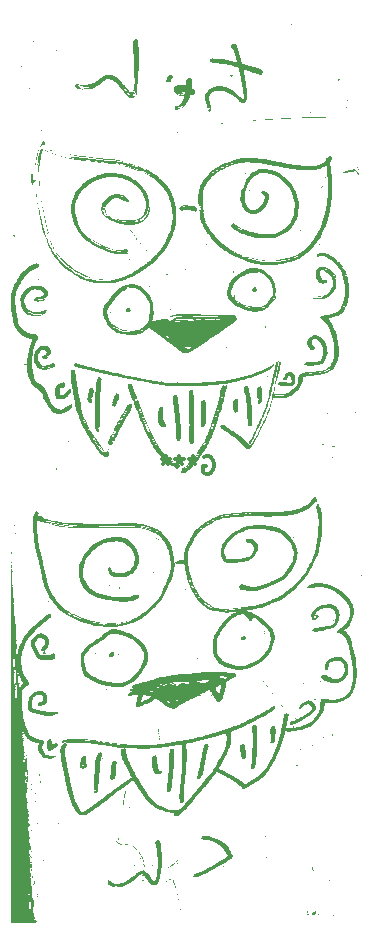
<source format=gbr>
G04 #@! TF.GenerationSoftware,KiCad,Pcbnew,7.0.2*
G04 #@! TF.CreationDate,2023-07-03T12:29:34+09:00*
G04 #@! TF.ProjectId,undercarriage_system,756e6465-7263-4617-9272-696167655f73,rev?*
G04 #@! TF.SameCoordinates,Original*
G04 #@! TF.FileFunction,Legend,Bot*
G04 #@! TF.FilePolarity,Positive*
%FSLAX46Y46*%
G04 Gerber Fmt 4.6, Leading zero omitted, Abs format (unit mm)*
G04 Created by KiCad (PCBNEW 7.0.2) date 2023-07-03 12:29:34*
%MOMM*%
%LPD*%
G01*
G04 APERTURE LIST*
%ADD10C,0.300000*%
G04 APERTURE END LIST*
D10*
X41961427Y-118645357D02*
X42104285Y-118573928D01*
X42104285Y-118573928D02*
X42318570Y-118573928D01*
X42318570Y-118573928D02*
X42532856Y-118645357D01*
X42532856Y-118645357D02*
X42675713Y-118788214D01*
X42675713Y-118788214D02*
X42747142Y-118931071D01*
X42747142Y-118931071D02*
X42818570Y-119216785D01*
X42818570Y-119216785D02*
X42818570Y-119431071D01*
X42818570Y-119431071D02*
X42747142Y-119716785D01*
X42747142Y-119716785D02*
X42675713Y-119859642D01*
X42675713Y-119859642D02*
X42532856Y-120002500D01*
X42532856Y-120002500D02*
X42318570Y-120073928D01*
X42318570Y-120073928D02*
X42175713Y-120073928D01*
X42175713Y-120073928D02*
X41961427Y-120002500D01*
X41961427Y-120002500D02*
X41889999Y-119931071D01*
X41889999Y-119931071D02*
X41889999Y-119431071D01*
X41889999Y-119431071D02*
X42175713Y-119431071D01*
X41032856Y-118573928D02*
X41032856Y-118931071D01*
X41389999Y-118788214D02*
X41032856Y-118931071D01*
X41032856Y-118931071D02*
X40675713Y-118788214D01*
X41247142Y-119216785D02*
X41032856Y-118931071D01*
X41032856Y-118931071D02*
X40818570Y-119216785D01*
X39889999Y-118573928D02*
X39889999Y-118931071D01*
X40247142Y-118788214D02*
X39889999Y-118931071D01*
X39889999Y-118931071D02*
X39532856Y-118788214D01*
X40104285Y-119216785D02*
X39889999Y-118931071D01*
X39889999Y-118931071D02*
X39675713Y-119216785D01*
X38747142Y-118573928D02*
X38747142Y-118931071D01*
X39104285Y-118788214D02*
X38747142Y-118931071D01*
X38747142Y-118931071D02*
X38389999Y-118788214D01*
X38961428Y-119216785D02*
X38747142Y-118931071D01*
X38747142Y-118931071D02*
X38532856Y-119216785D01*
G36*
X48697739Y-158065510D02*
G01*
X48683798Y-158079451D01*
X48669857Y-158065510D01*
X48683798Y-158051569D01*
X48697739Y-158065510D01*
G37*
G36*
X25875652Y-131205499D02*
G01*
X25870575Y-131327503D01*
X25869872Y-131336987D01*
X25865963Y-131424786D01*
X25864790Y-131451123D01*
X25870265Y-131515864D01*
X25886689Y-131536311D01*
X25901417Y-131541065D01*
X25918595Y-131578134D01*
X25916259Y-131597278D01*
X25897684Y-131619891D01*
X25893683Y-131624785D01*
X25886846Y-131670402D01*
X25885735Y-131703600D01*
X25884059Y-131753668D01*
X25885935Y-131861952D01*
X25888436Y-131913644D01*
X25896327Y-132004428D01*
X25902533Y-132038177D01*
X25906416Y-132059292D01*
X25917200Y-132068316D01*
X25926278Y-132061901D01*
X25944534Y-132090203D01*
X25962652Y-132167803D01*
X25972050Y-132224901D01*
X25977489Y-132275170D01*
X25980909Y-132306776D01*
X25978735Y-132358004D01*
X25977935Y-132376852D01*
X25963177Y-132463121D01*
X25959646Y-132517043D01*
X25982075Y-132532824D01*
X25990258Y-132532973D01*
X26007613Y-132563837D01*
X26008704Y-132644599D01*
X26007566Y-132676142D01*
X26009652Y-132705517D01*
X26011984Y-132738365D01*
X26024786Y-132763095D01*
X26038026Y-132784513D01*
X26037421Y-132839769D01*
X26035214Y-132882903D01*
X26038947Y-132958321D01*
X26039791Y-132975364D01*
X26052272Y-133078689D01*
X26055477Y-133099410D01*
X26058637Y-133128856D01*
X26065251Y-133190475D01*
X26059600Y-133245986D01*
X26040511Y-133276579D01*
X26037374Y-133281606D01*
X26015363Y-133312695D01*
X26025009Y-133356387D01*
X26033562Y-133373313D01*
X26048118Y-133436877D01*
X26048933Y-133443867D01*
X26058256Y-133523803D01*
X26058859Y-133536127D01*
X26062697Y-133614515D01*
X26060160Y-133689437D01*
X26049366Y-133728994D01*
X26043766Y-133739451D01*
X26047473Y-133752887D01*
X26054459Y-133778203D01*
X26055432Y-133779590D01*
X26069403Y-133824486D01*
X26070653Y-133831884D01*
X26083349Y-133907029D01*
X26094389Y-134010449D01*
X26098173Y-134063711D01*
X26100066Y-134159065D01*
X26090581Y-134218210D01*
X26068301Y-134254412D01*
X26048399Y-134281015D01*
X26055836Y-134296575D01*
X26064065Y-134299244D01*
X26076581Y-134332510D01*
X26071272Y-134383426D01*
X26049427Y-134425970D01*
X26041977Y-134436580D01*
X26030121Y-134485865D01*
X26037809Y-134511258D01*
X26069589Y-134493699D01*
X26071089Y-134492468D01*
X26095000Y-134482025D01*
X26106162Y-134508367D01*
X26108802Y-134580899D01*
X26108876Y-134611790D01*
X26108937Y-134614888D01*
X26110240Y-134680728D01*
X26112801Y-134714797D01*
X26118268Y-134739307D01*
X26124199Y-134797930D01*
X26124869Y-134857824D01*
X26120445Y-134900045D01*
X26111098Y-134905651D01*
X26102765Y-134893409D01*
X26078283Y-134879942D01*
X26065775Y-134916038D01*
X26065840Y-134997689D01*
X26079072Y-135120888D01*
X26081930Y-135140771D01*
X26098538Y-135241077D01*
X26114503Y-135315951D01*
X26126721Y-135350438D01*
X26139426Y-135356169D01*
X26166942Y-135330774D01*
X26193214Y-135262783D01*
X26214226Y-135160900D01*
X26239662Y-135039902D01*
X26305989Y-134834726D01*
X26408279Y-134586952D01*
X26546536Y-134296575D01*
X26654406Y-134088007D01*
X26775347Y-133873992D01*
X26898827Y-133680931D01*
X27031958Y-133499888D01*
X27181848Y-133321928D01*
X27355607Y-133138115D01*
X27560345Y-132939513D01*
X27803170Y-132717188D01*
X27820399Y-132701756D01*
X27986055Y-132556282D01*
X28154163Y-132413343D01*
X28316031Y-132279991D01*
X28462969Y-132163278D01*
X28586285Y-132070255D01*
X28677288Y-132007973D01*
X28689872Y-132001142D01*
X28758581Y-131979266D01*
X28843126Y-131966895D01*
X28925956Y-131964751D01*
X28989519Y-131973556D01*
X29016264Y-131994032D01*
X29022647Y-132060457D01*
X29029683Y-132151817D01*
X29025232Y-132209239D01*
X29003610Y-132246981D01*
X28959131Y-132279303D01*
X28886110Y-132320465D01*
X28721889Y-132423734D01*
X28504753Y-132584307D01*
X28257452Y-132789368D01*
X27980865Y-133038220D01*
X27866267Y-133145729D01*
X27647594Y-133358511D01*
X27463993Y-133550732D01*
X27308762Y-133730985D01*
X27175202Y-133907860D01*
X27056611Y-134089949D01*
X26946290Y-134285843D01*
X26837536Y-134504133D01*
X26800253Y-134583646D01*
X26696775Y-134819554D01*
X26619539Y-135028271D01*
X26564963Y-135224527D01*
X26529463Y-135423051D01*
X26520532Y-135519250D01*
X26509454Y-135638571D01*
X26501354Y-135885817D01*
X26500917Y-135957099D01*
X26503813Y-136053106D01*
X26507592Y-136178383D01*
X26529401Y-136380236D01*
X26544476Y-136457387D01*
X26569565Y-136585784D01*
X26631308Y-136818151D01*
X26651988Y-136887290D01*
X26716118Y-137071758D01*
X26784587Y-137217737D01*
X26864211Y-137338174D01*
X26961802Y-137446013D01*
X26968192Y-137452276D01*
X27046273Y-137540471D01*
X27084564Y-137609378D01*
X27081495Y-137654222D01*
X27035498Y-137670230D01*
X27003305Y-137675291D01*
X26961527Y-137702355D01*
X26958054Y-137714269D01*
X26983887Y-137724612D01*
X27057596Y-137718932D01*
X27073091Y-137716914D01*
X27140355Y-137712906D01*
X27173430Y-137727891D01*
X27178156Y-137739561D01*
X27189847Y-137768431D01*
X27195942Y-137818191D01*
X27175118Y-137881127D01*
X27112987Y-137939408D01*
X27002952Y-138001253D01*
X26921070Y-138047696D01*
X26821726Y-138130183D01*
X26774472Y-138186037D01*
X26721420Y-138248745D01*
X26590217Y-138422978D01*
X26590051Y-138543171D01*
X26589045Y-139273503D01*
X26589028Y-139287324D01*
X26590443Y-139619432D01*
X26592135Y-139703455D01*
X26596197Y-139905225D01*
X26597255Y-139928628D01*
X26602821Y-140051771D01*
X26605447Y-140109857D01*
X26606707Y-140137738D01*
X26607429Y-140153712D01*
X26609524Y-140179561D01*
X26619695Y-140305027D01*
X26625279Y-140373904D01*
X26630715Y-140416553D01*
X26648484Y-140555960D01*
X26650887Y-140574812D01*
X26652521Y-140583842D01*
X26672708Y-140695367D01*
X26685392Y-140765446D01*
X26711149Y-140874951D01*
X26729935Y-140954818D01*
X26751636Y-141031590D01*
X26782696Y-141141471D01*
X26785655Y-141151938D01*
X26817064Y-141250673D01*
X26831107Y-141294819D01*
X26853692Y-141365817D01*
X26875404Y-141429688D01*
X26877147Y-141434226D01*
X26914622Y-141531811D01*
X26967823Y-141670343D01*
X27067821Y-141887120D01*
X27170236Y-142069580D01*
X27269903Y-142207281D01*
X27358237Y-142290171D01*
X27515231Y-142390652D01*
X27707481Y-142475461D01*
X27923466Y-142538755D01*
X28013489Y-142561777D01*
X28094447Y-142593221D01*
X28121229Y-142623559D01*
X28125755Y-142641085D01*
X28158241Y-142653414D01*
X28232221Y-142647148D01*
X28276438Y-142642258D01*
X28377021Y-142652026D01*
X28406436Y-142674950D01*
X28436344Y-142698258D01*
X28437410Y-142702832D01*
X28452365Y-142767025D01*
X28455807Y-142781799D01*
X28449693Y-142833165D01*
X28416000Y-142901534D01*
X28344281Y-142981646D01*
X28317841Y-143009528D01*
X28311194Y-143016538D01*
X28253821Y-143104324D01*
X28232709Y-143199813D01*
X28248486Y-143311099D01*
X28301777Y-143446277D01*
X28393211Y-143613442D01*
X28419991Y-143657339D01*
X28482062Y-143744295D01*
X28548007Y-143804875D01*
X28634610Y-143852214D01*
X28758650Y-143899446D01*
X28802727Y-143913722D01*
X28897279Y-143934540D01*
X29002259Y-143940957D01*
X29139859Y-143935046D01*
X29224843Y-143929992D01*
X29317910Y-143929388D01*
X29374004Y-143938401D01*
X29404186Y-143957990D01*
X29410400Y-143982491D01*
X29381819Y-144027115D01*
X29317744Y-144075833D01*
X29229097Y-144122236D01*
X29126795Y-144159913D01*
X29021761Y-144182456D01*
X28884403Y-144192488D01*
X28655498Y-144172467D01*
X28453691Y-144104325D01*
X28280693Y-143989350D01*
X28138212Y-143828830D01*
X28027957Y-143624052D01*
X27951637Y-143376304D01*
X27934433Y-143279900D01*
X27931423Y-143171369D01*
X27950142Y-143048027D01*
X27953794Y-143030073D01*
X27957110Y-143009528D01*
X28232755Y-143009528D01*
X28246696Y-143023468D01*
X28260637Y-143009528D01*
X28246696Y-142995587D01*
X28232755Y-143009528D01*
X27957110Y-143009528D01*
X27970466Y-142926787D01*
X27969021Y-142894453D01*
X28154333Y-142894453D01*
X28168864Y-142887599D01*
X28196741Y-142827234D01*
X28198865Y-142821461D01*
X28212347Y-142767025D01*
X28205474Y-142744654D01*
X28185471Y-142763953D01*
X28164717Y-142817647D01*
X28157634Y-142849140D01*
X28154333Y-142894453D01*
X27969021Y-142894453D01*
X27967816Y-142867508D01*
X27943645Y-142844177D01*
X27895754Y-142848735D01*
X27849042Y-142853167D01*
X27746167Y-142841246D01*
X27619754Y-142810204D01*
X27485474Y-142764171D01*
X27359000Y-142707279D01*
X27351492Y-142702832D01*
X28121229Y-142702832D01*
X28135170Y-142716772D01*
X28149111Y-142702832D01*
X28135170Y-142688891D01*
X28121229Y-142702832D01*
X27351492Y-142702832D01*
X27309828Y-142678154D01*
X27305501Y-142674950D01*
X28316400Y-142674950D01*
X28330340Y-142688891D01*
X28344281Y-142674950D01*
X28330340Y-142661010D01*
X28316400Y-142674950D01*
X27305501Y-142674950D01*
X27208554Y-142603160D01*
X27099665Y-142508120D01*
X26993666Y-142403657D01*
X26901058Y-142300393D01*
X26832346Y-142208949D01*
X26798033Y-142139949D01*
X26786306Y-142103049D01*
X26753350Y-142019768D01*
X26711290Y-141926743D01*
X26685660Y-141870762D01*
X26642870Y-141765340D01*
X26613809Y-141678390D01*
X26609180Y-141661869D01*
X26582743Y-141593356D01*
X26561757Y-141578868D01*
X26550105Y-141615455D01*
X26549635Y-141616931D01*
X26549788Y-141706070D01*
X26559033Y-141835280D01*
X26568753Y-141926944D01*
X26576442Y-141963973D01*
X26580948Y-141985672D01*
X26598078Y-142023106D01*
X26622601Y-142050888D01*
X26636631Y-142066414D01*
X26663797Y-142120993D01*
X26672152Y-142177535D01*
X26660983Y-142218160D01*
X26629572Y-142224989D01*
X26597141Y-142222192D01*
X26590772Y-142248235D01*
X26621207Y-142292974D01*
X26640605Y-142318203D01*
X26621207Y-142326432D01*
X26606135Y-142332769D01*
X26605890Y-142333403D01*
X26590204Y-142373980D01*
X26593125Y-142434949D01*
X26615631Y-142493721D01*
X26633447Y-142515205D01*
X26643086Y-142500691D01*
X26648041Y-142484595D01*
X26685335Y-142465839D01*
X26709279Y-142469339D01*
X26725013Y-142496427D01*
X26693699Y-142543907D01*
X26693390Y-142544217D01*
X26678232Y-142570456D01*
X26712969Y-142577365D01*
X26735532Y-142577766D01*
X26749863Y-142585684D01*
X26716851Y-142613082D01*
X26698634Y-142631625D01*
X26682423Y-142672627D01*
X26672620Y-142697423D01*
X26660014Y-142808252D01*
X26658436Y-142877226D01*
X26658815Y-142884061D01*
X26662055Y-142942496D01*
X26671002Y-142967705D01*
X26677957Y-142970075D01*
X26691361Y-143002557D01*
X26691777Y-143009528D01*
X26692632Y-143023830D01*
X26701550Y-143107335D01*
X26705551Y-143134994D01*
X26715414Y-143203184D01*
X26730716Y-143288768D01*
X26743947Y-143341477D01*
X26744441Y-143344105D01*
X26748842Y-143367511D01*
X26743587Y-143385927D01*
X26733541Y-143421134D01*
X26727487Y-143430510D01*
X26715341Y-143487448D01*
X26717656Y-143511394D01*
X26721933Y-143555637D01*
X26741618Y-143608979D01*
X26743047Y-143612850D01*
X26774467Y-143636860D01*
X26792699Y-143641245D01*
X26802669Y-143671712D01*
X26794979Y-143684744D01*
X26756451Y-143698903D01*
X26742286Y-143699087D01*
X26743119Y-143723775D01*
X26745082Y-143727397D01*
X26759061Y-143780648D01*
X26766614Y-143856902D01*
X26768156Y-143883943D01*
X26781646Y-143937935D01*
X26811313Y-143948203D01*
X26829689Y-143946397D01*
X26831954Y-143959578D01*
X26825838Y-143976343D01*
X26842898Y-144018339D01*
X26857003Y-144041128D01*
X26857294Y-144073646D01*
X26856445Y-144074367D01*
X26827709Y-144065451D01*
X26784545Y-144024180D01*
X26729012Y-143957497D01*
X26728827Y-143994420D01*
X26728085Y-144142714D01*
X26727517Y-144180549D01*
X26727272Y-144196874D01*
X26726792Y-144203105D01*
X26720890Y-144279734D01*
X26714437Y-144299110D01*
X26705670Y-144325432D01*
X26678546Y-144346584D01*
X26654160Y-144357766D01*
X26650120Y-144376905D01*
X26689129Y-144412300D01*
X26730615Y-144452782D01*
X26761533Y-144501185D01*
X26769624Y-144503706D01*
X26782628Y-144464861D01*
X26795983Y-144389659D01*
X26805834Y-144328552D01*
X26824683Y-144241925D01*
X26842874Y-144187519D01*
X26844261Y-144185000D01*
X26890068Y-144147307D01*
X26949022Y-144141248D01*
X26994103Y-144169960D01*
X26999448Y-144197836D01*
X27005049Y-144274294D01*
X27009513Y-144388703D01*
X27012480Y-144531404D01*
X27012656Y-144556948D01*
X27013592Y-144692738D01*
X27013819Y-144764484D01*
X27016673Y-144944586D01*
X27018625Y-144989111D01*
X27022620Y-145080214D01*
X27030546Y-145158723D01*
X27031445Y-145167623D01*
X27042933Y-145203067D01*
X27055673Y-145220679D01*
X27035616Y-145265800D01*
X26999011Y-145292981D01*
X26931515Y-145308711D01*
X26866274Y-145298958D01*
X26827069Y-145263934D01*
X26811562Y-145230380D01*
X26797906Y-145222715D01*
X26794552Y-145253141D01*
X26802000Y-145311756D01*
X26820753Y-145388658D01*
X26834210Y-145440266D01*
X26848669Y-145525971D01*
X26848133Y-145583317D01*
X26849632Y-145626032D01*
X26898064Y-145682755D01*
X26898972Y-145683395D01*
X26949264Y-145743751D01*
X26969721Y-145839364D01*
X26969210Y-145898888D01*
X26953970Y-145944426D01*
X26927305Y-145942230D01*
X26895314Y-145888287D01*
X26895127Y-145887822D01*
X26878334Y-145852731D01*
X26869800Y-145862725D01*
X26864866Y-145923139D01*
X26860436Y-146033874D01*
X26859912Y-146046967D01*
X26858881Y-146199308D01*
X26863933Y-146325458D01*
X26866640Y-146348331D01*
X26874604Y-146415626D01*
X26890427Y-146460020D01*
X26905800Y-146469166D01*
X26918609Y-146446360D01*
X26922327Y-146374819D01*
X26923159Y-146344873D01*
X26931955Y-146282536D01*
X26947259Y-146257716D01*
X26962757Y-146271473D01*
X26972024Y-146320450D01*
X26972170Y-146342523D01*
X26976606Y-146442957D01*
X26980978Y-146492385D01*
X26985825Y-146547186D01*
X26990530Y-146583265D01*
X26997972Y-146640336D01*
X27011189Y-146707533D01*
X27023621Y-146733903D01*
X27039492Y-146726114D01*
X27065656Y-146684972D01*
X27072956Y-146667133D01*
X27083986Y-146653965D01*
X27087656Y-146693866D01*
X27080191Y-146732332D01*
X27044901Y-146770775D01*
X27023702Y-146785668D01*
X27015835Y-146828714D01*
X27018488Y-146855851D01*
X27010923Y-146871824D01*
X26994519Y-146906459D01*
X26994430Y-146906549D01*
X26970461Y-146959001D01*
X26964608Y-147033073D01*
X26964882Y-147036865D01*
X26961650Y-147102594D01*
X26945555Y-147138858D01*
X26934943Y-147168400D01*
X26931277Y-147240691D01*
X26935623Y-147321694D01*
X26936640Y-147340657D01*
X26945232Y-147433241D01*
X26956026Y-147549046D01*
X26964324Y-147637523D01*
X26964354Y-147637848D01*
X26965775Y-147653324D01*
X26972788Y-147742776D01*
X26976484Y-147812107D01*
X26985686Y-147850938D01*
X27019912Y-147874840D01*
X27039178Y-147878181D01*
X27061734Y-147904367D01*
X27059545Y-147914452D01*
X27033853Y-147916663D01*
X27026893Y-147917144D01*
X27013770Y-147952706D01*
X27004794Y-148026605D01*
X27004717Y-148028188D01*
X27002685Y-148070011D01*
X27001331Y-148097892D01*
X26999928Y-148126781D01*
X26999134Y-148241175D01*
X27002377Y-148357730D01*
X27009618Y-148464384D01*
X27020821Y-148549080D01*
X27035949Y-148599758D01*
X27043266Y-148610331D01*
X27056334Y-148604483D01*
X27060886Y-148546319D01*
X27061747Y-148527236D01*
X27073868Y-148480574D01*
X27092360Y-148475591D01*
X27107042Y-148518437D01*
X27107272Y-148520130D01*
X27114012Y-148571877D01*
X27119104Y-148583562D01*
X27156709Y-148599758D01*
X27179109Y-148608938D01*
X27181339Y-148655521D01*
X27180426Y-148658821D01*
X27157107Y-148700247D01*
X27130310Y-148711355D01*
X27117497Y-148684278D01*
X27111577Y-148672740D01*
X27075675Y-148673320D01*
X27041544Y-148700651D01*
X27041009Y-148749370D01*
X27085516Y-148800318D01*
X27085808Y-148800526D01*
X27111813Y-148836750D01*
X27115217Y-148841491D01*
X27138655Y-148908357D01*
X27148669Y-148958736D01*
X27153952Y-148985312D01*
X27155261Y-149004039D01*
X27158932Y-149056543D01*
X27151425Y-149106239D01*
X27129255Y-149118585D01*
X27117662Y-149116767D01*
X27099347Y-149142066D01*
X27098372Y-149157387D01*
X27094681Y-149215382D01*
X27096957Y-149265298D01*
X27107788Y-149303088D01*
X27130329Y-149297715D01*
X27148314Y-149285699D01*
X27177297Y-149282243D01*
X27184365Y-149300951D01*
X27184124Y-149352734D01*
X27173983Y-149413340D01*
X27158056Y-149461259D01*
X27140454Y-149474980D01*
X27130295Y-149463996D01*
X27128319Y-149420334D01*
X27132008Y-149402142D01*
X27116280Y-149365745D01*
X27111393Y-149364069D01*
X27097146Y-149388833D01*
X27093220Y-149460069D01*
X27099615Y-149571041D01*
X27116329Y-149715016D01*
X27116607Y-149717029D01*
X27120308Y-149742898D01*
X27128285Y-149798660D01*
X27128561Y-149800590D01*
X27135252Y-149831927D01*
X27138832Y-149814024D01*
X27141453Y-149749868D01*
X27142611Y-149729097D01*
X27155362Y-149661953D01*
X27175023Y-149632616D01*
X27193849Y-149646256D01*
X27204096Y-149708046D01*
X27205062Y-149758215D01*
X27202193Y-149852354D01*
X27200520Y-149868364D01*
X27194346Y-149927443D01*
X27183023Y-149965142D01*
X27172208Y-149965798D01*
X27144290Y-149937260D01*
X27134543Y-149924992D01*
X27121111Y-149933937D01*
X27115395Y-149993831D01*
X27115237Y-149999156D01*
X27114055Y-150105356D01*
X27113042Y-150196362D01*
X27113561Y-150216882D01*
X27117708Y-150380752D01*
X27128463Y-150543754D01*
X27144537Y-150676794D01*
X27165159Y-150771298D01*
X27189558Y-150818694D01*
X27204238Y-150834557D01*
X27213169Y-150878622D01*
X27197646Y-150955515D01*
X27194844Y-150966370D01*
X27194383Y-150969681D01*
X27181478Y-151062398D01*
X27185198Y-151148325D01*
X27193475Y-151208034D01*
X27202001Y-151309537D01*
X27205037Y-151373962D01*
X27207251Y-151420945D01*
X27207333Y-151423877D01*
X27208581Y-151443666D01*
X27213046Y-151514432D01*
X27222906Y-151575294D01*
X27234828Y-151593426D01*
X27260976Y-151596029D01*
X27305911Y-151628097D01*
X27323537Y-151650769D01*
X27338070Y-151694599D01*
X27347234Y-151722235D01*
X27354490Y-151835435D01*
X27357285Y-151920339D01*
X27368342Y-151971916D01*
X27389341Y-151980821D01*
X27410656Y-151984574D01*
X27423582Y-152019050D01*
X27418519Y-152065383D01*
X27394457Y-152100026D01*
X27382986Y-152106274D01*
X27356154Y-152105794D01*
X27338331Y-152068059D01*
X27323910Y-151983838D01*
X27311070Y-151887252D01*
X27296971Y-151789419D01*
X27285809Y-151733607D01*
X27275027Y-151711977D01*
X27262071Y-151716694D01*
X27244387Y-151739921D01*
X27235232Y-151755984D01*
X27209898Y-151828403D01*
X27192339Y-151917651D01*
X27189124Y-151942614D01*
X27173611Y-152046860D01*
X27157746Y-152135161D01*
X27154536Y-152152011D01*
X27154115Y-152219573D01*
X27185471Y-152261456D01*
X27188245Y-152263525D01*
X27217264Y-152304193D01*
X27213993Y-152321932D01*
X27206127Y-152364583D01*
X27193094Y-152405576D01*
X27182504Y-152438885D01*
X27185296Y-152476543D01*
X27216911Y-152481028D01*
X27249118Y-152490041D01*
X27253267Y-152540774D01*
X27227105Y-152636084D01*
X27217128Y-152703591D01*
X27234980Y-152794806D01*
X27261621Y-152840565D01*
X27279731Y-152871670D01*
X27342938Y-152913929D01*
X27367976Y-152924753D01*
X27396104Y-152966157D01*
X27386911Y-152991086D01*
X27378705Y-153013340D01*
X27358812Y-153018459D01*
X27310172Y-153003692D01*
X27264336Y-152993373D01*
X27230194Y-153030721D01*
X27229120Y-153032909D01*
X27217933Y-153055703D01*
X27203197Y-153098802D01*
X27206321Y-153114269D01*
X27227808Y-153089682D01*
X27236094Y-153080318D01*
X27282919Y-153066961D01*
X27340477Y-153078418D01*
X27386626Y-153107357D01*
X27399225Y-153146446D01*
X27397310Y-153154645D01*
X27391073Y-153200197D01*
X27388914Y-153215967D01*
X27382719Y-153297782D01*
X27382132Y-153309629D01*
X27376380Y-153403842D01*
X27369327Y-153454033D01*
X27358281Y-153470882D01*
X27340549Y-153465071D01*
X27334587Y-153458753D01*
X27318941Y-153409691D01*
X27312667Y-153334199D01*
X27312667Y-153220559D01*
X27256904Y-153291450D01*
X27226755Y-153336082D01*
X27203423Y-153394690D01*
X27208426Y-153431174D01*
X27242964Y-153433331D01*
X27259950Y-153429907D01*
X27282760Y-153448115D01*
X27278611Y-153488460D01*
X27246756Y-153531627D01*
X27242424Y-153535558D01*
X27221721Y-153584780D01*
X27228470Y-153671156D01*
X27229762Y-153678530D01*
X27240175Y-153779439D01*
X27239778Y-153873030D01*
X27238475Y-153889541D01*
X27238637Y-153927443D01*
X27246168Y-153918145D01*
X27259686Y-153885551D01*
X27282842Y-153869335D01*
X27298218Y-153896636D01*
X27296759Y-153959967D01*
X27293176Y-153987372D01*
X27286662Y-154088843D01*
X27284430Y-154215630D01*
X27286306Y-154347492D01*
X27292122Y-154464188D01*
X27301706Y-154545477D01*
X27319808Y-154598184D01*
X27344410Y-154622151D01*
X27354103Y-154624901D01*
X27353189Y-154652137D01*
X27342862Y-154690595D01*
X27332387Y-154768788D01*
X27324637Y-154868218D01*
X27324422Y-154873084D01*
X27320904Y-154952865D01*
X27321870Y-154998551D01*
X27322008Y-155005098D01*
X27330103Y-155013565D01*
X27346374Y-154984610D01*
X27348958Y-154978997D01*
X27365649Y-154950323D01*
X27377911Y-154955510D01*
X27389443Y-155001725D01*
X27397521Y-155054314D01*
X27403946Y-155096136D01*
X27404306Y-155098700D01*
X27414551Y-155199322D01*
X27423546Y-155337261D01*
X27430331Y-155494682D01*
X27433948Y-155653748D01*
X27434383Y-155689824D01*
X27437326Y-155833833D01*
X27442370Y-155931808D01*
X27450499Y-155991811D01*
X27462699Y-156021903D01*
X27479956Y-156030148D01*
X27500432Y-156034604D01*
X27516408Y-156053979D01*
X27528264Y-156096442D01*
X27537454Y-156170155D01*
X27539379Y-156197453D01*
X27545430Y-156283281D01*
X27553647Y-156443981D01*
X27556188Y-156510814D01*
X27556548Y-156587793D01*
X27556688Y-156617704D01*
X27552136Y-156675488D01*
X27551457Y-156684110D01*
X27540870Y-156702503D01*
X27529145Y-156717026D01*
X27523440Y-156777278D01*
X27525437Y-156874196D01*
X27526877Y-156902303D01*
X27531715Y-157014433D01*
X27537163Y-157160965D01*
X27537445Y-157169442D01*
X27542654Y-157326075D01*
X27547623Y-157493940D01*
X27550417Y-157595350D01*
X27551914Y-157647288D01*
X27554785Y-157746913D01*
X27558562Y-157852618D01*
X27562428Y-157918919D01*
X27567061Y-157952268D01*
X27573140Y-157959118D01*
X27581343Y-157945922D01*
X27592351Y-157919132D01*
X27621264Y-157881818D01*
X27668570Y-157858192D01*
X27711910Y-157858443D01*
X27730889Y-157887264D01*
X27736904Y-157900853D01*
X27772711Y-157902079D01*
X27806193Y-157899199D01*
X27810479Y-157932924D01*
X27782177Y-158008435D01*
X27771317Y-158030399D01*
X27748460Y-158057541D01*
X27709868Y-158072239D01*
X27642200Y-158078279D01*
X27532119Y-158079451D01*
X27422272Y-158077839D01*
X27358194Y-158071672D01*
X27330754Y-158058980D01*
X27330405Y-158037789D01*
X27341823Y-158018976D01*
X27371352Y-158011553D01*
X27385432Y-158017018D01*
X27392102Y-157994184D01*
X27368430Y-157926103D01*
X27344468Y-157870340D01*
X27341622Y-157926103D01*
X27333982Y-157964637D01*
X27301737Y-158030658D01*
X27294552Y-158038740D01*
X27275497Y-158051108D01*
X27243554Y-158060704D01*
X27192599Y-158067874D01*
X27116506Y-158072965D01*
X27009151Y-158076322D01*
X26864409Y-158078291D01*
X26676154Y-158079218D01*
X26438263Y-158079451D01*
X25611828Y-158079451D01*
X25611835Y-157925542D01*
X26454299Y-157925542D01*
X26457636Y-157958631D01*
X26466023Y-157962993D01*
X26476224Y-157940044D01*
X26474324Y-157926103D01*
X27256904Y-157926103D01*
X27270845Y-157940044D01*
X27284786Y-157926103D01*
X27270845Y-157912162D01*
X27256904Y-157926103D01*
X26474324Y-157926103D01*
X26474212Y-157925283D01*
X26457636Y-157921456D01*
X26454299Y-157925542D01*
X25611835Y-157925542D01*
X25611842Y-157758254D01*
X26203366Y-157758254D01*
X26206703Y-157791342D01*
X26215089Y-157795704D01*
X26225291Y-157772755D01*
X26223279Y-157757995D01*
X26206703Y-157754167D01*
X26203366Y-157758254D01*
X25611842Y-157758254D01*
X25611843Y-157722642D01*
X26705009Y-157722642D01*
X26708242Y-157772755D01*
X26708692Y-157779725D01*
X26718373Y-157784455D01*
X26722129Y-157750524D01*
X27262638Y-157750524D01*
X27266321Y-157807607D01*
X27276002Y-157812336D01*
X27280384Y-157772755D01*
X27276497Y-157734400D01*
X27266321Y-157737903D01*
X27264287Y-157744873D01*
X27262638Y-157750524D01*
X26722129Y-157750524D01*
X26722755Y-157744873D01*
X26718868Y-157706519D01*
X26708692Y-157710022D01*
X26705009Y-157722642D01*
X25611843Y-157722642D01*
X25611850Y-157563084D01*
X25952433Y-157563084D01*
X25955770Y-157596172D01*
X25964156Y-157600534D01*
X25974358Y-157577585D01*
X25972346Y-157562824D01*
X25955770Y-157558997D01*
X25952433Y-157563084D01*
X25611850Y-157563084D01*
X25611852Y-157521822D01*
X26671394Y-157521822D01*
X26671396Y-157522803D01*
X26677828Y-157577585D01*
X26678255Y-157581219D01*
X26694447Y-157605466D01*
X26695074Y-157605435D01*
X26707217Y-157580133D01*
X26705223Y-157521822D01*
X26705027Y-157520495D01*
X26702477Y-157507881D01*
X26950209Y-157507881D01*
X26964149Y-157521822D01*
X26978090Y-157507881D01*
X26964149Y-157493940D01*
X26950209Y-157507881D01*
X26702477Y-157507881D01*
X26693266Y-157462312D01*
X26689299Y-157453683D01*
X27307436Y-157453683D01*
X27312167Y-157507881D01*
X27314457Y-157534113D01*
X27321457Y-157580133D01*
X27329552Y-157633348D01*
X27354828Y-157772755D01*
X27362411Y-157814577D01*
X27363461Y-157647288D01*
X27361755Y-157568512D01*
X27353605Y-157479126D01*
X27340735Y-157416966D01*
X27325325Y-157391535D01*
X27309556Y-157412335D01*
X27307436Y-157453683D01*
X26689299Y-157453683D01*
X26682170Y-157438177D01*
X26682057Y-157438182D01*
X26677833Y-157452118D01*
X26674522Y-157463040D01*
X26671394Y-157521822D01*
X25611852Y-157521822D01*
X25611857Y-157391783D01*
X25922187Y-157391783D01*
X25926800Y-157473029D01*
X25931147Y-157487153D01*
X25936707Y-157470599D01*
X25937374Y-157452118D01*
X26420461Y-157452118D01*
X26434402Y-157466059D01*
X26448342Y-157452118D01*
X26434402Y-157438177D01*
X26420461Y-157452118D01*
X25937374Y-157452118D01*
X25938882Y-157410296D01*
X25938069Y-157369380D01*
X25933694Y-157334350D01*
X25926800Y-157347563D01*
X25922187Y-157391783D01*
X25611857Y-157391783D01*
X25611869Y-157089659D01*
X26144516Y-157089659D01*
X26145743Y-157122351D01*
X26154601Y-157231095D01*
X26168612Y-157340592D01*
X26176240Y-157387726D01*
X26180767Y-157410296D01*
X26184282Y-157427821D01*
X26188602Y-157423621D01*
X26190345Y-157371303D01*
X26190470Y-157329635D01*
X27229023Y-157329635D01*
X27230304Y-157345440D01*
X27252059Y-157376932D01*
X27288752Y-157372952D01*
X27324715Y-157339759D01*
X27344276Y-157283611D01*
X27345864Y-157263964D01*
X27347709Y-157169442D01*
X27341721Y-157081762D01*
X27329636Y-157017210D01*
X27313191Y-156992074D01*
X27304926Y-156998706D01*
X27294213Y-157044912D01*
X27293360Y-157120676D01*
X27294043Y-157134229D01*
X27291437Y-157181920D01*
X27289129Y-157224151D01*
X27264955Y-157263066D01*
X27260077Y-157267045D01*
X27245616Y-157278841D01*
X27229023Y-157329635D01*
X26190470Y-157329635D01*
X26190658Y-157267045D01*
X26190585Y-157250631D01*
X26186731Y-157144884D01*
X26184485Y-157122866D01*
X26643940Y-157122866D01*
X26647059Y-157150157D01*
X26671394Y-157215126D01*
X26680042Y-157227264D01*
X26694658Y-157229681D01*
X26698849Y-157181920D01*
X26692044Y-157127689D01*
X26671394Y-157089659D01*
X26655543Y-157088917D01*
X26655289Y-157089659D01*
X26643940Y-157122866D01*
X26184485Y-157122866D01*
X26181098Y-157089659D01*
X26392580Y-157089659D01*
X26406520Y-157103600D01*
X26420461Y-157089659D01*
X26406520Y-157075719D01*
X26392580Y-157089659D01*
X26181098Y-157089659D01*
X26178182Y-157061077D01*
X26166562Y-157016112D01*
X26160200Y-157008474D01*
X26147673Y-157022562D01*
X26144516Y-157089659D01*
X25611869Y-157089659D01*
X25611876Y-156922371D01*
X25862832Y-156922371D01*
X25876773Y-156936311D01*
X25890713Y-156922371D01*
X25876773Y-156908430D01*
X25862832Y-156922371D01*
X25611876Y-156922371D01*
X25611877Y-156893929D01*
X26147603Y-156893929D01*
X26150471Y-156922371D01*
X26150940Y-156927018D01*
X26159327Y-156931380D01*
X26169528Y-156908430D01*
X26167516Y-156893670D01*
X26150940Y-156889842D01*
X26147603Y-156893929D01*
X25611877Y-156893929D01*
X25611879Y-156843214D01*
X26373234Y-156843214D01*
X26381714Y-156894489D01*
X26384929Y-156908430D01*
X26385887Y-156912586D01*
X26404045Y-156975205D01*
X26416012Y-156987801D01*
X26419856Y-156949692D01*
X26649470Y-156949692D01*
X26652806Y-156982780D01*
X26661193Y-156987142D01*
X26665197Y-156978134D01*
X26894446Y-156978134D01*
X26908386Y-156992074D01*
X26922327Y-156978134D01*
X26908386Y-156964193D01*
X26894446Y-156978134D01*
X26665197Y-156978134D01*
X26671394Y-156964193D01*
X26669382Y-156949432D01*
X26652806Y-156945605D01*
X26650909Y-156947929D01*
X26649470Y-156949692D01*
X26419856Y-156949692D01*
X26420034Y-156947929D01*
X26416939Y-156922371D01*
X27117497Y-156922371D01*
X27131438Y-156936311D01*
X27145379Y-156922371D01*
X27131438Y-156908430D01*
X27117497Y-156922371D01*
X26416939Y-156922371D01*
X26416261Y-156916769D01*
X26391306Y-156852667D01*
X26382872Y-156841372D01*
X26373234Y-156843214D01*
X25611879Y-156843214D01*
X25611884Y-156734171D01*
X26114192Y-156734171D01*
X26118023Y-156750188D01*
X26141647Y-156796904D01*
X26148299Y-156806717D01*
X26164699Y-156816733D01*
X26169101Y-156775993D01*
X26163242Y-156736874D01*
X26141647Y-156713260D01*
X26135124Y-156713844D01*
X26114192Y-156734171D01*
X25611884Y-156734171D01*
X25611889Y-156615675D01*
X25862832Y-156615675D01*
X25876773Y-156629615D01*
X25890713Y-156615675D01*
X25876773Y-156601734D01*
X25862832Y-156615675D01*
X25611889Y-156615675D01*
X25611890Y-156581767D01*
X26117842Y-156581767D01*
X26121221Y-156615675D01*
X26123358Y-156637116D01*
X26124469Y-156639602D01*
X26133197Y-156635410D01*
X26136211Y-156587793D01*
X26136049Y-156580162D01*
X26618733Y-156580162D01*
X26619081Y-156587793D01*
X26623246Y-156679145D01*
X26625531Y-156695976D01*
X26629905Y-156695515D01*
X26632895Y-156648131D01*
X26633955Y-156559912D01*
X26633653Y-156513871D01*
X26633243Y-156501104D01*
X27066115Y-156501104D01*
X27072771Y-156538420D01*
X27082288Y-156537988D01*
X27087415Y-156501825D01*
X27082950Y-156474419D01*
X27070570Y-156484980D01*
X27066115Y-156501104D01*
X26633243Y-156501104D01*
X26631521Y-156447502D01*
X26627809Y-156426513D01*
X26624299Y-156448386D01*
X26623062Y-156456093D01*
X26621801Y-156471910D01*
X26618733Y-156580162D01*
X26136049Y-156580162D01*
X26136027Y-156579135D01*
X26131200Y-156542102D01*
X26122325Y-156553472D01*
X26117842Y-156581767D01*
X25611890Y-156581767D01*
X25611896Y-156448386D01*
X26113765Y-156448386D01*
X26127706Y-156462327D01*
X26141647Y-156448386D01*
X26127706Y-156434445D01*
X26113765Y-156448386D01*
X25611896Y-156448386D01*
X25611905Y-156225334D01*
X26838683Y-156225334D01*
X26852623Y-156239275D01*
X26866564Y-156225334D01*
X26866004Y-156224774D01*
X27067691Y-156224774D01*
X27067747Y-156225334D01*
X27071028Y-156257863D01*
X27079414Y-156262225D01*
X27089616Y-156239275D01*
X27087604Y-156224515D01*
X27071028Y-156220688D01*
X27067691Y-156224774D01*
X26866004Y-156224774D01*
X26852623Y-156211394D01*
X26838683Y-156225334D01*
X25611905Y-156225334D01*
X25611914Y-156002283D01*
X26838683Y-156002283D01*
X26852623Y-156016224D01*
X26866564Y-156002283D01*
X26852623Y-155988342D01*
X26838683Y-156002283D01*
X25611914Y-156002283D01*
X25611916Y-155946520D01*
X25834951Y-155946520D01*
X25848891Y-155960461D01*
X25862832Y-155946520D01*
X27033853Y-155946520D01*
X27047794Y-155960461D01*
X27061734Y-155946520D01*
X27047794Y-155932579D01*
X27033853Y-155946520D01*
X25862832Y-155946520D01*
X25848891Y-155932579D01*
X25834951Y-155946520D01*
X25611916Y-155946520D01*
X25611923Y-155778671D01*
X26063959Y-155778671D01*
X26067296Y-155811760D01*
X26075682Y-155816122D01*
X26081419Y-155803216D01*
X26563400Y-155803216D01*
X26568593Y-155870171D01*
X26572156Y-155879306D01*
X26578474Y-155864495D01*
X26580718Y-155807113D01*
X26580646Y-155804067D01*
X27038233Y-155804067D01*
X27038776Y-155807113D01*
X27044889Y-155841384D01*
X27054407Y-155840952D01*
X27059533Y-155804789D01*
X27055068Y-155777383D01*
X27042688Y-155787944D01*
X27038233Y-155804067D01*
X26580646Y-155804067D01*
X26579995Y-155776704D01*
X26575375Y-155743192D01*
X26568030Y-155758645D01*
X26564443Y-155793172D01*
X26563400Y-155803216D01*
X26081419Y-155803216D01*
X26085884Y-155793172D01*
X26083871Y-155778412D01*
X26067296Y-155774584D01*
X26063959Y-155778671D01*
X25611923Y-155778671D01*
X25611926Y-155700029D01*
X26802423Y-155700029D01*
X26819902Y-155732978D01*
X26833685Y-155723160D01*
X26838256Y-155660735D01*
X26837951Y-155645080D01*
X26836186Y-155635927D01*
X27037384Y-155635927D01*
X27039308Y-155660735D01*
X27042578Y-155702882D01*
X27046140Y-155712017D01*
X27052459Y-155697206D01*
X27054703Y-155639824D01*
X27053980Y-155609416D01*
X27049360Y-155575904D01*
X27042015Y-155591357D01*
X27037384Y-155635927D01*
X26836186Y-155635927D01*
X26830976Y-155608905D01*
X26812954Y-155623355D01*
X26805662Y-155639824D01*
X26803224Y-155645330D01*
X26802423Y-155700029D01*
X25611926Y-155700029D01*
X25611929Y-155639824D01*
X26559868Y-155639824D01*
X26573809Y-155653765D01*
X26587750Y-155639824D01*
X26573809Y-155625883D01*
X26559868Y-155639824D01*
X25611929Y-155639824D01*
X25611932Y-155570120D01*
X26030121Y-155570120D01*
X26031255Y-155577762D01*
X26059648Y-155598002D01*
X26069732Y-155595813D01*
X26071943Y-155570120D01*
X26066220Y-155561776D01*
X26042416Y-155542239D01*
X26039633Y-155542964D01*
X26030121Y-155570120D01*
X25611932Y-155570120D01*
X25611937Y-155444093D01*
X26537944Y-155444093D01*
X26541281Y-155477182D01*
X26549667Y-155481544D01*
X26559868Y-155458595D01*
X26557856Y-155443834D01*
X26541281Y-155440007D01*
X26537944Y-155444093D01*
X25611937Y-155444093D01*
X25611947Y-155213312D01*
X26788653Y-155213312D01*
X26792336Y-155270395D01*
X26802017Y-155275124D01*
X26806399Y-155235543D01*
X26802512Y-155197189D01*
X26792336Y-155200691D01*
X26788653Y-155213312D01*
X25611947Y-155213312D01*
X25611949Y-155165839D01*
X26531987Y-155165839D01*
X26545928Y-155179780D01*
X26559868Y-155165839D01*
X26545928Y-155151899D01*
X26531987Y-155165839D01*
X25611949Y-155165839D01*
X25611950Y-155145757D01*
X27075481Y-155145757D01*
X27076267Y-155165839D01*
X27078997Y-155235543D01*
X27079386Y-155245490D01*
X27086996Y-155373960D01*
X27093025Y-155458595D01*
X27097446Y-155520657D01*
X27101425Y-155570120D01*
X27107033Y-155639824D01*
X27109868Y-155675070D01*
X27121444Y-155804789D01*
X27123398Y-155826689D01*
X27135327Y-155946520D01*
X27137167Y-155965005D01*
X27141446Y-156002283D01*
X27150310Y-156079508D01*
X27161961Y-156159687D01*
X27171252Y-156195034D01*
X27185997Y-156219086D01*
X27179868Y-156239275D01*
X27176184Y-156251409D01*
X27169743Y-156259207D01*
X27158751Y-156309837D01*
X27159717Y-156386328D01*
X27161447Y-156405410D01*
X27169033Y-156500711D01*
X27169112Y-156501825D01*
X27173250Y-156559912D01*
X27177800Y-156623780D01*
X27186182Y-156752911D01*
X27187725Y-156775993D01*
X27189692Y-156805416D01*
X27198499Y-156908772D01*
X27200144Y-156922371D01*
X27206888Y-156978134D01*
X27207508Y-156983258D01*
X27215235Y-157015462D01*
X27219940Y-157018325D01*
X27229023Y-156998713D01*
X27238613Y-156970523D01*
X27275074Y-156922125D01*
X27292583Y-156896208D01*
X27312850Y-156810130D01*
X27314706Y-156675488D01*
X27306923Y-156587793D01*
X27479956Y-156587793D01*
X27493897Y-156601734D01*
X27507838Y-156587793D01*
X27493897Y-156573853D01*
X27479956Y-156587793D01*
X27306923Y-156587793D01*
X27298262Y-156490208D01*
X27292025Y-156437465D01*
X27273946Y-156271093D01*
X27266862Y-156197453D01*
X27452075Y-156197453D01*
X27466015Y-156211394D01*
X27479956Y-156197453D01*
X27466015Y-156183512D01*
X27452075Y-156197453D01*
X27266862Y-156197453D01*
X27258037Y-156105706D01*
X27245461Y-155954893D01*
X27237382Y-155832244D01*
X27234966Y-155751350D01*
X27235136Y-155735001D01*
X27234212Y-155648354D01*
X27230841Y-155584061D01*
X27225104Y-155528298D01*
X27201142Y-155584061D01*
X27188419Y-155610955D01*
X27178617Y-155611830D01*
X27175220Y-155561505D01*
X27181499Y-155510781D01*
X27200822Y-155500219D01*
X27213729Y-155502765D01*
X27211780Y-155473983D01*
X27200557Y-155452962D01*
X27170277Y-155430713D01*
X27153154Y-155409700D01*
X27145223Y-155354039D01*
X27145079Y-155347100D01*
X27138244Y-155285545D01*
X27124120Y-155210084D01*
X27106777Y-155137952D01*
X27090288Y-155086382D01*
X27078725Y-155072610D01*
X27076148Y-155085270D01*
X27075481Y-155145757D01*
X25611950Y-155145757D01*
X25611955Y-155019462D01*
X26504953Y-155019462D01*
X26506913Y-155067558D01*
X26519977Y-155094606D01*
X26545791Y-155068475D01*
X26548501Y-155054314D01*
X26782920Y-155054314D01*
X26796861Y-155068254D01*
X26810801Y-155054314D01*
X26796861Y-155040373D01*
X26792973Y-155044261D01*
X26782920Y-155054314D01*
X26548501Y-155054314D01*
X26550425Y-155044261D01*
X26536413Y-154998551D01*
X27061734Y-154998551D01*
X27075675Y-155012491D01*
X27089616Y-154998551D01*
X27075675Y-154984610D01*
X27061734Y-154998551D01*
X26536413Y-154998551D01*
X26534344Y-154991801D01*
X26520697Y-154970570D01*
X26508332Y-154969944D01*
X26504953Y-155019462D01*
X25611955Y-155019462D01*
X25611962Y-154858583D01*
X26984047Y-154858583D01*
X26987384Y-154891672D01*
X26995770Y-154896034D01*
X27005971Y-154873084D01*
X27003959Y-154858324D01*
X26987384Y-154854497D01*
X26984047Y-154858583D01*
X25611962Y-154858583D01*
X25612030Y-153185696D01*
X27207099Y-153185696D01*
X27210435Y-153218785D01*
X27218822Y-153223147D01*
X27229023Y-153200197D01*
X27227011Y-153185437D01*
X27210435Y-153181610D01*
X27207099Y-153185696D01*
X25612030Y-153185696D01*
X25612037Y-153018407D01*
X26398536Y-153018407D01*
X26401873Y-153051496D01*
X26410260Y-153055858D01*
X26420461Y-153032909D01*
X26418449Y-153018148D01*
X26401873Y-153014321D01*
X26398536Y-153018407D01*
X25612037Y-153018407D01*
X25612038Y-152991086D01*
X27173260Y-152991086D01*
X27187201Y-153005027D01*
X27201142Y-152991086D01*
X27187201Y-152977146D01*
X27173260Y-152991086D01*
X25612038Y-152991086D01*
X25612041Y-152908180D01*
X27178645Y-152908180D01*
X27191202Y-152907935D01*
X27213290Y-152873793D01*
X27215275Y-152868503D01*
X27221125Y-152840565D01*
X27197682Y-152858185D01*
X27181772Y-152878685D01*
X27178645Y-152908180D01*
X25612041Y-152908180D01*
X25612062Y-152405576D01*
X26894446Y-152405576D01*
X26908386Y-152419517D01*
X26922327Y-152405576D01*
X26908386Y-152391635D01*
X26894446Y-152405576D01*
X25612062Y-152405576D01*
X25612066Y-152321932D01*
X27145379Y-152321932D01*
X27159319Y-152335872D01*
X27173260Y-152321932D01*
X27159319Y-152307991D01*
X27145379Y-152321932D01*
X25612066Y-152321932D01*
X25612085Y-151860379D01*
X25612103Y-151672368D01*
X27178994Y-151672368D01*
X27182676Y-151729451D01*
X27192358Y-151734180D01*
X27196739Y-151694599D01*
X27192853Y-151656245D01*
X27182676Y-151659747D01*
X27178994Y-151672368D01*
X25612103Y-151672368D01*
X25612127Y-151429165D01*
X27151336Y-151429165D01*
X27154672Y-151462254D01*
X27163059Y-151466616D01*
X27173260Y-151443666D01*
X27171248Y-151428906D01*
X27154672Y-151425078D01*
X27151336Y-151429165D01*
X25612127Y-151429165D01*
X25612129Y-151405007D01*
X25612137Y-151373962D01*
X27117497Y-151373962D01*
X27131438Y-151387903D01*
X27145379Y-151373962D01*
X27131438Y-151360022D01*
X27117497Y-151373962D01*
X25612137Y-151373962D01*
X25612248Y-150955180D01*
X25757263Y-150955180D01*
X25760600Y-150988269D01*
X25768986Y-150992631D01*
X25779188Y-150969681D01*
X25777176Y-150954921D01*
X25760600Y-150951094D01*
X25757263Y-150955180D01*
X25612248Y-150955180D01*
X25612314Y-150705720D01*
X25612573Y-150202381D01*
X26203366Y-150202381D01*
X26206703Y-150235470D01*
X26215089Y-150239832D01*
X26225291Y-150216882D01*
X26223279Y-150202122D01*
X26206703Y-150198295D01*
X26203366Y-150202381D01*
X25612573Y-150202381D01*
X25612630Y-150090855D01*
X26203366Y-150090855D01*
X26206703Y-150123944D01*
X26215089Y-150128306D01*
X26225291Y-150105356D01*
X26223279Y-150090596D01*
X26206703Y-150086769D01*
X26203366Y-150090855D01*
X25612630Y-150090855D01*
X25612646Y-150059635D01*
X25612803Y-149868364D01*
X26727157Y-149868364D01*
X26741098Y-149882305D01*
X26755038Y-149868364D01*
X26741098Y-149854423D01*
X26727157Y-149868364D01*
X25612803Y-149868364D01*
X25612878Y-149776429D01*
X26454076Y-149776429D01*
X26457759Y-149833512D01*
X26467440Y-149838242D01*
X26471822Y-149798660D01*
X26467935Y-149760306D01*
X26457759Y-149763809D01*
X26454076Y-149776429D01*
X25612878Y-149776429D01*
X25612917Y-149728396D01*
X26175485Y-149728396D01*
X26178822Y-149761485D01*
X26187208Y-149765847D01*
X26197409Y-149742898D01*
X26195397Y-149728137D01*
X26178822Y-149724310D01*
X26175485Y-149728396D01*
X25612917Y-149728396D01*
X25613133Y-149465162D01*
X25613518Y-149142886D01*
X26147603Y-149142886D01*
X26150940Y-149175975D01*
X26159327Y-149180337D01*
X26169528Y-149157387D01*
X26167516Y-149142627D01*
X26150940Y-149138800D01*
X26147603Y-149142886D01*
X25613518Y-149142886D01*
X25613684Y-149004039D01*
X27089616Y-149004039D01*
X27103556Y-149017980D01*
X27117497Y-149004039D01*
X27103556Y-148990098D01*
X27089616Y-149004039D01*
X25613684Y-149004039D01*
X25613784Y-148920712D01*
X25613810Y-148905215D01*
X27064133Y-148905215D01*
X27086156Y-148941771D01*
X27089828Y-148945373D01*
X27110253Y-148958736D01*
X27101764Y-148926163D01*
X27087859Y-148900143D01*
X27067119Y-148891776D01*
X27064133Y-148905215D01*
X25613810Y-148905215D01*
X25613923Y-148836750D01*
X26113765Y-148836750D01*
X26127706Y-148850691D01*
X26141647Y-148836750D01*
X26127706Y-148822810D01*
X26113765Y-148836750D01*
X25613923Y-148836750D01*
X25614606Y-148424698D01*
X25615435Y-148053025D01*
X25783568Y-148053025D01*
X25790224Y-148090341D01*
X25799742Y-148089909D01*
X25804618Y-148055510D01*
X26063959Y-148055510D01*
X26067296Y-148088598D01*
X26075682Y-148092960D01*
X26079936Y-148083391D01*
X26537944Y-148083391D01*
X26541281Y-148116480D01*
X26549667Y-148120842D01*
X26559868Y-148097892D01*
X26557856Y-148083132D01*
X26541281Y-148079304D01*
X26537944Y-148083391D01*
X26079936Y-148083391D01*
X26085884Y-148070011D01*
X26083871Y-148055250D01*
X26067296Y-148051423D01*
X26065399Y-148053746D01*
X26063959Y-148055510D01*
X25804618Y-148055510D01*
X25804868Y-148053746D01*
X25800403Y-148026340D01*
X25788023Y-148036901D01*
X25783568Y-148053025D01*
X25615435Y-148053025D01*
X25615554Y-147999747D01*
X26537944Y-147999747D01*
X26541281Y-148032835D01*
X26549667Y-148037197D01*
X26553920Y-148027628D01*
X26621588Y-148027628D01*
X26624925Y-148060717D01*
X26633311Y-148065079D01*
X26643513Y-148042129D01*
X26641612Y-148028188D01*
X26838683Y-148028188D01*
X26852623Y-148042129D01*
X26866564Y-148028188D01*
X26852623Y-148014248D01*
X26838683Y-148028188D01*
X26641612Y-148028188D01*
X26641500Y-148027369D01*
X26624925Y-148023542D01*
X26621588Y-148027628D01*
X26553920Y-148027628D01*
X26559868Y-148014248D01*
X26557856Y-147999487D01*
X26541281Y-147995660D01*
X26537944Y-147999747D01*
X25615554Y-147999747D01*
X25615608Y-147975531D01*
X25616110Y-147805137D01*
X25779188Y-147805137D01*
X25793128Y-147819078D01*
X25807069Y-147805137D01*
X25793128Y-147791196D01*
X25779188Y-147805137D01*
X25616110Y-147805137D01*
X25616546Y-147657439D01*
X26035854Y-147657439D01*
X26039537Y-147714522D01*
X26049218Y-147719252D01*
X26052394Y-147690566D01*
X26508486Y-147690566D01*
X26515142Y-147727882D01*
X26524659Y-147727450D01*
X26529786Y-147691288D01*
X26525321Y-147663882D01*
X26512941Y-147674443D01*
X26511497Y-147679670D01*
X26508486Y-147690566D01*
X26052394Y-147690566D01*
X26053600Y-147679670D01*
X26050885Y-147652881D01*
X26813973Y-147652881D01*
X26815001Y-147691288D01*
X26815922Y-147725666D01*
X26822451Y-147805137D01*
X26824742Y-147833018D01*
X26844794Y-147722957D01*
X26855000Y-147637523D01*
X26847478Y-147595600D01*
X26822892Y-147602523D01*
X26820204Y-147607093D01*
X26813973Y-147652881D01*
X26050885Y-147652881D01*
X26049713Y-147641316D01*
X26039537Y-147644819D01*
X26035854Y-147657439D01*
X25616546Y-147657439D01*
X25616799Y-147571622D01*
X25617650Y-147350743D01*
X26481957Y-147350743D01*
X26485640Y-147407826D01*
X26495321Y-147412556D01*
X26498160Y-147386915D01*
X26782920Y-147386915D01*
X26784161Y-147449976D01*
X26789224Y-147515039D01*
X26796861Y-147540263D01*
X26800875Y-147540192D01*
X26808082Y-147535185D01*
X26813231Y-147513027D01*
X26818456Y-147460905D01*
X26825893Y-147366004D01*
X26827755Y-147321694D01*
X26823030Y-147258422D01*
X26809489Y-147233567D01*
X26798556Y-147247234D01*
X26787288Y-147302934D01*
X26783645Y-147372974D01*
X26782920Y-147386915D01*
X26498160Y-147386915D01*
X26499703Y-147372974D01*
X26495817Y-147334620D01*
X26485640Y-147338123D01*
X26481957Y-147350743D01*
X25617650Y-147350743D01*
X25618187Y-147211382D01*
X25619303Y-146988594D01*
X26452668Y-146988594D01*
X26457004Y-147059308D01*
X26459611Y-147067219D01*
X26466848Y-147061241D01*
X26469755Y-147010516D01*
X26469486Y-146991598D01*
X26465086Y-146953046D01*
X26457004Y-146961723D01*
X26452668Y-146988594D01*
X25619303Y-146988594D01*
X25619781Y-146893224D01*
X25620398Y-146798359D01*
X26452723Y-146798359D01*
X26459379Y-146835676D01*
X26468897Y-146835244D01*
X26474023Y-146799081D01*
X26472130Y-146787464D01*
X26729651Y-146787464D01*
X26730160Y-146799081D01*
X26730403Y-146804633D01*
X26737843Y-146886519D01*
X26750135Y-146980080D01*
X26755879Y-147010516D01*
X26761688Y-147041301D01*
X26777304Y-147075060D01*
X26796861Y-147063725D01*
X26813661Y-147016600D01*
X26822638Y-146946070D01*
X26823498Y-146871824D01*
X26816020Y-146813457D01*
X26799978Y-146790561D01*
X26786155Y-146787237D01*
X26751612Y-146754994D01*
X26750291Y-146752955D01*
X26733768Y-146743829D01*
X26729651Y-146787464D01*
X26472130Y-146787464D01*
X26469558Y-146771675D01*
X26467392Y-146773523D01*
X26457178Y-146782236D01*
X26452723Y-146798359D01*
X25620398Y-146798359D01*
X25620560Y-146773523D01*
X25974358Y-146773523D01*
X25988299Y-146787464D01*
X26002239Y-146773523D01*
X25988299Y-146759583D01*
X25974358Y-146773523D01*
X25620560Y-146773523D01*
X25621547Y-146621821D01*
X26727157Y-146621821D01*
X26731616Y-146652632D01*
X26752055Y-146675938D01*
X26781614Y-146654583D01*
X26793043Y-146624822D01*
X26894446Y-146624822D01*
X26895621Y-146652662D01*
X26901680Y-146675938D01*
X26912527Y-146665548D01*
X26940836Y-146624822D01*
X26943506Y-146620493D01*
X26958166Y-146583265D01*
X26933602Y-146573706D01*
X26912056Y-146582198D01*
X26902048Y-146606422D01*
X26894446Y-146624822D01*
X26793043Y-146624822D01*
X26800109Y-146606422D01*
X26795024Y-146561442D01*
X26767819Y-146545833D01*
X26739789Y-146569537D01*
X26727157Y-146621821D01*
X25621547Y-146621821D01*
X25621588Y-146615558D01*
X25622641Y-146491663D01*
X25950857Y-146491663D01*
X25957513Y-146528980D01*
X25967030Y-146528548D01*
X25972157Y-146492385D01*
X25967993Y-146466827D01*
X26420461Y-146466827D01*
X26434402Y-146480768D01*
X26448342Y-146466827D01*
X26434402Y-146452887D01*
X26420461Y-146466827D01*
X25967993Y-146466827D01*
X25967692Y-146464979D01*
X25955312Y-146475540D01*
X25950857Y-146491663D01*
X25622641Y-146491663D01*
X25623089Y-146438946D01*
X26504105Y-146438946D01*
X26518046Y-146452887D01*
X26531987Y-146438946D01*
X26518046Y-146425005D01*
X26504105Y-146438946D01*
X25623089Y-146438946D01*
X25623604Y-146378368D01*
X26704563Y-146378368D01*
X26705895Y-146438946D01*
X26706134Y-146449829D01*
X26717309Y-146466827D01*
X26726715Y-146481133D01*
X26764332Y-146462180D01*
X26765802Y-146460413D01*
X26777940Y-146418039D01*
X26782920Y-146348331D01*
X26782127Y-146325185D01*
X26768315Y-146272132D01*
X26744503Y-146265719D01*
X26720112Y-146302335D01*
X26712131Y-146341361D01*
X26704563Y-146378368D01*
X25623604Y-146378368D01*
X25623617Y-146376795D01*
X25624177Y-146326860D01*
X25952433Y-146326860D01*
X25955770Y-146359948D01*
X25964156Y-146364310D01*
X25974358Y-146341361D01*
X25972346Y-146326600D01*
X25955770Y-146322773D01*
X25952433Y-146326860D01*
X25624177Y-146326860D01*
X25625876Y-146175349D01*
X25628374Y-146009629D01*
X25631119Y-145878047D01*
X25632710Y-145825554D01*
X25639780Y-145825554D01*
X25653721Y-145839495D01*
X25667662Y-145825554D01*
X25653721Y-145811613D01*
X25639780Y-145825554D01*
X25632710Y-145825554D01*
X25634120Y-145779015D01*
X25637385Y-145710943D01*
X25640922Y-145672245D01*
X25644740Y-145661330D01*
X25663724Y-145664839D01*
X25651731Y-145627987D01*
X25650522Y-145616443D01*
X25897898Y-145616443D01*
X25899297Y-145691718D01*
X25906403Y-145824382D01*
X25906507Y-145825554D01*
X25917602Y-145951021D01*
X25937973Y-146132250D01*
X25939467Y-145951021D01*
X25938363Y-145868176D01*
X25931324Y-145732900D01*
X25919763Y-145616443D01*
X25898565Y-145463095D01*
X25897898Y-145616443D01*
X25650522Y-145616443D01*
X25648613Y-145598222D01*
X25645326Y-145514692D01*
X25643815Y-145450295D01*
X26646643Y-145450295D01*
X26649574Y-145544844D01*
X26655159Y-145661463D01*
X26662638Y-145787685D01*
X26671253Y-145911041D01*
X26674581Y-145951021D01*
X26680244Y-146019061D01*
X26688852Y-146099277D01*
X26696317Y-146139220D01*
X26696475Y-146139538D01*
X26721726Y-146146191D01*
X26724022Y-146145571D01*
X26734501Y-146112026D01*
X26736963Y-146033874D01*
X26731785Y-145920249D01*
X26719348Y-145780287D01*
X26700030Y-145623124D01*
X26698141Y-145609479D01*
X26684594Y-145507773D01*
X26675022Y-145429174D01*
X26671394Y-145389729D01*
X26670477Y-145382376D01*
X26649823Y-145375551D01*
X26647125Y-145390287D01*
X26646643Y-145450295D01*
X25643815Y-145450295D01*
X25642175Y-145380429D01*
X25639879Y-145240598D01*
X25866076Y-145240598D01*
X25870743Y-145330658D01*
X25876129Y-145348616D01*
X25880629Y-145322818D01*
X25882358Y-145253984D01*
X25881026Y-145191678D01*
X25880117Y-145184835D01*
X26423705Y-145184835D01*
X26427288Y-145253984D01*
X26428372Y-145274895D01*
X26433758Y-145292853D01*
X26438258Y-145267055D01*
X26439987Y-145198221D01*
X26438795Y-145142458D01*
X26615631Y-145142458D01*
X26616766Y-145150100D01*
X26645158Y-145170340D01*
X26655243Y-145168151D01*
X26657453Y-145142458D01*
X26651731Y-145134115D01*
X26627926Y-145114577D01*
X26625144Y-145115302D01*
X26615631Y-145142458D01*
X26438795Y-145142458D01*
X26438655Y-145135915D01*
X26434450Y-145104250D01*
X26428372Y-145121547D01*
X26423705Y-145184835D01*
X25880117Y-145184835D01*
X25876821Y-145160013D01*
X25870743Y-145177310D01*
X25866076Y-145240598D01*
X25639879Y-145240598D01*
X25639181Y-145198056D01*
X25637976Y-145100636D01*
X26504105Y-145100636D01*
X26518046Y-145114577D01*
X26531987Y-145100636D01*
X26518046Y-145086696D01*
X26504105Y-145100636D01*
X25637976Y-145100636D01*
X25636904Y-145013947D01*
X25839331Y-145013947D01*
X25845987Y-145051263D01*
X25855505Y-145050831D01*
X25860631Y-145014669D01*
X25856166Y-144987263D01*
X25843786Y-144997823D01*
X25839331Y-145013947D01*
X25636904Y-145013947D01*
X25636363Y-144970196D01*
X25636141Y-144947288D01*
X26615631Y-144947288D01*
X26616441Y-144953953D01*
X26643513Y-144975170D01*
X26650177Y-144974360D01*
X26671394Y-144947288D01*
X26670584Y-144940624D01*
X26643513Y-144919407D01*
X26636848Y-144920217D01*
X26615631Y-144947288D01*
X25636141Y-144947288D01*
X25635437Y-144874539D01*
X25839331Y-144874539D01*
X25845987Y-144911856D01*
X25855505Y-144911424D01*
X25860631Y-144875261D01*
X25856166Y-144847855D01*
X25843786Y-144858416D01*
X25839331Y-144874539D01*
X25635437Y-144874539D01*
X25634386Y-144766059D01*
X25834951Y-144766059D01*
X25848891Y-144780000D01*
X25862265Y-144766626D01*
X26395814Y-144766626D01*
X26400834Y-144843116D01*
X26405745Y-144856350D01*
X26410715Y-144832181D01*
X26412487Y-144766059D01*
X26411276Y-144716323D01*
X26479769Y-144716323D01*
X26481987Y-144766059D01*
X26482721Y-144782506D01*
X26488519Y-144807881D01*
X26493425Y-144807345D01*
X26511045Y-144784307D01*
X26512232Y-144761412D01*
X26587750Y-144761412D01*
X26588399Y-144803056D01*
X26592821Y-144866529D01*
X26595345Y-144875261D01*
X26600045Y-144891525D01*
X26608563Y-144889695D01*
X26629927Y-144850114D01*
X26633333Y-144761010D01*
X26630392Y-144737725D01*
X26736759Y-144737725D01*
X26737971Y-144761010D01*
X26742687Y-144851610D01*
X26751395Y-144947288D01*
X26754176Y-144977847D01*
X26758999Y-145014669D01*
X26770259Y-145100636D01*
X26770770Y-145104534D01*
X26783179Y-145142458D01*
X26785787Y-145150430D01*
X26824104Y-145196724D01*
X26827436Y-145198221D01*
X26869316Y-145217034D01*
X26906792Y-145206116D01*
X26921900Y-145158723D01*
X26916665Y-145149010D01*
X26894446Y-145170340D01*
X26886206Y-145182099D01*
X26870042Y-145187455D01*
X26862861Y-145142458D01*
X26859444Y-145090661D01*
X26852350Y-144989111D01*
X26950209Y-144989111D01*
X26964149Y-145003051D01*
X26978090Y-144989111D01*
X26964149Y-144975170D01*
X26950209Y-144989111D01*
X26852350Y-144989111D01*
X26850853Y-144967674D01*
X26843817Y-144882921D01*
X26837150Y-144823323D01*
X26829671Y-144775805D01*
X26812610Y-144695536D01*
X26783086Y-144612594D01*
X26750781Y-144584830D01*
X26743421Y-144594614D01*
X26736851Y-144648092D01*
X26736759Y-144737725D01*
X26630392Y-144737725D01*
X26623301Y-144681585D01*
X26607931Y-144654245D01*
X26593890Y-144680873D01*
X26590763Y-144721895D01*
X26587750Y-144761412D01*
X26512232Y-144761412D01*
X26514280Y-144721895D01*
X26503706Y-144612711D01*
X26494711Y-144542447D01*
X26593707Y-144542447D01*
X26597044Y-144575536D01*
X26605430Y-144579898D01*
X26615631Y-144556948D01*
X26613619Y-144542188D01*
X26597044Y-144538360D01*
X26593707Y-144542447D01*
X26494711Y-144542447D01*
X26484075Y-144459363D01*
X26480150Y-144633622D01*
X26479769Y-144716323D01*
X26411276Y-144716323D01*
X26411232Y-144714495D01*
X26406842Y-144684361D01*
X26400454Y-144703709D01*
X26395856Y-144766059D01*
X26395814Y-144766626D01*
X25862265Y-144766626D01*
X25862832Y-144766059D01*
X25848891Y-144752118D01*
X25834951Y-144766059D01*
X25634386Y-144766059D01*
X25633741Y-144699472D01*
X25631337Y-144388508D01*
X25630133Y-144194833D01*
X26359636Y-144194833D01*
X26360452Y-144274606D01*
X26366607Y-144375719D01*
X26367759Y-144389426D01*
X26376129Y-144476139D01*
X26383240Y-144529360D01*
X26387656Y-144538029D01*
X26399515Y-144509553D01*
X26437803Y-144459945D01*
X26454571Y-144442370D01*
X26468095Y-144411440D01*
X26439225Y-144381279D01*
X26431380Y-144373646D01*
X26402817Y-144316110D01*
X26387032Y-144236311D01*
X26384376Y-144208378D01*
X26374954Y-144159113D01*
X26364560Y-144152667D01*
X26364313Y-144153193D01*
X26361240Y-144180549D01*
X26359636Y-144194833D01*
X25630133Y-144194833D01*
X25630044Y-144180549D01*
X25779188Y-144180549D01*
X25793128Y-144194489D01*
X25807069Y-144180549D01*
X25793128Y-144166608D01*
X25779188Y-144180549D01*
X25630044Y-144180549D01*
X25629169Y-144039926D01*
X25628894Y-143984818D01*
X26259129Y-143984818D01*
X26262466Y-144017907D01*
X26270852Y-144022269D01*
X26270859Y-144022254D01*
X26340160Y-144022254D01*
X26342691Y-144085848D01*
X26349112Y-144110845D01*
X26364251Y-144103049D01*
X26367250Y-144086945D01*
X26437322Y-144086945D01*
X26440192Y-144160144D01*
X26445338Y-144210216D01*
X26456152Y-144290594D01*
X26464740Y-144316460D01*
X26465465Y-144312985D01*
X26560716Y-144312985D01*
X26560738Y-144331751D01*
X26563882Y-144392883D01*
X26568905Y-144411440D01*
X26570557Y-144417541D01*
X26584075Y-144405661D01*
X26596582Y-144358655D01*
X26598498Y-144299110D01*
X26587260Y-144252356D01*
X26576270Y-144237985D01*
X26564635Y-144250042D01*
X26560716Y-144312985D01*
X26465465Y-144312985D01*
X26470799Y-144287426D01*
X26474023Y-144203105D01*
X26473644Y-144180549D01*
X26587750Y-144180549D01*
X26601690Y-144194489D01*
X26615631Y-144180549D01*
X26601690Y-144166608D01*
X26587750Y-144180549D01*
X26473644Y-144180549D01*
X26473109Y-144148734D01*
X26465266Y-144077521D01*
X26451824Y-144043293D01*
X26444140Y-144046325D01*
X26442787Y-144054383D01*
X26437322Y-144086945D01*
X26367250Y-144086945D01*
X26373315Y-144054383D01*
X26362934Y-143957497D01*
X26358292Y-143929055D01*
X26426418Y-143929055D01*
X26429755Y-143962144D01*
X26438141Y-143966506D01*
X26448342Y-143943556D01*
X26446330Y-143928796D01*
X26429755Y-143924969D01*
X26426418Y-143929055D01*
X26358292Y-143929055D01*
X26344730Y-143845971D01*
X26340773Y-143978408D01*
X26340481Y-143999319D01*
X26340160Y-144022254D01*
X26270859Y-144022254D01*
X26281054Y-143999319D01*
X26279042Y-143984559D01*
X26262466Y-143980731D01*
X26259129Y-143984818D01*
X25628894Y-143984818D01*
X25627996Y-143804492D01*
X26529100Y-143804492D01*
X26531637Y-143915675D01*
X26533218Y-143943556D01*
X26535164Y-143977857D01*
X26545119Y-144053088D01*
X26558162Y-144091776D01*
X26560581Y-144093963D01*
X26581705Y-144088125D01*
X26596727Y-144048367D01*
X26601230Y-143994420D01*
X26590795Y-143946019D01*
X26588373Y-143940423D01*
X26576131Y-143878422D01*
X26573798Y-143797179D01*
X26574313Y-143778104D01*
X26569232Y-143717183D01*
X26555380Y-143692623D01*
X26547850Y-143693386D01*
X26536017Y-143704530D01*
X26530164Y-143737838D01*
X26529100Y-143804492D01*
X25627996Y-143804492D01*
X25627258Y-143656350D01*
X25627015Y-143594478D01*
X26231248Y-143594478D01*
X26234585Y-143627566D01*
X26242971Y-143631928D01*
X26253172Y-143608979D01*
X26251160Y-143594218D01*
X26234585Y-143590391D01*
X26231248Y-143594478D01*
X25627015Y-143594478D01*
X25626688Y-143511394D01*
X26504105Y-143511394D01*
X26511028Y-143557237D01*
X26531987Y-143581097D01*
X26550324Y-143563792D01*
X26559868Y-143511394D01*
X26552946Y-143465550D01*
X26531987Y-143441690D01*
X26513649Y-143458996D01*
X26511723Y-143469572D01*
X26504105Y-143511394D01*
X25626688Y-143511394D01*
X25626467Y-143455070D01*
X26314892Y-143455070D01*
X26318229Y-143488159D01*
X26326615Y-143492521D01*
X26336817Y-143469572D01*
X26334805Y-143454811D01*
X26318229Y-143450984D01*
X26314892Y-143455070D01*
X25626467Y-143455070D01*
X25626138Y-143371426D01*
X26287011Y-143371426D01*
X26290348Y-143404515D01*
X26298734Y-143408877D01*
X26308935Y-143385927D01*
X26306923Y-143371167D01*
X26290348Y-143367340D01*
X26287011Y-143371426D01*
X25626138Y-143371426D01*
X25626031Y-143344105D01*
X26504105Y-143344105D01*
X26518046Y-143358046D01*
X26531987Y-143344105D01*
X26518046Y-143330164D01*
X26504105Y-143344105D01*
X25626031Y-143344105D01*
X25625623Y-143240403D01*
X25625240Y-143112763D01*
X26203143Y-143112763D01*
X26206826Y-143169846D01*
X26216507Y-143174576D01*
X26220889Y-143134994D01*
X26219419Y-143120493D01*
X26649470Y-143120493D01*
X26650932Y-143134994D01*
X26652806Y-143153582D01*
X26661193Y-143157944D01*
X26671394Y-143134994D01*
X26669382Y-143120234D01*
X26652806Y-143116407D01*
X26649470Y-143120493D01*
X26219419Y-143120493D01*
X26217002Y-143096640D01*
X26206826Y-143100142D01*
X26203143Y-143112763D01*
X25625240Y-143112763D01*
X25624931Y-143009528D01*
X26169528Y-143009528D01*
X26183469Y-143023468D01*
X26197409Y-143009528D01*
X26183469Y-142995587D01*
X26169528Y-143009528D01*
X25624931Y-143009528D01*
X25624680Y-142925883D01*
X26364698Y-142925883D01*
X26378639Y-142939824D01*
X26392580Y-142925883D01*
X26378639Y-142911943D01*
X26364698Y-142925883D01*
X25624680Y-142925883D01*
X25624596Y-142898002D01*
X25695543Y-142898002D01*
X25709484Y-142911943D01*
X25723425Y-142898002D01*
X25709484Y-142884061D01*
X25695543Y-142898002D01*
X25624596Y-142898002D01*
X25624511Y-142869560D01*
X26175485Y-142869560D01*
X26178353Y-142898002D01*
X26178822Y-142902649D01*
X26187208Y-142907011D01*
X26197409Y-142884061D01*
X26448342Y-142884061D01*
X26452558Y-142914323D01*
X26459494Y-142925883D01*
X26476224Y-142953765D01*
X26477551Y-142954504D01*
X26496681Y-142940736D01*
X26504105Y-142884061D01*
X26504080Y-142879939D01*
X26495872Y-142825364D01*
X26476224Y-142814358D01*
X26461528Y-142831374D01*
X26448342Y-142884061D01*
X26197409Y-142884061D01*
X26195397Y-142869301D01*
X26178822Y-142865473D01*
X26175485Y-142869560D01*
X25624511Y-142869560D01*
X25624286Y-142794707D01*
X25624021Y-142671905D01*
X26452723Y-142671905D01*
X26459379Y-142709221D01*
X26468897Y-142708789D01*
X26474023Y-142672627D01*
X26469558Y-142645221D01*
X26457178Y-142655782D01*
X26452723Y-142671905D01*
X25624021Y-142671905D01*
X25623412Y-142389165D01*
X26422421Y-142389165D01*
X26422778Y-142394228D01*
X26448342Y-142410076D01*
X26466956Y-142388997D01*
X26474264Y-142333403D01*
X26472497Y-142294843D01*
X26465461Y-142279441D01*
X26448342Y-142312491D01*
X26434019Y-142348902D01*
X26422421Y-142389165D01*
X25623412Y-142389165D01*
X25623267Y-142321888D01*
X25622756Y-141949472D01*
X26426418Y-141949472D01*
X26429755Y-141982561D01*
X26438141Y-141986923D01*
X26448342Y-141963973D01*
X26446330Y-141949213D01*
X26429755Y-141945386D01*
X26426418Y-141949472D01*
X25622756Y-141949472D01*
X25622584Y-141824566D01*
X25622394Y-141615455D01*
X26420461Y-141615455D01*
X26434402Y-141629396D01*
X26448342Y-141615455D01*
X26434402Y-141601514D01*
X26420461Y-141615455D01*
X25622394Y-141615455D01*
X25622376Y-141595923D01*
X25622335Y-141531811D01*
X26420461Y-141531811D01*
X26434402Y-141545752D01*
X26448342Y-141531811D01*
X26434402Y-141517870D01*
X26420461Y-141531811D01*
X25622335Y-141531811D01*
X25622260Y-141415713D01*
X26089475Y-141415713D01*
X26094088Y-141496959D01*
X26098435Y-141511083D01*
X26103996Y-141494529D01*
X26106171Y-141434226D01*
X26105358Y-141393310D01*
X26100983Y-141358280D01*
X26094088Y-141371493D01*
X26089475Y-141415713D01*
X25622260Y-141415713D01*
X25622154Y-141249951D01*
X26062383Y-141249951D01*
X26069039Y-141287267D01*
X26078556Y-141286836D01*
X26079480Y-141280317D01*
X26370655Y-141280317D01*
X26373992Y-141313406D01*
X26382378Y-141317768D01*
X26392580Y-141294819D01*
X26390567Y-141280058D01*
X26373992Y-141276231D01*
X26370655Y-141280317D01*
X26079480Y-141280317D01*
X26083682Y-141250673D01*
X26079218Y-141223267D01*
X26066837Y-141233828D01*
X26062383Y-141249951D01*
X25622154Y-141249951D01*
X25622092Y-141152797D01*
X25622089Y-141141471D01*
X26364698Y-141141471D01*
X26378639Y-141155411D01*
X26392580Y-141141471D01*
X26378639Y-141127530D01*
X26364698Y-141141471D01*
X25622089Y-141141471D01*
X25622065Y-141053929D01*
X26061534Y-141053929D01*
X26066727Y-141120885D01*
X26070290Y-141130019D01*
X26076608Y-141115209D01*
X26078852Y-141057826D01*
X26078129Y-141027418D01*
X26073509Y-140993906D01*
X26066164Y-141009359D01*
X26061534Y-141053929D01*
X25622065Y-141053929D01*
X25622044Y-140978231D01*
X26382655Y-140978231D01*
X26384491Y-141015966D01*
X26397986Y-141055456D01*
X26400761Y-141057826D01*
X26413802Y-141068965D01*
X26420461Y-141031590D01*
X26418401Y-141014475D01*
X26395180Y-140975789D01*
X26382655Y-140978231D01*
X25622044Y-140978231D01*
X25622020Y-140892183D01*
X26392580Y-140892183D01*
X26393304Y-140894966D01*
X26420461Y-140904478D01*
X26428103Y-140903344D01*
X26448342Y-140874951D01*
X26446153Y-140864867D01*
X26420461Y-140862656D01*
X26412117Y-140868379D01*
X26392580Y-140892183D01*
X25622020Y-140892183D01*
X25621985Y-140764107D01*
X26033198Y-140764107D01*
X26037879Y-140856308D01*
X26039164Y-140865355D01*
X26044167Y-140872786D01*
X26047625Y-140832522D01*
X26048853Y-140751130D01*
X26048850Y-140750570D01*
X26342774Y-140750570D01*
X26342830Y-140751130D01*
X26346110Y-140783659D01*
X26354497Y-140788021D01*
X26364698Y-140765071D01*
X26362686Y-140750311D01*
X26346110Y-140746483D01*
X26342774Y-140750570D01*
X26048850Y-140750570D01*
X26048737Y-140727310D01*
X26047827Y-140695934D01*
X26451577Y-140695934D01*
X26456114Y-140765071D01*
X26456597Y-140772425D01*
X26461508Y-140785658D01*
X26466478Y-140761489D01*
X26468249Y-140695367D01*
X26466995Y-140643804D01*
X26462605Y-140613669D01*
X26456217Y-140633017D01*
X26451577Y-140695934D01*
X26047827Y-140695934D01*
X26046746Y-140658642D01*
X26042824Y-140634755D01*
X26037654Y-140661137D01*
X26037278Y-140664864D01*
X26033198Y-140764107D01*
X25621985Y-140764107D01*
X25621975Y-140727762D01*
X25621991Y-140583842D01*
X26197409Y-140583842D01*
X26211350Y-140597782D01*
X26225291Y-140583842D01*
X26211350Y-140569901D01*
X26197409Y-140583842D01*
X25621991Y-140583842D01*
X25621994Y-140555960D01*
X26113765Y-140555960D01*
X26127706Y-140569901D01*
X26141647Y-140555960D01*
X26127706Y-140542019D01*
X26113765Y-140555960D01*
X25621994Y-140555960D01*
X25622017Y-140339879D01*
X25751733Y-140339879D01*
X25755564Y-140355896D01*
X25779188Y-140402612D01*
X25785840Y-140412425D01*
X25802240Y-140422441D01*
X25806642Y-140381701D01*
X25803594Y-140361345D01*
X26005483Y-140361345D01*
X26006538Y-140381701D01*
X26010150Y-140451405D01*
X26015536Y-140469362D01*
X26020037Y-140443564D01*
X26021604Y-140381187D01*
X26438760Y-140381187D01*
X26447697Y-140458924D01*
X26458801Y-140504300D01*
X26467039Y-140523826D01*
X26470793Y-140495974D01*
X26472522Y-140416553D01*
X26472046Y-140361497D01*
X26464909Y-140313436D01*
X26449703Y-140319517D01*
X26447964Y-140322831D01*
X26439778Y-140374731D01*
X26438760Y-140381187D01*
X26021604Y-140381187D01*
X26021766Y-140374731D01*
X26020433Y-140312425D01*
X26019451Y-140305027D01*
X26085884Y-140305027D01*
X26099824Y-140318968D01*
X26113765Y-140305027D01*
X26107738Y-140299000D01*
X26201487Y-140299000D01*
X26202088Y-140305027D01*
X26207002Y-140354350D01*
X26208114Y-140356836D01*
X26216842Y-140352644D01*
X26219855Y-140305027D01*
X26219672Y-140296369D01*
X26214844Y-140259336D01*
X26211824Y-140263205D01*
X26205969Y-140270706D01*
X26201487Y-140299000D01*
X26107738Y-140299000D01*
X26099824Y-140291086D01*
X26085884Y-140305027D01*
X26019451Y-140305027D01*
X26016229Y-140280759D01*
X26010150Y-140298057D01*
X26005483Y-140361345D01*
X25803594Y-140361345D01*
X25800784Y-140342582D01*
X25779188Y-140318968D01*
X25772665Y-140319552D01*
X25751733Y-140339879D01*
X25622017Y-140339879D01*
X25622019Y-140323957D01*
X25622051Y-140263205D01*
X25793128Y-140263205D01*
X25798851Y-140271549D01*
X25822655Y-140291086D01*
X25825438Y-140290361D01*
X25834951Y-140263205D01*
X25833816Y-140255563D01*
X25805424Y-140235323D01*
X25795339Y-140237513D01*
X25793128Y-140263205D01*
X25622051Y-140263205D01*
X25622119Y-140131570D01*
X25731734Y-140131570D01*
X25740793Y-140162146D01*
X25747890Y-140151679D01*
X25749908Y-140137738D01*
X25779188Y-140137738D01*
X25793128Y-140151679D01*
X25807069Y-140137738D01*
X25793128Y-140123798D01*
X25779188Y-140137738D01*
X25749908Y-140137738D01*
X25753809Y-140110795D01*
X25767546Y-140040153D01*
X25773829Y-140009677D01*
X25772607Y-139991324D01*
X25751390Y-140020044D01*
X25735535Y-140059335D01*
X25731734Y-140131570D01*
X25622119Y-140131570D01*
X25622216Y-139944521D01*
X25622236Y-139923981D01*
X25974358Y-139923981D01*
X25974872Y-139986680D01*
X25975824Y-140009677D01*
X25979767Y-140104921D01*
X25983894Y-140137738D01*
X25989298Y-140180711D01*
X26002802Y-140207442D01*
X26007617Y-140200194D01*
X26013574Y-140151458D01*
X26014072Y-140131712D01*
X26089961Y-140131712D01*
X26095477Y-140187062D01*
X26096588Y-140189547D01*
X26105316Y-140185355D01*
X26106601Y-140165059D01*
X26314892Y-140165059D01*
X26318229Y-140198148D01*
X26326615Y-140202510D01*
X26336817Y-140179561D01*
X26334840Y-140165059D01*
X26426418Y-140165059D01*
X26427881Y-140179561D01*
X26429755Y-140198148D01*
X26438141Y-140202510D01*
X26448342Y-140179561D01*
X26446330Y-140164800D01*
X26429755Y-140160973D01*
X26426418Y-140165059D01*
X26334840Y-140165059D01*
X26334805Y-140164800D01*
X26318229Y-140160973D01*
X26314892Y-140165059D01*
X26106601Y-140165059D01*
X26108330Y-140137738D01*
X26108146Y-140129080D01*
X26105640Y-140109857D01*
X26169528Y-140109857D01*
X26183469Y-140123798D01*
X26197409Y-140109857D01*
X26183469Y-140095916D01*
X26169528Y-140109857D01*
X26105640Y-140109857D01*
X26103319Y-140092047D01*
X26094443Y-140103417D01*
X26089961Y-140131712D01*
X26014072Y-140131712D01*
X26015653Y-140068976D01*
X26015420Y-140051049D01*
X26424842Y-140051049D01*
X26428039Y-140068976D01*
X26431497Y-140088365D01*
X26441015Y-140087933D01*
X26446141Y-140051771D01*
X26441676Y-140024365D01*
X26429296Y-140034926D01*
X26424842Y-140051049D01*
X26015420Y-140051049D01*
X26014328Y-139967085D01*
X26010072Y-139860120D01*
X26003359Y-139762416D01*
X25994663Y-139688310D01*
X25984456Y-139652136D01*
X25981365Y-139662244D01*
X25977746Y-139716487D01*
X25975274Y-139807424D01*
X25974541Y-139900746D01*
X25974358Y-139923981D01*
X25622236Y-139923981D01*
X25622273Y-139886245D01*
X25757263Y-139886245D01*
X25760600Y-139919334D01*
X25768986Y-139923696D01*
X25779188Y-139900746D01*
X25777176Y-139885986D01*
X25760600Y-139882158D01*
X25757263Y-139886245D01*
X25622273Y-139886245D01*
X25622562Y-139592594D01*
X25622839Y-139409775D01*
X25727805Y-139409775D01*
X25734461Y-139447092D01*
X25743979Y-139446660D01*
X25749105Y-139410497D01*
X25744640Y-139383091D01*
X25732260Y-139393652D01*
X25727805Y-139409775D01*
X25622839Y-139409775D01*
X25623025Y-139287217D01*
X25949536Y-139287217D01*
X25954047Y-139391910D01*
X25955912Y-139406672D01*
X25958785Y-139410497D01*
X25960546Y-139412841D01*
X25963773Y-139371129D01*
X25964984Y-139287354D01*
X25964824Y-139253236D01*
X25962829Y-139183695D01*
X25959034Y-139158276D01*
X25954047Y-139182799D01*
X25949536Y-139287217D01*
X25623025Y-139287217D01*
X25623049Y-139271315D01*
X25623672Y-138983824D01*
X25623716Y-138969041D01*
X25697503Y-138969041D01*
X25699100Y-139011899D01*
X25708270Y-139101123D01*
X25722356Y-139161888D01*
X25722708Y-139162731D01*
X25732488Y-139167196D01*
X25735248Y-139122935D01*
X25730564Y-139036421D01*
X25720605Y-138931947D01*
X25710837Y-138865385D01*
X25706521Y-138855746D01*
X25921839Y-138855746D01*
X25926506Y-138945806D01*
X25931892Y-138963764D01*
X25936392Y-138937966D01*
X25938121Y-138869132D01*
X25936789Y-138806826D01*
X25932584Y-138775161D01*
X25926506Y-138792458D01*
X25921839Y-138855746D01*
X25706521Y-138855746D01*
X25703034Y-138847960D01*
X25698240Y-138881801D01*
X25697503Y-138969041D01*
X25623716Y-138969041D01*
X25624424Y-138733259D01*
X25625298Y-138522761D01*
X25626290Y-138355468D01*
X25627392Y-138234520D01*
X25628599Y-138163055D01*
X25629903Y-138144215D01*
X25634192Y-138176930D01*
X25643424Y-138262117D01*
X25654672Y-138377164D01*
X25666385Y-138506674D01*
X25670899Y-138558541D01*
X25679398Y-138653647D01*
X25684622Y-138703554D01*
X25686813Y-138706157D01*
X25686214Y-138659350D01*
X25683065Y-138561029D01*
X25681842Y-138526952D01*
X25893821Y-138526952D01*
X25898673Y-138611728D01*
X25904415Y-138627258D01*
X25908501Y-138594681D01*
X25909955Y-138520614D01*
X25909953Y-138519384D01*
X25908238Y-138448386D01*
X25904088Y-138421456D01*
X25898388Y-138444440D01*
X25893821Y-138526952D01*
X25681842Y-138526952D01*
X25677610Y-138409089D01*
X25672815Y-138297563D01*
X25890713Y-138297563D01*
X25904654Y-138311503D01*
X25918595Y-138297563D01*
X25904654Y-138283622D01*
X25890713Y-138297563D01*
X25672815Y-138297563D01*
X25670218Y-138237149D01*
X25667324Y-138182992D01*
X25867213Y-138182992D01*
X25873868Y-138220308D01*
X25883386Y-138219876D01*
X25888512Y-138183714D01*
X25884048Y-138156308D01*
X25871667Y-138166868D01*
X25867213Y-138182992D01*
X25667324Y-138182992D01*
X25660355Y-138052588D01*
X25654712Y-137963552D01*
X25866066Y-137963552D01*
X25871087Y-138040043D01*
X25875998Y-138053276D01*
X25880967Y-138029107D01*
X25882739Y-137962985D01*
X25881485Y-137911422D01*
X25877094Y-137881287D01*
X25870706Y-137900635D01*
X25866066Y-137963552D01*
X25654712Y-137963552D01*
X25649383Y-137879465D01*
X25638594Y-137739934D01*
X25637747Y-137729504D01*
X25635447Y-137684738D01*
X25838185Y-137684738D01*
X25843205Y-137761228D01*
X25848116Y-137774462D01*
X25853086Y-137750292D01*
X25854858Y-137684171D01*
X25853603Y-137632607D01*
X25849213Y-137602473D01*
X25842825Y-137621821D01*
X25838185Y-137684738D01*
X25635447Y-137684738D01*
X25633463Y-137646113D01*
X25629677Y-137521087D01*
X25628331Y-137455093D01*
X25839028Y-137455093D01*
X25844544Y-137510442D01*
X25845655Y-137512928D01*
X25854383Y-137508736D01*
X25857397Y-137461119D01*
X25857213Y-137452461D01*
X25852386Y-137415428D01*
X25843510Y-137426798D01*
X25839028Y-137455093D01*
X25628331Y-137455093D01*
X25626388Y-137359837D01*
X25623594Y-137167775D01*
X25623384Y-137147945D01*
X25810148Y-137147945D01*
X25814536Y-137258979D01*
X25817254Y-137281318D01*
X25821345Y-137279727D01*
X25824160Y-137230960D01*
X25825208Y-137140483D01*
X25824855Y-137084049D01*
X25822738Y-137016710D01*
X25819134Y-136994201D01*
X25814536Y-137021986D01*
X25813575Y-137033712D01*
X25810148Y-137147945D01*
X25623384Y-137147945D01*
X25621292Y-136950311D01*
X25619481Y-136712856D01*
X25619314Y-136680993D01*
X25782432Y-136680993D01*
X25787099Y-136771053D01*
X25792485Y-136789011D01*
X25796985Y-136763213D01*
X25798714Y-136694379D01*
X25797381Y-136632073D01*
X25793177Y-136600408D01*
X25787099Y-136617705D01*
X25782432Y-136680993D01*
X25619314Y-136680993D01*
X25618160Y-136460820D01*
X25618033Y-136421215D01*
X25757040Y-136421215D01*
X25760722Y-136478298D01*
X25770404Y-136483028D01*
X25774785Y-136443446D01*
X25770899Y-136405092D01*
X25760722Y-136408595D01*
X25757040Y-136421215D01*
X25618033Y-136421215D01*
X25617703Y-136317980D01*
X25751306Y-136317980D01*
X25765247Y-136331921D01*
X25779188Y-136317980D01*
X25765247Y-136304039D01*
X25751306Y-136317980D01*
X25617703Y-136317980D01*
X25617325Y-136199615D01*
X25617250Y-136142401D01*
X25757040Y-136142401D01*
X25760722Y-136199484D01*
X25770404Y-136204213D01*
X25774785Y-136164632D01*
X25770899Y-136126278D01*
X25760722Y-136129780D01*
X25757040Y-136142401D01*
X25617250Y-136142401D01*
X25616977Y-135934652D01*
X25617111Y-135671341D01*
X25617728Y-135415094D01*
X25618008Y-135352706D01*
X25711130Y-135352706D01*
X25712276Y-135446404D01*
X25716627Y-135593062D01*
X25719309Y-135666480D01*
X25725227Y-135804223D01*
X25731225Y-135916202D01*
X25736732Y-135992425D01*
X25741178Y-136022901D01*
X25748489Y-136012351D01*
X25752853Y-135957388D01*
X25753449Y-135867220D01*
X25750563Y-135752623D01*
X25744479Y-135624373D01*
X25735483Y-135493244D01*
X25723862Y-135370011D01*
X25718359Y-135327124D01*
X25713165Y-135312701D01*
X25711130Y-135352706D01*
X25618008Y-135352706D01*
X25618824Y-135171321D01*
X25619581Y-135062754D01*
X25701500Y-135062754D01*
X25704837Y-135095843D01*
X25713223Y-135100205D01*
X25723425Y-135077255D01*
X25721413Y-135062495D01*
X25704837Y-135058668D01*
X25701500Y-135062754D01*
X25619581Y-135062754D01*
X25620182Y-134976625D01*
X25672042Y-134976625D01*
X25678698Y-135013941D01*
X25688216Y-135013510D01*
X25693342Y-134977347D01*
X25688877Y-134949941D01*
X25676497Y-134960502D01*
X25672042Y-134976625D01*
X25620182Y-134976625D01*
X25620399Y-134945432D01*
X25621524Y-134834236D01*
X25671739Y-134834236D01*
X25677255Y-134889586D01*
X25678366Y-134892072D01*
X25687094Y-134887880D01*
X25689079Y-134856527D01*
X25754565Y-134856527D01*
X25758405Y-134969858D01*
X25758870Y-134977347D01*
X25765075Y-135077255D01*
X25767561Y-135117286D01*
X25779531Y-135244544D01*
X25787088Y-135299350D01*
X25792492Y-135314282D01*
X25794946Y-135279539D01*
X25794575Y-135193111D01*
X25791506Y-135052990D01*
X25790584Y-135019905D01*
X25785561Y-134885234D01*
X25779418Y-134774009D01*
X25772846Y-134696999D01*
X25766540Y-134664973D01*
X25765069Y-134664471D01*
X25758626Y-134691627D01*
X25754867Y-134759773D01*
X25754616Y-134840263D01*
X25754565Y-134856527D01*
X25689079Y-134856527D01*
X25690108Y-134840263D01*
X25689924Y-134831605D01*
X25685097Y-134794572D01*
X25676222Y-134805942D01*
X25671739Y-134834236D01*
X25621524Y-134834236D01*
X25622449Y-134742839D01*
X25624974Y-134568953D01*
X25625313Y-134553158D01*
X25757040Y-134553158D01*
X25760722Y-134610241D01*
X25770404Y-134614971D01*
X25774785Y-134575389D01*
X25770899Y-134537035D01*
X25760722Y-134540538D01*
X25757040Y-134553158D01*
X25625313Y-134553158D01*
X25627058Y-134471778D01*
X25643858Y-134471778D01*
X25649373Y-134527127D01*
X25650485Y-134529613D01*
X25659213Y-134525421D01*
X25662226Y-134477804D01*
X25662043Y-134469146D01*
X25657215Y-134432113D01*
X25648340Y-134443483D01*
X25643858Y-134471778D01*
X25627058Y-134471778D01*
X25627972Y-134429185D01*
X25631440Y-134328945D01*
X25635377Y-134273644D01*
X25639780Y-134268693D01*
X25660321Y-134366278D01*
X25660482Y-134361706D01*
X25727017Y-134361706D01*
X25731629Y-134442952D01*
X25735976Y-134457077D01*
X25741537Y-134440522D01*
X25743712Y-134380219D01*
X25742899Y-134339303D01*
X25738524Y-134304273D01*
X25731629Y-134317486D01*
X25727017Y-134361706D01*
X25660482Y-134361706D01*
X25663992Y-134261723D01*
X25664299Y-134242754D01*
X25659081Y-134181761D01*
X25646076Y-134157168D01*
X25641065Y-134138296D01*
X25635500Y-134070623D01*
X25632742Y-134008589D01*
X25698343Y-134008589D01*
X25701349Y-134080174D01*
X25711855Y-134100128D01*
X25729175Y-134066553D01*
X25731848Y-134018812D01*
X25721516Y-133948057D01*
X25716156Y-133925460D01*
X25706555Y-133895674D01*
X25701672Y-133913458D01*
X25698842Y-133982909D01*
X25698343Y-134008589D01*
X25632742Y-134008589D01*
X25630619Y-133960844D01*
X25627821Y-133858555D01*
X25785763Y-133858555D01*
X25794526Y-133955027D01*
X25798116Y-133984285D01*
X25801238Y-134018812D01*
X25808644Y-134100702D01*
X25817472Y-134240728D01*
X25822984Y-134380219D01*
X25825803Y-134477804D01*
X25827993Y-134553641D01*
X25828760Y-134575389D01*
X25835082Y-134754758D01*
X25843294Y-134954913D01*
X25852113Y-135143148D01*
X25859462Y-135279539D01*
X25861023Y-135308507D01*
X25869506Y-135440035D01*
X25877046Y-135526775D01*
X25879947Y-135556997D01*
X25881804Y-135640208D01*
X25874839Y-135698750D01*
X25862005Y-135724869D01*
X25846257Y-135710812D01*
X25830547Y-135648825D01*
X25824995Y-135627590D01*
X25821151Y-135648572D01*
X25820170Y-135714689D01*
X25821851Y-135820204D01*
X25823250Y-135867220D01*
X25825992Y-135959377D01*
X25832391Y-136126469D01*
X25834096Y-136164632D01*
X25840848Y-136315741D01*
X25840960Y-136317980D01*
X25847249Y-136443446D01*
X25851160Y-136521455D01*
X25860722Y-136694379D01*
X25863127Y-136737872D01*
X25876547Y-136959253D01*
X25878523Y-136990440D01*
X25887950Y-137140483D01*
X25891283Y-137193527D01*
X25903870Y-137396433D01*
X25907830Y-137461119D01*
X25915432Y-137585292D01*
X25921384Y-137684171D01*
X25925120Y-137746237D01*
X25932085Y-137865400D01*
X25937906Y-137962985D01*
X25939048Y-137982132D01*
X25949236Y-138144220D01*
X25951795Y-138183714D01*
X25959173Y-138297563D01*
X25961455Y-138332775D01*
X25973925Y-138520614D01*
X25974741Y-138532906D01*
X25988128Y-138729725D01*
X25997605Y-138869132D01*
X26000690Y-138914509D01*
X26014304Y-139120007D01*
X26014493Y-139122935D01*
X26025110Y-139287354D01*
X26027014Y-139316847D01*
X26037810Y-139489374D01*
X26045681Y-139621932D01*
X26053136Y-139740772D01*
X26061435Y-139848398D01*
X26069011Y-139923377D01*
X26074851Y-139954186D01*
X26076848Y-139955787D01*
X26088674Y-139941498D01*
X26090504Y-139906396D01*
X26286787Y-139906396D01*
X26290470Y-139963479D01*
X26300151Y-139968209D01*
X26304533Y-139928628D01*
X26300646Y-139890273D01*
X26290470Y-139893776D01*
X26286787Y-139906396D01*
X26090504Y-139906396D01*
X26090895Y-139898904D01*
X26087762Y-139862028D01*
X26082275Y-139764003D01*
X26078003Y-139643821D01*
X26075045Y-139512607D01*
X26073503Y-139381489D01*
X26073477Y-139261594D01*
X26075067Y-139164049D01*
X26078375Y-139099979D01*
X26083501Y-139080513D01*
X26089945Y-139092524D01*
X26104728Y-139154540D01*
X26118487Y-139254430D01*
X26129976Y-139379738D01*
X26137947Y-139518008D01*
X26141157Y-139656783D01*
X26143423Y-139720703D01*
X26154103Y-139791162D01*
X26171644Y-139817102D01*
X26183552Y-139805874D01*
X26191553Y-139744125D01*
X26186748Y-139628902D01*
X26184210Y-139596645D01*
X26165332Y-139340605D01*
X26158598Y-139233100D01*
X26240164Y-139233100D01*
X26243287Y-139242934D01*
X26250000Y-139299794D01*
X26254908Y-139392098D01*
X26257120Y-139505514D01*
X26257783Y-139552564D01*
X26262901Y-139662458D01*
X26271502Y-139744125D01*
X26271835Y-139747291D01*
X26283187Y-139791717D01*
X26296124Y-139802369D01*
X26305643Y-139776177D01*
X26307883Y-139703455D01*
X26302904Y-139581278D01*
X26290762Y-139406718D01*
X26287334Y-139367554D01*
X26275353Y-139273344D01*
X26261680Y-139211053D01*
X26248652Y-139192563D01*
X26242400Y-139197891D01*
X26240164Y-139233100D01*
X26158598Y-139233100D01*
X26150158Y-139098344D01*
X26137359Y-138846681D01*
X26125606Y-138562437D01*
X26122093Y-138470176D01*
X26199369Y-138470176D01*
X26199577Y-138485817D01*
X26204784Y-138603946D01*
X26214420Y-138682968D01*
X26226183Y-138719642D01*
X26237770Y-138710728D01*
X26246881Y-138652985D01*
X26251213Y-138543171D01*
X26251199Y-138509512D01*
X26247115Y-138407091D01*
X26237973Y-138331650D01*
X26225291Y-138297563D01*
X26211861Y-138306951D01*
X26201957Y-138365214D01*
X26199369Y-138470176D01*
X26122093Y-138470176D01*
X26121507Y-138454791D01*
X26116740Y-138333592D01*
X26112171Y-138225991D01*
X26110281Y-138186037D01*
X26169528Y-138186037D01*
X26183469Y-138199978D01*
X26197409Y-138186037D01*
X26183469Y-138172096D01*
X26169528Y-138186037D01*
X26110281Y-138186037D01*
X26107316Y-138123335D01*
X26101689Y-138016968D01*
X26094802Y-137898234D01*
X26086236Y-137759525D01*
X26147380Y-137759525D01*
X26151063Y-137816608D01*
X26160744Y-137821337D01*
X26165126Y-137781756D01*
X26161239Y-137743402D01*
X26151063Y-137746904D01*
X26147380Y-137759525D01*
X26086236Y-137759525D01*
X26086171Y-137758480D01*
X26075308Y-137589050D01*
X26061728Y-137381289D01*
X26057406Y-137315685D01*
X26117842Y-137315685D01*
X26123358Y-137371035D01*
X26124469Y-137373521D01*
X26133197Y-137369329D01*
X26136211Y-137321712D01*
X26136027Y-137313054D01*
X26131200Y-137276021D01*
X26122325Y-137287391D01*
X26117842Y-137315685D01*
X26057406Y-137315685D01*
X26044944Y-137126542D01*
X26041103Y-137068283D01*
X26040134Y-137053547D01*
X26085884Y-137053547D01*
X26086925Y-137061726D01*
X26113765Y-137098660D01*
X26124468Y-137103127D01*
X26141647Y-137088011D01*
X26140606Y-137079832D01*
X26113765Y-137042898D01*
X26103062Y-137038431D01*
X26085884Y-137053547D01*
X26040134Y-137053547D01*
X26031296Y-136919077D01*
X26085884Y-136919077D01*
X26086682Y-136925301D01*
X26113765Y-136945312D01*
X26127090Y-136939993D01*
X26141647Y-136901845D01*
X26137634Y-136881930D01*
X26113765Y-136875609D01*
X26106151Y-136881316D01*
X26085884Y-136919077D01*
X26031296Y-136919077D01*
X26026296Y-136843004D01*
X26025336Y-136828331D01*
X26180490Y-136828331D01*
X26181137Y-136901845D01*
X26181495Y-136942452D01*
X26185644Y-137065078D01*
X26186969Y-137088011D01*
X26192542Y-137184474D01*
X26201793Y-137288905D01*
X26206523Y-137321712D01*
X26213001Y-137366637D01*
X26225771Y-137405936D01*
X26242962Y-137432566D01*
X26229402Y-137447179D01*
X26216752Y-137454139D01*
X26209861Y-137495443D01*
X26220502Y-137557395D01*
X26244463Y-137620800D01*
X26277529Y-137666459D01*
X26304641Y-137697763D01*
X26288024Y-137717575D01*
X26256365Y-137740659D01*
X26263439Y-137768678D01*
X26312142Y-137781756D01*
X26349396Y-137784532D01*
X26354251Y-137803090D01*
X26324763Y-137852493D01*
X26297471Y-137914470D01*
X26289223Y-138039209D01*
X26292681Y-138066832D01*
X26309903Y-138133954D01*
X26332365Y-138165965D01*
X26344706Y-138168141D01*
X26364698Y-138151290D01*
X26366330Y-138145782D01*
X26393445Y-138104731D01*
X26447015Y-138037788D01*
X26518046Y-137956381D01*
X26538599Y-137933243D01*
X26606234Y-137850255D01*
X26653569Y-137781355D01*
X26671394Y-137739561D01*
X26652181Y-137691441D01*
X26603857Y-137639072D01*
X26559639Y-137590184D01*
X26503586Y-137506685D01*
X26449953Y-137408662D01*
X26440439Y-137388575D01*
X26394912Y-137280588D01*
X26347027Y-137151681D01*
X26301482Y-137016357D01*
X26262976Y-136889122D01*
X26236208Y-136784480D01*
X26225876Y-136716936D01*
X26222538Y-136692463D01*
X26200433Y-136654426D01*
X26200301Y-136654347D01*
X26189498Y-136672544D01*
X26185758Y-136708320D01*
X26183026Y-136734450D01*
X26180490Y-136828331D01*
X26025336Y-136828331D01*
X26017480Y-136708320D01*
X26085884Y-136708320D01*
X26099824Y-136722261D01*
X26113765Y-136708320D01*
X26099824Y-136694379D01*
X26085884Y-136708320D01*
X26017480Y-136708320D01*
X26011064Y-136610290D01*
X25996433Y-136385910D01*
X25991119Y-136304039D01*
X26119843Y-136304039D01*
X26126010Y-136393250D01*
X26141647Y-136471328D01*
X26156686Y-136515051D01*
X26162791Y-136512610D01*
X26163450Y-136457387D01*
X26157960Y-136382730D01*
X26141647Y-136290098D01*
X26120363Y-136206454D01*
X26120289Y-136220395D01*
X26119843Y-136304039D01*
X25991119Y-136304039D01*
X25984749Y-136205894D01*
X26063959Y-136205894D01*
X26067296Y-136238982D01*
X26075682Y-136243344D01*
X26085884Y-136220395D01*
X26083871Y-136205634D01*
X26067296Y-136201807D01*
X26063959Y-136205894D01*
X25984749Y-136205894D01*
X25983434Y-136185631D01*
X25973478Y-136031185D01*
X26034447Y-136031185D01*
X26038783Y-136101899D01*
X26041389Y-136109809D01*
X26048627Y-136103831D01*
X26051534Y-136053106D01*
X26051264Y-136034189D01*
X26046864Y-135995636D01*
X26038783Y-136004314D01*
X26034447Y-136031185D01*
X25973478Y-136031185D01*
X25973094Y-136025225D01*
X25966097Y-135918793D01*
X25962047Y-135859863D01*
X26017371Y-135859863D01*
X26024671Y-135870558D01*
X26048814Y-135882634D01*
X26058002Y-135842350D01*
X26053913Y-135822452D01*
X26029666Y-135816395D01*
X26020867Y-135824054D01*
X26017371Y-135859863D01*
X25962047Y-135859863D01*
X25952156Y-135715952D01*
X25949142Y-135673661D01*
X26006620Y-135673661D01*
X26013276Y-135710978D01*
X26022793Y-135710546D01*
X26027920Y-135674383D01*
X26023455Y-135646977D01*
X26011074Y-135657538D01*
X26006620Y-135673661D01*
X25949142Y-135673661D01*
X25945660Y-135624816D01*
X26108327Y-135624816D01*
X26110716Y-135674383D01*
X26113515Y-135732469D01*
X26121667Y-135842350D01*
X26130063Y-135955521D01*
X26143128Y-135718529D01*
X26148951Y-135602223D01*
X26150748Y-135519250D01*
X26146868Y-135477004D01*
X26136502Y-135467660D01*
X26118843Y-135483395D01*
X26116226Y-135488426D01*
X26109339Y-135538396D01*
X26109321Y-135539936D01*
X26108327Y-135624816D01*
X25945660Y-135624816D01*
X25936441Y-135495477D01*
X26002239Y-135495477D01*
X26006971Y-135527865D01*
X26027510Y-135551240D01*
X26039763Y-135539936D01*
X26038199Y-135495477D01*
X26027574Y-135462703D01*
X26012928Y-135439714D01*
X26006737Y-135450091D01*
X26002239Y-135495477D01*
X25936441Y-135495477D01*
X25936118Y-135490939D01*
X25919458Y-135264310D01*
X25903649Y-135056622D01*
X25903334Y-135052577D01*
X25890448Y-134880540D01*
X25879573Y-134723422D01*
X25872764Y-134614166D01*
X26034501Y-134614166D01*
X26041157Y-134651482D01*
X26050675Y-134651051D01*
X26055801Y-134614888D01*
X26051336Y-134587482D01*
X26038956Y-134598043D01*
X26034501Y-134614166D01*
X25872764Y-134614166D01*
X25871344Y-134591388D01*
X25866397Y-134494603D01*
X25865364Y-134443231D01*
X25865815Y-134430674D01*
X25865015Y-134338421D01*
X25859180Y-134225392D01*
X25849600Y-134104334D01*
X25837568Y-133987991D01*
X25824374Y-133889109D01*
X25815083Y-133840270D01*
X26007171Y-133840270D01*
X26030121Y-133850472D01*
X26044881Y-133848460D01*
X26048708Y-133831884D01*
X26044622Y-133828547D01*
X26011533Y-133831884D01*
X26007171Y-133840270D01*
X25815083Y-133840270D01*
X25811309Y-133820433D01*
X25799665Y-133794709D01*
X25790510Y-133804067D01*
X25785763Y-133858555D01*
X25627821Y-133858555D01*
X25626668Y-133816389D01*
X25625580Y-133748989D01*
X25699075Y-133748989D01*
X25704268Y-133815945D01*
X25707831Y-133825079D01*
X25714149Y-133810269D01*
X25716394Y-133752887D01*
X25715670Y-133722478D01*
X25711050Y-133688966D01*
X25703705Y-133704419D01*
X25699075Y-133748989D01*
X25625580Y-133748989D01*
X25623897Y-133644685D01*
X25623228Y-133549426D01*
X25784921Y-133549426D01*
X25788604Y-133606509D01*
X25798285Y-133611239D01*
X25802667Y-133571657D01*
X25798780Y-133533303D01*
X25788604Y-133536805D01*
X25784921Y-133549426D01*
X25623228Y-133549426D01*
X25622657Y-133468045D01*
X25671739Y-133468045D01*
X25677255Y-133523395D01*
X25678366Y-133525881D01*
X25687094Y-133521689D01*
X25688564Y-133498463D01*
X25981317Y-133498463D01*
X25989685Y-133542291D01*
X26002022Y-133571657D01*
X26007231Y-133584055D01*
X26023169Y-133583898D01*
X26030121Y-133536127D01*
X26022993Y-133484227D01*
X26000959Y-133445399D01*
X25982756Y-133449540D01*
X25981317Y-133498463D01*
X25688564Y-133498463D01*
X25690108Y-133474072D01*
X25689924Y-133465414D01*
X25687021Y-133443145D01*
X25783568Y-133443145D01*
X25789084Y-133474072D01*
X25790224Y-133480462D01*
X25799742Y-133480030D01*
X25804868Y-133443867D01*
X25800403Y-133416461D01*
X25788023Y-133427022D01*
X25783568Y-133443145D01*
X25687021Y-133443145D01*
X25685097Y-133428381D01*
X25676222Y-133439751D01*
X25671739Y-133468045D01*
X25622657Y-133468045D01*
X25622553Y-133453161D01*
X25622450Y-133280413D01*
X25622478Y-133275857D01*
X25672042Y-133275857D01*
X25678698Y-133313173D01*
X25688216Y-133312741D01*
X25693342Y-133276579D01*
X25688877Y-133249172D01*
X25676497Y-133259733D01*
X25672042Y-133275857D01*
X25622478Y-133275857D01*
X25623509Y-133109916D01*
X25625881Y-132993406D01*
X25629549Y-132931324D01*
X25634497Y-132924111D01*
X25640708Y-132972206D01*
X25646045Y-133018441D01*
X25649150Y-133015167D01*
X25649774Y-132964168D01*
X25647870Y-132869498D01*
X25646423Y-132826089D01*
X25743245Y-132826089D01*
X25745042Y-132924311D01*
X25745266Y-132929836D01*
X25752042Y-133067508D01*
X25759090Y-133159936D01*
X25766011Y-133204493D01*
X25772404Y-133198555D01*
X25777868Y-133139495D01*
X25780451Y-133078935D01*
X25780476Y-133075116D01*
X25946903Y-133075116D01*
X25950880Y-133155426D01*
X25962304Y-133215185D01*
X25976897Y-133233709D01*
X25990314Y-133206449D01*
X25998212Y-133128856D01*
X25998170Y-133080111D01*
X25990257Y-133008287D01*
X25974802Y-132972481D01*
X25967790Y-132970841D01*
X25952272Y-133000010D01*
X25946903Y-133075116D01*
X25780476Y-133075116D01*
X25781243Y-132958321D01*
X25776862Y-132850223D01*
X25768085Y-132769033D01*
X25755691Y-132729141D01*
X25753231Y-132728373D01*
X25746188Y-132756847D01*
X25743245Y-132826089D01*
X25646423Y-132826089D01*
X25643393Y-132735214D01*
X25640136Y-132643741D01*
X25633365Y-132405578D01*
X25631080Y-132288005D01*
X25707878Y-132288005D01*
X25708981Y-132402908D01*
X25711314Y-132458717D01*
X25717606Y-132562470D01*
X25724840Y-132637107D01*
X25731874Y-132669312D01*
X25737344Y-132667654D01*
X25740826Y-132653385D01*
X25925431Y-132653385D01*
X25932536Y-132679451D01*
X25938264Y-132687704D01*
X25963708Y-132707332D01*
X25967522Y-132705517D01*
X25960417Y-132679451D01*
X25954689Y-132671197D01*
X25929245Y-132651569D01*
X25925431Y-132653385D01*
X25740826Y-132653385D01*
X25746748Y-132629118D01*
X25754066Y-132555575D01*
X25758507Y-132460659D01*
X25759278Y-132358004D01*
X25756118Y-132275170D01*
X25890713Y-132275170D01*
X25904654Y-132289111D01*
X25918595Y-132275170D01*
X25904654Y-132261229D01*
X25890713Y-132275170D01*
X25756118Y-132275170D01*
X25755587Y-132261246D01*
X25753522Y-132234520D01*
X25743439Y-132157914D01*
X25732073Y-132130310D01*
X25721185Y-132146356D01*
X25712533Y-132200704D01*
X25707878Y-132288005D01*
X25631080Y-132288005D01*
X25628651Y-132162987D01*
X25627080Y-132023676D01*
X25701500Y-132023676D01*
X25704837Y-132056765D01*
X25713223Y-132061127D01*
X25723425Y-132038177D01*
X25721413Y-132023417D01*
X25704837Y-132019590D01*
X25701500Y-132023676D01*
X25627080Y-132023676D01*
X25625940Y-131922655D01*
X25625219Y-131703600D01*
X25667662Y-131703600D01*
X25672890Y-131736011D01*
X25695543Y-131759363D01*
X25711749Y-131748907D01*
X25723425Y-131703600D01*
X25718197Y-131671189D01*
X25695543Y-131647837D01*
X25679338Y-131658294D01*
X25667662Y-131703600D01*
X25625219Y-131703600D01*
X25625178Y-131691265D01*
X25626311Y-131475504D01*
X25627314Y-131410284D01*
X25673619Y-131410284D01*
X25676956Y-131443373D01*
X25685342Y-131447735D01*
X25695543Y-131424786D01*
X25693531Y-131410025D01*
X25676956Y-131406198D01*
X25673619Y-131410284D01*
X25627314Y-131410284D01*
X25629286Y-131282058D01*
X25634047Y-131117610D01*
X25634257Y-131113443D01*
X25639780Y-131113443D01*
X25640617Y-131142566D01*
X25649819Y-131204811D01*
X25665909Y-131229615D01*
X25670580Y-131227751D01*
X25680199Y-131192121D01*
X25675903Y-131125060D01*
X25661673Y-131046417D01*
X25649858Y-131013536D01*
X25642387Y-131035822D01*
X25639780Y-131113443D01*
X25634257Y-131113443D01*
X25640541Y-130988848D01*
X25648715Y-130902455D01*
X25658513Y-130865118D01*
X25672018Y-130844972D01*
X25675544Y-130791718D01*
X25658538Y-130765998D01*
X25633270Y-130788145D01*
X25618409Y-130802907D01*
X25628517Y-130769572D01*
X25641410Y-130710884D01*
X25643752Y-130630164D01*
X25642747Y-130604603D01*
X25641051Y-130524873D01*
X25639063Y-130398496D01*
X25636842Y-130230769D01*
X25634450Y-130026989D01*
X25631949Y-129792453D01*
X25629400Y-129532458D01*
X25626863Y-129252300D01*
X25624401Y-128957277D01*
X25623392Y-128830173D01*
X25620982Y-128511864D01*
X25619241Y-128243924D01*
X25618259Y-128022383D01*
X25618126Y-127843271D01*
X25618934Y-127702621D01*
X25620771Y-127596462D01*
X25623730Y-127520826D01*
X25627901Y-127471743D01*
X25633373Y-127445243D01*
X25640239Y-127437359D01*
X25648587Y-127444120D01*
X25658509Y-127461557D01*
X25679484Y-127507716D01*
X25689584Y-127562666D01*
X25670264Y-127611222D01*
X25651519Y-127653338D01*
X25664610Y-127696772D01*
X25676399Y-127725350D01*
X25682613Y-127806846D01*
X25676749Y-127930478D01*
X25670849Y-128030112D01*
X25673883Y-128108018D01*
X25687967Y-128134775D01*
X25688953Y-128134825D01*
X25713625Y-128160865D01*
X25733553Y-128220267D01*
X25734683Y-128225614D01*
X25754828Y-128277116D01*
X25778860Y-128288325D01*
X25780312Y-128287448D01*
X25804436Y-128285390D01*
X25801159Y-128313133D01*
X25772217Y-128353607D01*
X25770290Y-128355747D01*
X25752031Y-128408609D01*
X25741485Y-128513824D01*
X25738500Y-128672850D01*
X25740718Y-128902838D01*
X25745377Y-129105523D01*
X25752203Y-129271418D01*
X25760939Y-129395784D01*
X25771332Y-129473880D01*
X25783125Y-129500966D01*
X25787301Y-129501313D01*
X25806139Y-129524443D01*
X25799988Y-129563908D01*
X25772217Y-129591693D01*
X25752012Y-129610010D01*
X25774152Y-129647997D01*
X25794315Y-129684661D01*
X25782554Y-129745609D01*
X25773799Y-129769690D01*
X25768254Y-129822442D01*
X25773235Y-129872873D01*
X25786152Y-129903192D01*
X25804411Y-129895608D01*
X25805867Y-129893922D01*
X25812458Y-129913196D01*
X25814840Y-129974853D01*
X25812481Y-130067510D01*
X25811525Y-130181990D01*
X25818744Y-130336388D01*
X25833200Y-130476816D01*
X25843095Y-130545254D01*
X25855693Y-130636770D01*
X25861790Y-130701095D01*
X25861948Y-130756348D01*
X25856730Y-130820651D01*
X25846697Y-130912125D01*
X25841330Y-130973242D01*
X25841969Y-131060878D01*
X25857133Y-131100627D01*
X25869650Y-131127409D01*
X25874624Y-131192121D01*
X25875652Y-131205499D01*
G37*
G36*
X33000483Y-157842458D02*
G01*
X33014749Y-157879017D01*
X33026405Y-157920778D01*
X33025068Y-157928015D01*
X33000483Y-157926103D01*
X32984344Y-157903929D01*
X32974561Y-157847783D01*
X32975796Y-157818999D01*
X32981981Y-157804210D01*
X33000483Y-157842458D01*
G37*
G36*
X27677682Y-157552848D02*
G01*
X27697067Y-157619407D01*
X27699483Y-157652501D01*
X27694795Y-157679810D01*
X27674908Y-157661229D01*
X27668283Y-157652276D01*
X27650187Y-157638287D01*
X27649208Y-157675170D01*
X27651095Y-157709249D01*
X27650455Y-157757420D01*
X27644924Y-157766964D01*
X27617332Y-157753995D01*
X27615582Y-157752066D01*
X27598452Y-157702763D01*
X27596421Y-157629923D01*
X27614029Y-157562738D01*
X27645651Y-157534413D01*
X27677682Y-157552848D01*
G37*
G36*
X50537914Y-157730933D02*
G01*
X50523974Y-157744873D01*
X50510033Y-157730933D01*
X50523974Y-157716992D01*
X50537914Y-157730933D01*
G37*
G36*
X53013314Y-157317438D02*
G01*
X53001563Y-157364134D01*
X52966826Y-157440250D01*
X52912091Y-157537522D01*
X52889383Y-157573527D01*
X52840457Y-157638645D01*
X52808011Y-157662252D01*
X52796573Y-157640318D01*
X52801469Y-157622583D01*
X52829175Y-157564773D01*
X52872482Y-157487699D01*
X52921179Y-157408394D01*
X52965051Y-157343891D01*
X52993888Y-157311224D01*
X52999094Y-157308421D01*
X53013314Y-157317438D01*
G37*
G36*
X50760966Y-157647288D02*
G01*
X50747025Y-157661229D01*
X50733084Y-157647288D01*
X50747025Y-157633348D01*
X50760966Y-157647288D01*
G37*
G36*
X50891079Y-157475353D02*
G01*
X50895441Y-157483739D01*
X50872492Y-157493940D01*
X50857731Y-157491928D01*
X50853904Y-157475353D01*
X50857991Y-157472016D01*
X50891079Y-157475353D01*
G37*
G36*
X50621559Y-157480000D02*
G01*
X50607618Y-157493940D01*
X50593677Y-157480000D01*
X50607618Y-157466059D01*
X50621559Y-157480000D01*
G37*
G36*
X50786808Y-157327460D02*
G01*
X50816743Y-157341575D01*
X50885651Y-157367938D01*
X50896325Y-157371479D01*
X50923024Y-157388610D01*
X50899592Y-157411369D01*
X50878842Y-157421196D01*
X50811871Y-157435350D01*
X50742091Y-157435818D01*
X50697550Y-157421231D01*
X50693613Y-157401398D01*
X50711775Y-157354370D01*
X50738551Y-157325811D01*
X50786808Y-157327460D01*
G37*
G36*
X51714339Y-157360469D02*
G01*
X51722876Y-157382415D01*
X51712937Y-157393304D01*
X51665468Y-157410296D01*
X51647754Y-157407422D01*
X51625291Y-157382415D01*
X51636507Y-157365909D01*
X51682699Y-157354533D01*
X51714339Y-157360469D01*
G37*
G36*
X51394335Y-157098924D02*
G01*
X51402917Y-157135826D01*
X51420589Y-157146859D01*
X51460858Y-157114957D01*
X51480233Y-157097656D01*
X51500802Y-157084285D01*
X51497094Y-157106707D01*
X51470395Y-157172709D01*
X51463843Y-157188035D01*
X51422269Y-157275200D01*
X51382928Y-157344876D01*
X51355566Y-157377898D01*
X51302878Y-157403548D01*
X51216158Y-157410296D01*
X51182836Y-157409492D01*
X51122561Y-157400261D01*
X51109484Y-157382415D01*
X51127458Y-157367336D01*
X51180833Y-157354533D01*
X51212777Y-157346949D01*
X51232749Y-157305741D01*
X51228760Y-157282020D01*
X51216485Y-157291800D01*
X51198967Y-157317151D01*
X51167240Y-157323165D01*
X51151306Y-157289305D01*
X51171362Y-157254514D01*
X51224261Y-157218718D01*
X51252997Y-157206753D01*
X51298878Y-157202599D01*
X51334900Y-157235154D01*
X51344197Y-157246880D01*
X51363135Y-157259760D01*
X51372626Y-157233329D01*
X51377268Y-157159363D01*
X51379812Y-157117891D01*
X51386408Y-157083874D01*
X51394335Y-157098924D01*
G37*
G36*
X52368796Y-157363827D02*
G01*
X52373158Y-157372213D01*
X52350209Y-157382415D01*
X52335448Y-157380402D01*
X52331621Y-157363827D01*
X52335707Y-157360490D01*
X52368796Y-157363827D01*
G37*
G36*
X31567415Y-157327935D02*
G01*
X31592470Y-157354533D01*
X31596826Y-157365333D01*
X31580175Y-157382415D01*
X31572082Y-157381343D01*
X31550648Y-157354533D01*
X31550967Y-157348223D01*
X31562943Y-157326652D01*
X31567415Y-157327935D01*
G37*
G36*
X50968962Y-157164081D02*
G01*
X50984018Y-157201185D01*
X50980872Y-157220425D01*
X50956136Y-157243007D01*
X50943310Y-157238289D01*
X50928255Y-157201185D01*
X50931400Y-157181946D01*
X50956136Y-157159363D01*
X50968962Y-157164081D01*
G37*
G36*
X50754294Y-157093415D02*
G01*
X50760966Y-157159363D01*
X50760391Y-157180955D01*
X50746020Y-157229863D01*
X50705203Y-157243007D01*
X50663828Y-157231350D01*
X50653790Y-157189862D01*
X50688252Y-157124511D01*
X50692370Y-157119161D01*
X50732378Y-157080470D01*
X50754294Y-157093415D01*
G37*
G36*
X51179188Y-157159363D02*
G01*
X51177176Y-157174123D01*
X51160600Y-157177951D01*
X51157263Y-157173864D01*
X51160600Y-157140775D01*
X51168986Y-157136413D01*
X51179188Y-157159363D01*
G37*
G36*
X50656760Y-156996335D02*
G01*
X50663381Y-157019956D01*
X50657666Y-157028391D01*
X50635499Y-157047837D01*
X50631467Y-157046525D01*
X50607618Y-157019956D01*
X50605385Y-157005189D01*
X50635499Y-156992074D01*
X50656760Y-156996335D01*
G37*
G36*
X39998727Y-156894489D02*
G01*
X40011462Y-156932713D01*
X40022689Y-157006015D01*
X40022689Y-157061778D01*
X39998727Y-157006015D01*
X39985991Y-156967791D01*
X39974764Y-156894489D01*
X39974764Y-156838726D01*
X39998727Y-156894489D01*
G37*
G36*
X33112009Y-156894489D02*
G01*
X33098068Y-156908430D01*
X33084127Y-156894489D01*
X33098068Y-156880549D01*
X33112009Y-156894489D01*
G37*
G36*
X50537914Y-156838726D02*
G01*
X50523974Y-156852667D01*
X50510033Y-156838726D01*
X50523974Y-156824786D01*
X50537914Y-156838726D01*
G37*
G36*
X39942964Y-156671438D02*
G01*
X39929023Y-156685378D01*
X39915082Y-156671438D01*
X39929023Y-156657497D01*
X39942964Y-156671438D01*
G37*
G36*
X39915082Y-156476267D02*
G01*
X39901142Y-156490208D01*
X39887201Y-156476267D01*
X39901142Y-156462327D01*
X39915082Y-156476267D01*
G37*
G36*
X39811648Y-156045042D02*
G01*
X39829546Y-156103075D01*
X39841780Y-156184639D01*
X39844810Y-156224770D01*
X39845403Y-156262541D01*
X39840283Y-156253216D01*
X39839890Y-156251454D01*
X39823776Y-156184325D01*
X39802769Y-156102240D01*
X39798811Y-156086576D01*
X39791352Y-156035955D01*
X39804267Y-156033663D01*
X39811648Y-156045042D01*
G37*
G36*
X27870296Y-156169572D02*
G01*
X27856356Y-156183512D01*
X27842415Y-156169572D01*
X27856356Y-156155631D01*
X27870296Y-156169572D01*
G37*
G36*
X50621559Y-156085927D02*
G01*
X50607618Y-156099868D01*
X50593677Y-156085927D01*
X50607618Y-156071986D01*
X50621559Y-156085927D01*
G37*
G36*
X36820241Y-156085927D02*
G01*
X36806301Y-156099868D01*
X36792360Y-156085927D01*
X36806301Y-156071986D01*
X36820241Y-156085927D01*
G37*
G36*
X27758771Y-156085927D02*
G01*
X27744830Y-156099868D01*
X27730889Y-156085927D01*
X27744830Y-156071986D01*
X27758771Y-156085927D01*
G37*
G36*
X45052804Y-155952218D02*
G01*
X45073150Y-155991633D01*
X45071002Y-156001008D01*
X45045269Y-156002283D01*
X45037734Y-155996585D01*
X45017387Y-155957170D01*
X45019536Y-155947794D01*
X45045269Y-155946520D01*
X45052804Y-155952218D01*
G37*
G36*
X39773474Y-155888434D02*
G01*
X39771502Y-155916713D01*
X39758830Y-155925028D01*
X39753305Y-155915164D01*
X39756629Y-155871589D01*
X39766665Y-155858683D01*
X39773474Y-155888434D01*
G37*
G36*
X27909067Y-155844933D02*
G01*
X27926059Y-155892403D01*
X27923185Y-155910116D01*
X27898178Y-155932579D01*
X27881672Y-155921363D01*
X27870296Y-155875171D01*
X27876233Y-155843531D01*
X27898178Y-155834994D01*
X27909067Y-155844933D01*
G37*
G36*
X50531847Y-155639696D02*
G01*
X50549260Y-155687476D01*
X50557857Y-155743771D01*
X50554967Y-155833032D01*
X50526727Y-155883360D01*
X50514795Y-155891372D01*
X50496092Y-155904270D01*
X50495873Y-155898710D01*
X50494146Y-155854172D01*
X50491263Y-155779553D01*
X50490864Y-155750760D01*
X50497734Y-155679140D01*
X50513033Y-155639518D01*
X50531847Y-155639696D01*
G37*
G36*
X27938680Y-155662925D02*
G01*
X27954270Y-155701678D01*
X27937274Y-155744782D01*
X27927182Y-155750335D01*
X27883272Y-155747121D01*
X27876953Y-155744103D01*
X27858949Y-155710877D01*
X27874556Y-155672283D01*
X27915102Y-155653765D01*
X27938680Y-155662925D01*
G37*
G36*
X39747794Y-155709528D02*
G01*
X39745781Y-155724288D01*
X39729206Y-155728115D01*
X39725869Y-155724029D01*
X39729206Y-155690940D01*
X39737592Y-155686578D01*
X39747794Y-155709528D01*
G37*
G36*
X39719912Y-155625883D02*
G01*
X39717900Y-155640644D01*
X39701325Y-155644471D01*
X39697988Y-155640384D01*
X39701325Y-155607296D01*
X39709711Y-155602934D01*
X39719912Y-155625883D01*
G37*
G36*
X27786652Y-155584061D02*
G01*
X27772711Y-155598002D01*
X27758771Y-155584061D01*
X27772711Y-155570120D01*
X27786652Y-155584061D01*
G37*
G36*
X27675126Y-155486476D02*
G01*
X27673114Y-155501236D01*
X27656539Y-155505064D01*
X27653202Y-155500977D01*
X27656539Y-155467888D01*
X27664925Y-155463526D01*
X27675126Y-155486476D01*
G37*
G36*
X33604499Y-155296344D02*
G01*
X33607406Y-155347069D01*
X33607137Y-155365986D01*
X33602737Y-155404539D01*
X33594655Y-155395861D01*
X33590319Y-155368990D01*
X33594655Y-155298276D01*
X33597262Y-155290366D01*
X33604499Y-155296344D01*
G37*
G36*
X27853173Y-155387130D02*
G01*
X27839940Y-155404919D01*
X27795948Y-155411132D01*
X27769672Y-155394499D01*
X27791285Y-155371497D01*
X27819211Y-155355961D01*
X27854596Y-155351837D01*
X27853173Y-155387130D01*
G37*
G36*
X39664149Y-155374950D02*
G01*
X39662137Y-155389711D01*
X39645562Y-155393538D01*
X39642225Y-155389451D01*
X39645562Y-155356363D01*
X39653948Y-155352001D01*
X39664149Y-155374950D01*
G37*
G36*
X39376824Y-154469493D02*
G01*
X39409014Y-154502874D01*
X39413473Y-154512319D01*
X39436805Y-154575891D01*
X39468795Y-154675773D01*
X39505469Y-154798129D01*
X39542852Y-154929121D01*
X39576968Y-155054912D01*
X39603841Y-155161665D01*
X39619498Y-155235543D01*
X39625827Y-155281608D01*
X39623231Y-155292877D01*
X39610101Y-155263743D01*
X39585215Y-155190910D01*
X39547348Y-155071083D01*
X39495277Y-154900966D01*
X39465318Y-154805525D01*
X39425984Y-154689233D01*
X39391966Y-154598336D01*
X39368320Y-154546931D01*
X39349063Y-154502748D01*
X39356364Y-154469476D01*
X39376824Y-154469493D01*
G37*
G36*
X54603170Y-155165839D02*
G01*
X54603209Y-155172442D01*
X54599470Y-155216089D01*
X54590317Y-155215163D01*
X54585203Y-155192253D01*
X54589284Y-155131518D01*
X54590664Y-155126724D01*
X54599150Y-155122597D01*
X54603170Y-155165839D01*
G37*
G36*
X38402398Y-152743899D02*
G01*
X38396028Y-153050171D01*
X38390572Y-153155637D01*
X38380297Y-153354234D01*
X38355873Y-153642798D01*
X38323426Y-153902578D01*
X38286171Y-154106344D01*
X38283622Y-154120285D01*
X38251833Y-154250714D01*
X38227133Y-154329396D01*
X38209628Y-154385159D01*
X38201328Y-154411599D01*
X38139153Y-154553161D01*
X38056766Y-154697117D01*
X37994795Y-154781276D01*
X37906645Y-154852182D01*
X37794542Y-154889696D01*
X37644322Y-154900810D01*
X37584937Y-154896624D01*
X37530970Y-154876908D01*
X37472263Y-154832582D01*
X37393268Y-154754588D01*
X37385350Y-154746252D01*
X37298979Y-154644146D01*
X37207393Y-154520105D01*
X37129142Y-154399100D01*
X37105804Y-154359704D01*
X37051434Y-154270173D01*
X37009916Y-154204963D01*
X36988784Y-154176048D01*
X36983792Y-154170947D01*
X36953218Y-154129549D01*
X36911330Y-154065183D01*
X36903217Y-154052186D01*
X36867892Y-154001675D01*
X36847999Y-153993830D01*
X36833717Y-154023361D01*
X36821356Y-154059455D01*
X36787152Y-154130463D01*
X36756496Y-154151925D01*
X36749956Y-154151150D01*
X36699600Y-154149021D01*
X36623426Y-154148167D01*
X36598935Y-154147645D01*
X36540036Y-154138590D01*
X36527486Y-154120285D01*
X36531985Y-154115535D01*
X36578379Y-154099059D01*
X36651615Y-154092404D01*
X36733572Y-154082348D01*
X36775436Y-154048301D01*
X36789406Y-154002791D01*
X36781500Y-153963710D01*
X36733931Y-153952996D01*
X36720893Y-153953913D01*
X36650399Y-153978767D01*
X36552984Y-154039187D01*
X36425456Y-154137370D01*
X36264618Y-154275512D01*
X35974569Y-154515200D01*
X35668590Y-154727573D01*
X35370930Y-154892002D01*
X35084643Y-155006817D01*
X35000705Y-155026432D01*
X34812777Y-155070348D01*
X34560690Y-155087950D01*
X34331754Y-155062628D01*
X34141643Y-154997994D01*
X34421428Y-154997994D01*
X34436378Y-155011073D01*
X34436860Y-155011290D01*
X34484202Y-155024546D01*
X34549542Y-155034517D01*
X34614629Y-155039732D01*
X34661214Y-155038719D01*
X34671046Y-155030005D01*
X34661204Y-155026432D01*
X34812777Y-155026432D01*
X34816350Y-155030005D01*
X34826718Y-155040373D01*
X34840659Y-155026432D01*
X34826718Y-155012491D01*
X34812777Y-155026432D01*
X34661204Y-155026432D01*
X34657967Y-155025257D01*
X34602137Y-155014293D01*
X34520022Y-155002665D01*
X34460175Y-154996623D01*
X34421428Y-154997994D01*
X34141643Y-154997994D01*
X34123304Y-154991759D01*
X33927120Y-154873518D01*
X33916488Y-154865547D01*
X33864874Y-154817202D01*
X33842060Y-154762161D01*
X33836926Y-154676085D01*
X33837104Y-154661207D01*
X33849273Y-154565890D01*
X33878149Y-154511123D01*
X33882834Y-154507238D01*
X33901361Y-154494797D01*
X33923116Y-154492797D01*
X33956728Y-154505343D01*
X34010828Y-154536539D01*
X34094047Y-154590487D01*
X34215014Y-154671292D01*
X34278199Y-154710827D01*
X34458272Y-154790671D01*
X34631548Y-154816754D01*
X34647468Y-154816415D01*
X34780257Y-154799379D01*
X34940324Y-154760361D01*
X35109330Y-154704532D01*
X35268938Y-154637062D01*
X35277095Y-154633109D01*
X35341915Y-154599312D01*
X35410668Y-154558345D01*
X35488875Y-154506090D01*
X35582058Y-154438427D01*
X35695738Y-154351237D01*
X35835437Y-154240401D01*
X36006676Y-154101800D01*
X36214976Y-153931316D01*
X36240973Y-153911174D01*
X36792360Y-153911174D01*
X36806301Y-153925115D01*
X36820241Y-153911174D01*
X36806301Y-153897233D01*
X36792360Y-153911174D01*
X36240973Y-153911174D01*
X36285536Y-153876648D01*
X36449808Y-153771905D01*
X36609160Y-153699157D01*
X36749969Y-153665182D01*
X36763418Y-153663742D01*
X36822938Y-153650319D01*
X36862003Y-153620382D01*
X36885076Y-153564132D01*
X36896623Y-153471773D01*
X36901107Y-153333509D01*
X36901333Y-153258190D01*
X36896791Y-153190977D01*
X36884463Y-153162336D01*
X36862064Y-153162233D01*
X36838207Y-153165355D01*
X36820241Y-153135800D01*
X36823670Y-153115904D01*
X36853414Y-153082261D01*
X36856855Y-153080152D01*
X36865117Y-153041632D01*
X36857962Y-152968135D01*
X36838824Y-152874268D01*
X36811139Y-152774637D01*
X36778343Y-152683850D01*
X36743871Y-152616513D01*
X36735977Y-152604385D01*
X36690256Y-152524828D01*
X36645987Y-152436350D01*
X36603460Y-152354426D01*
X36497772Y-152192503D01*
X36364160Y-152022122D01*
X36214765Y-151857219D01*
X36061724Y-151711731D01*
X35917174Y-151599592D01*
X35859936Y-151558477D01*
X35841022Y-151534301D01*
X35864548Y-151527310D01*
X35887366Y-151531570D01*
X35953823Y-151562133D01*
X36028757Y-151612468D01*
X36064743Y-151642824D01*
X36137472Y-151710235D01*
X36223476Y-151794624D01*
X36313854Y-151886712D01*
X36399701Y-151977217D01*
X36472115Y-152056859D01*
X36522192Y-152116359D01*
X36541028Y-152146434D01*
X36544365Y-152156916D01*
X36570481Y-152204664D01*
X36613960Y-152271901D01*
X36672015Y-152363425D01*
X36784381Y-152588544D01*
X36870661Y-152831872D01*
X36927235Y-153079292D01*
X36950480Y-153316689D01*
X36936774Y-153529949D01*
X36924412Y-153609982D01*
X36924403Y-153660458D01*
X36942930Y-153687080D01*
X36984385Y-153706091D01*
X36984554Y-153706155D01*
X37068508Y-153758696D01*
X37168856Y-153855847D01*
X37214192Y-153911174D01*
X37279705Y-153991124D01*
X37395162Y-154158041D01*
X37482197Y-154287450D01*
X37587477Y-154421459D01*
X37676841Y-154504513D01*
X37751787Y-154537570D01*
X37813814Y-154521586D01*
X37864423Y-154457518D01*
X37882558Y-154417223D01*
X37892786Y-154385159D01*
X37991262Y-154385159D01*
X38005203Y-154399100D01*
X38019144Y-154385159D01*
X38005203Y-154371218D01*
X37991262Y-154385159D01*
X37892786Y-154385159D01*
X37910574Y-154329396D01*
X38019144Y-154329396D01*
X38033084Y-154343337D01*
X38047025Y-154329396D01*
X38033084Y-154315455D01*
X38019144Y-154329396D01*
X37910574Y-154329396D01*
X37923398Y-154289194D01*
X37961746Y-154121066D01*
X37964319Y-154106344D01*
X38074907Y-154106344D01*
X38088847Y-154120285D01*
X38102788Y-154106344D01*
X38088847Y-154092404D01*
X38074907Y-154106344D01*
X37964319Y-154106344D01*
X37996228Y-153923762D01*
X38025471Y-153708208D01*
X38048100Y-153485326D01*
X38052808Y-153414808D01*
X38178084Y-153414808D01*
X38180592Y-153481489D01*
X38188231Y-153506893D01*
X38191164Y-153505058D01*
X38203393Y-153468425D01*
X38215747Y-153397875D01*
X38226374Y-153310699D01*
X38233425Y-153224189D01*
X38235047Y-153155637D01*
X38229391Y-153122336D01*
X38227932Y-153120919D01*
X38210993Y-153115083D01*
X38198908Y-153140700D01*
X38189696Y-153205870D01*
X38181375Y-153318693D01*
X38181227Y-153321141D01*
X38178084Y-153414808D01*
X38052808Y-153414808D01*
X38062741Y-153266042D01*
X38068021Y-153061280D01*
X38062566Y-152881963D01*
X38040975Y-152594481D01*
X38015947Y-152321173D01*
X37987955Y-152078152D01*
X37975615Y-151992334D01*
X38164478Y-151992334D01*
X38173107Y-152090085D01*
X38173963Y-152098628D01*
X38181600Y-152203485D01*
X38188441Y-152344747D01*
X38193766Y-152504968D01*
X38196857Y-152666702D01*
X38197544Y-152713668D01*
X38201597Y-152851142D01*
X38207962Y-152965166D01*
X38215912Y-153044968D01*
X38224722Y-153079779D01*
X38226522Y-153079852D01*
X38232689Y-153047759D01*
X38237058Y-152969742D01*
X38239444Y-152853653D01*
X38239662Y-152707345D01*
X38237525Y-152538671D01*
X38236157Y-152471494D01*
X38230762Y-152277717D01*
X38223887Y-152132873D01*
X38215117Y-152031689D01*
X38204036Y-151968895D01*
X38190229Y-151939220D01*
X38175812Y-151929057D01*
X38165066Y-151941425D01*
X38164478Y-151992334D01*
X37975615Y-151992334D01*
X37955452Y-151852104D01*
X37916889Y-151629715D01*
X37907945Y-151581585D01*
X37882281Y-151435838D01*
X37867459Y-151332278D01*
X37862691Y-151261232D01*
X37867192Y-151213023D01*
X37880174Y-151177975D01*
X37918706Y-151128856D01*
X38002339Y-151081930D01*
X38099633Y-151070401D01*
X38192527Y-151095239D01*
X38262960Y-151157412D01*
X38288854Y-151222778D01*
X38311991Y-151338965D01*
X38329022Y-151495385D01*
X38329091Y-151496271D01*
X38339757Y-151631533D01*
X38353376Y-151800685D01*
X38368206Y-151982222D01*
X38382500Y-152154643D01*
X38384382Y-152177875D01*
X38398739Y-152448704D01*
X38401945Y-152707345D01*
X38402398Y-152743899D01*
G37*
G36*
X27634863Y-154747416D02*
G01*
X27647245Y-154777578D01*
X27636830Y-154806388D01*
X27591482Y-154837124D01*
X27558399Y-154855380D01*
X27535719Y-154913511D01*
X27532080Y-154953770D01*
X27517131Y-154993904D01*
X27511950Y-154998838D01*
X27475683Y-155013171D01*
X27457556Y-154978430D01*
X27460000Y-154898663D01*
X27470119Y-154827141D01*
X27483943Y-154785480D01*
X27513119Y-154765854D01*
X27570571Y-154751009D01*
X27588815Y-154747021D01*
X27634863Y-154747416D01*
G37*
G36*
X27630216Y-154579394D02*
G01*
X27637325Y-154633703D01*
X27637182Y-154635974D01*
X27626345Y-154679605D01*
X27600110Y-154673487D01*
X27586915Y-154657000D01*
X27582181Y-154606172D01*
X27607711Y-154569012D01*
X27630216Y-154579394D01*
G37*
G36*
X38835576Y-154567186D02*
G01*
X38855587Y-154594270D01*
X38850267Y-154607594D01*
X38812120Y-154622151D01*
X38792204Y-154618139D01*
X38785884Y-154594270D01*
X38791590Y-154586655D01*
X38829351Y-154566388D01*
X38835576Y-154567186D01*
G37*
G36*
X51374358Y-154343337D02*
G01*
X51390333Y-154421003D01*
X51397500Y-154510625D01*
X51396674Y-154559963D01*
X51389978Y-154579604D01*
X51374358Y-154552448D01*
X51370948Y-154543354D01*
X51356608Y-154472215D01*
X51351215Y-154385159D01*
X51351301Y-154375218D01*
X51353557Y-154315802D01*
X51360355Y-154306778D01*
X51374358Y-154343337D01*
G37*
G36*
X52601142Y-154482744D02*
G01*
X52614287Y-154506628D01*
X52628169Y-154552448D01*
X52623234Y-154560824D01*
X52601142Y-154538507D01*
X52587996Y-154514623D01*
X52574114Y-154468803D01*
X52579049Y-154460427D01*
X52601142Y-154482744D01*
G37*
G36*
X48195873Y-154524566D02*
G01*
X48181932Y-154538507D01*
X48167991Y-154524566D01*
X48181932Y-154510625D01*
X48195873Y-154524566D01*
G37*
G36*
X36909462Y-154505049D02*
G01*
X36915867Y-154511861D01*
X36920321Y-154532884D01*
X36876004Y-154538507D01*
X36862585Y-154538303D01*
X36828822Y-154530019D01*
X36842547Y-154505049D01*
X36871521Y-154485947D01*
X36909462Y-154505049D01*
G37*
G36*
X39152858Y-154386872D02*
G01*
X39156222Y-154421314D01*
X39119519Y-154472939D01*
X39100751Y-154484415D01*
X39050263Y-154490893D01*
X39024954Y-154461062D01*
X39039435Y-154406962D01*
X39075082Y-154365206D01*
X39120054Y-154351466D01*
X39152858Y-154386872D01*
G37*
G36*
X36781082Y-154478436D02*
G01*
X36772475Y-154490822D01*
X36748892Y-154510625D01*
X36744995Y-154510354D01*
X36738854Y-154494214D01*
X36768786Y-154466141D01*
X36784368Y-154459357D01*
X36781082Y-154478436D01*
G37*
G36*
X48195873Y-154426981D02*
G01*
X48193860Y-154441741D01*
X48177285Y-154445569D01*
X48173948Y-154441482D01*
X48177285Y-154408393D01*
X48185671Y-154404031D01*
X48195873Y-154426981D01*
G37*
G36*
X27514223Y-154160566D02*
G01*
X27524316Y-154186788D01*
X27521642Y-154232032D01*
X27516094Y-154239519D01*
X27479956Y-154259692D01*
X27451667Y-154249999D01*
X27434955Y-154209662D01*
X27454550Y-154159124D01*
X27462912Y-154149309D01*
X27490293Y-154131318D01*
X27514223Y-154160566D01*
G37*
G36*
X42233852Y-150756749D02*
G01*
X42361279Y-150777635D01*
X42711729Y-150872465D01*
X43078320Y-151005511D01*
X43399854Y-151162217D01*
X43674537Y-151341550D01*
X43900576Y-151542480D01*
X44076179Y-151763975D01*
X44103885Y-151808146D01*
X44171699Y-151925481D01*
X44240039Y-152054275D01*
X44303171Y-152182607D01*
X44355363Y-152298556D01*
X44390882Y-152390204D01*
X44403996Y-152445628D01*
X44385416Y-152493237D01*
X44324473Y-152567879D01*
X44227441Y-152659923D01*
X44100866Y-152764015D01*
X43951297Y-152874804D01*
X43785284Y-152986937D01*
X43609374Y-153095064D01*
X43554470Y-153126593D01*
X43414159Y-153204263D01*
X43243585Y-153295823D01*
X43049979Y-153397637D01*
X42840568Y-153506063D01*
X42622583Y-153617465D01*
X42403252Y-153728203D01*
X42189806Y-153834639D01*
X41989473Y-153933134D01*
X41809482Y-154020050D01*
X41657063Y-154091748D01*
X41539445Y-154144589D01*
X41463858Y-154174935D01*
X41455180Y-154177866D01*
X41328067Y-154206671D01*
X41212925Y-154200373D01*
X41188271Y-154195665D01*
X41117031Y-154182955D01*
X41077281Y-154177262D01*
X41064088Y-154155688D01*
X41063340Y-154100275D01*
X41064170Y-154094634D01*
X41098992Y-154024316D01*
X41166055Y-153961115D01*
X41246060Y-153919161D01*
X41319704Y-153912585D01*
X41359969Y-153905863D01*
X41442358Y-153876810D01*
X41557755Y-153829063D01*
X41697890Y-153766507D01*
X41854493Y-153693026D01*
X42019293Y-153612504D01*
X42184021Y-153528826D01*
X42340405Y-153445875D01*
X42480176Y-153367537D01*
X42533194Y-153336916D01*
X42644804Y-153272912D01*
X42783844Y-153193536D01*
X42937652Y-153106010D01*
X43093567Y-153017561D01*
X43103980Y-153011655D01*
X43298651Y-152897809D01*
X43482557Y-152784132D01*
X43648002Y-152675820D01*
X43787287Y-152578068D01*
X43892715Y-152496073D01*
X43956588Y-152435030D01*
X43964942Y-152422402D01*
X43969622Y-152384666D01*
X43950417Y-152325640D01*
X43904028Y-152232622D01*
X43856275Y-152151290D01*
X43776443Y-152032616D01*
X43683639Y-151907511D01*
X43586501Y-151786632D01*
X43493671Y-151680638D01*
X43413788Y-151600187D01*
X43355493Y-151555938D01*
X43336876Y-151545959D01*
X43255917Y-151495941D01*
X43172951Y-151437351D01*
X43172157Y-151436746D01*
X43024406Y-151343313D01*
X42837173Y-151253362D01*
X42626592Y-151172442D01*
X42408799Y-151106106D01*
X42199930Y-151059904D01*
X42016121Y-151039387D01*
X42010551Y-151039184D01*
X41908303Y-151032976D01*
X41827820Y-151023717D01*
X41786099Y-151013333D01*
X41784666Y-151012348D01*
X41763848Y-150971290D01*
X41755258Y-150902808D01*
X41755773Y-150882522D01*
X41773626Y-150818112D01*
X41826273Y-150778987D01*
X41861190Y-150767180D01*
X41965030Y-150751569D01*
X42095510Y-150748077D01*
X42233852Y-150756749D01*
G37*
G36*
X38612938Y-154086552D02*
G01*
X38632536Y-154135871D01*
X38626240Y-154163926D01*
X38595816Y-154172436D01*
X38550951Y-154136708D01*
X38535016Y-154110681D01*
X38547537Y-154079300D01*
X38568853Y-154071432D01*
X38612938Y-154086552D01*
G37*
G36*
X51123425Y-153761544D02*
G01*
X51121596Y-153781042D01*
X51103095Y-153824626D01*
X51094219Y-153830026D01*
X51072076Y-153812892D01*
X51070585Y-153795324D01*
X51092407Y-153749810D01*
X51114579Y-153734994D01*
X51123425Y-153761544D01*
G37*
G36*
X27440796Y-153781400D02*
G01*
X27432190Y-153793785D01*
X27408607Y-153813589D01*
X27404709Y-153813318D01*
X27398569Y-153797178D01*
X27428501Y-153769104D01*
X27444083Y-153762321D01*
X27440796Y-153781400D01*
G37*
G36*
X51161730Y-153363509D02*
G01*
X51200938Y-153423249D01*
X51239433Y-153503244D01*
X51259874Y-153646300D01*
X51258581Y-153697943D01*
X51255491Y-153740024D01*
X51248698Y-153732651D01*
X51235329Y-153679737D01*
X51230948Y-153662183D01*
X51205163Y-153589738D01*
X51179653Y-153562536D01*
X51158454Y-153585523D01*
X51157972Y-153586832D01*
X51137972Y-153599208D01*
X51102802Y-153561578D01*
X51079916Y-153517747D01*
X51089026Y-153482948D01*
X51109875Y-153455395D01*
X51128528Y-153395367D01*
X51132557Y-153370884D01*
X51142207Y-153347313D01*
X51161730Y-153363509D01*
G37*
G36*
X27381257Y-153651019D02*
G01*
X27396312Y-153688123D01*
X27393166Y-153707362D01*
X27368430Y-153729945D01*
X27355604Y-153725226D01*
X27340549Y-153688123D01*
X27343694Y-153668883D01*
X27368430Y-153646300D01*
X27381257Y-153651019D01*
G37*
G36*
X39600371Y-153527198D02*
G01*
X39591657Y-153573809D01*
X39579320Y-153597493D01*
X39559675Y-153606883D01*
X39555062Y-153592538D01*
X39563776Y-153545927D01*
X39576113Y-153522243D01*
X39595758Y-153512853D01*
X39600371Y-153527198D01*
G37*
G36*
X27368430Y-153520834D02*
G01*
X27381677Y-153534800D01*
X27395885Y-153585213D01*
X27395790Y-153591553D01*
X27390083Y-153616666D01*
X27368430Y-153590538D01*
X27347894Y-153551830D01*
X27343801Y-153518584D01*
X27368430Y-153520834D01*
G37*
G36*
X38784609Y-153481160D02*
G01*
X38785884Y-153506893D01*
X38780186Y-153514428D01*
X38740770Y-153534775D01*
X38731395Y-153532627D01*
X38730121Y-153506893D01*
X38735818Y-153499358D01*
X38775234Y-153479012D01*
X38784609Y-153481160D01*
G37*
G36*
X39856255Y-152716196D02*
G01*
X39825873Y-152755207D01*
X39764216Y-152813464D01*
X39686386Y-152878255D01*
X39607396Y-152937086D01*
X39542260Y-152977465D01*
X39485283Y-153019684D01*
X39411943Y-153092116D01*
X39338490Y-153178843D01*
X39331499Y-153187875D01*
X39268326Y-153264661D01*
X39217062Y-153318992D01*
X39188231Y-153339604D01*
X39175290Y-153341938D01*
X39119619Y-153360946D01*
X39043483Y-153392836D01*
X39010042Y-153407728D01*
X38933441Y-153440609D01*
X38883469Y-153460339D01*
X38863295Y-153467202D01*
X38834676Y-153476811D01*
X38827706Y-153465638D01*
X38832848Y-153459031D01*
X38873220Y-153431705D01*
X38940590Y-153394674D01*
X38971331Y-153377735D01*
X39036375Y-153332329D01*
X39069937Y-153294185D01*
X39086988Y-153267184D01*
X39109825Y-153288474D01*
X39123035Y-153296770D01*
X39158891Y-153282081D01*
X39218814Y-153231535D01*
X39308086Y-153141209D01*
X39328773Y-153119769D01*
X39433551Y-153019455D01*
X39542909Y-152925401D01*
X39636268Y-152855520D01*
X39712856Y-152804118D01*
X39785648Y-152753481D01*
X39828374Y-152721560D01*
X39848960Y-152707629D01*
X39856255Y-152716196D01*
G37*
G36*
X36518073Y-153332979D02*
G01*
X36523543Y-153338894D01*
X36528082Y-153366408D01*
X36483420Y-153391268D01*
X36477117Y-153393604D01*
X36418079Y-153407552D01*
X36404572Y-153391486D01*
X36438332Y-153347106D01*
X36482191Y-153317127D01*
X36518073Y-153332979D01*
G37*
G36*
X43641903Y-153321017D02*
G01*
X43646265Y-153329403D01*
X43623315Y-153339604D01*
X43608555Y-153337592D01*
X43604727Y-153321017D01*
X43608814Y-153317680D01*
X43641903Y-153321017D01*
G37*
G36*
X36093469Y-153185110D02*
G01*
X36107035Y-153198538D01*
X36123205Y-153248994D01*
X36122712Y-153263317D01*
X36112993Y-153274694D01*
X36083663Y-153240422D01*
X36059105Y-153200007D01*
X36058668Y-153173910D01*
X36093469Y-153185110D01*
G37*
G36*
X37652218Y-153154452D02*
G01*
X37656685Y-153200197D01*
X37647520Y-153236245D01*
X37600922Y-153255960D01*
X37593158Y-153255621D01*
X37552460Y-153234001D01*
X37550221Y-153194960D01*
X37589262Y-153161358D01*
X37626779Y-153148438D01*
X37652218Y-153154452D01*
G37*
G36*
X36457783Y-153088671D02*
G01*
X36455770Y-153103432D01*
X36439195Y-153107259D01*
X36435858Y-153103173D01*
X36439195Y-153070084D01*
X36447581Y-153065722D01*
X36457783Y-153088671D01*
G37*
G36*
X39773908Y-152967895D02*
G01*
X39772781Y-152987820D01*
X39758290Y-153045771D01*
X39747239Y-153068302D01*
X39729809Y-153079981D01*
X39729180Y-153055903D01*
X39745427Y-153002105D01*
X39764415Y-152964995D01*
X39773908Y-152967895D01*
G37*
G36*
X40640000Y-153005027D02*
G01*
X40637988Y-153019787D01*
X40621412Y-153023615D01*
X40618075Y-153019528D01*
X40621412Y-152986439D01*
X40629799Y-152982078D01*
X40640000Y-153005027D01*
G37*
G36*
X28439595Y-152788956D02*
G01*
X28455807Y-152821474D01*
X28450069Y-152843171D01*
X28411661Y-152865620D01*
X28381197Y-152849526D01*
X28385878Y-152816117D01*
X28422698Y-152788365D01*
X28439595Y-152788956D01*
G37*
G36*
X27580204Y-152721905D02*
G01*
X27571597Y-152734290D01*
X27548014Y-152754094D01*
X27544116Y-152753823D01*
X27537976Y-152737683D01*
X27567908Y-152709609D01*
X27583490Y-152702826D01*
X27580204Y-152721905D01*
G37*
G36*
X27292106Y-152674710D02*
G01*
X27298727Y-152698331D01*
X27293012Y-152706766D01*
X27270845Y-152726213D01*
X27266812Y-152724901D01*
X27242964Y-152698331D01*
X27240731Y-152683564D01*
X27270845Y-152670450D01*
X27292106Y-152674710D01*
G37*
G36*
X53862777Y-152651984D02*
G01*
X53867507Y-152661666D01*
X53827925Y-152666047D01*
X53789571Y-152662161D01*
X53793074Y-152651984D01*
X53805694Y-152648302D01*
X53862777Y-152651984D01*
G37*
G36*
X53695488Y-152651984D02*
G01*
X53700218Y-152661666D01*
X53660637Y-152666047D01*
X53622282Y-152662161D01*
X53625785Y-152651984D01*
X53638405Y-152648302D01*
X53695488Y-152651984D01*
G37*
G36*
X36669875Y-152588682D02*
G01*
X36671344Y-152598218D01*
X36625071Y-152624361D01*
X36575483Y-152647418D01*
X36543831Y-152649398D01*
X36554221Y-152616542D01*
X36576910Y-152599076D01*
X36633687Y-152587216D01*
X36669875Y-152588682D01*
G37*
G36*
X47282755Y-152555367D02*
G01*
X47311795Y-152583898D01*
X47331548Y-152622748D01*
X47331169Y-152631081D01*
X47323658Y-152640245D01*
X47309115Y-152619868D01*
X47274866Y-152572865D01*
X47254725Y-152544782D01*
X47250146Y-152531609D01*
X47282755Y-152555367D01*
G37*
G36*
X27407729Y-152555636D02*
G01*
X27409062Y-152588732D01*
X27404815Y-152594529D01*
X27366785Y-152614687D01*
X27358970Y-152613718D01*
X27341117Y-152588781D01*
X27358378Y-152550388D01*
X27378253Y-152541230D01*
X27407729Y-152555636D01*
G37*
G36*
X31690055Y-152517102D02*
G01*
X31676114Y-152531042D01*
X31662173Y-152517102D01*
X31676114Y-152503161D01*
X31690055Y-152517102D01*
G37*
G36*
X27350552Y-152423017D02*
G01*
X27366286Y-152450104D01*
X27334973Y-152497585D01*
X27309718Y-152521019D01*
X27289053Y-152523314D01*
X27284786Y-152475280D01*
X27292548Y-152442761D01*
X27326608Y-152419517D01*
X27350552Y-152423017D01*
G37*
G36*
X47220022Y-152405576D02*
G01*
X47206081Y-152419517D01*
X47192140Y-152405576D01*
X47206081Y-152391635D01*
X47220022Y-152405576D01*
G37*
G36*
X27598146Y-152336683D02*
G01*
X27619363Y-152363754D01*
X27618553Y-152370418D01*
X27591482Y-152391635D01*
X27584817Y-152390825D01*
X27563600Y-152363754D01*
X27564411Y-152357089D01*
X27591482Y-152335872D01*
X27598146Y-152336683D01*
G37*
G36*
X47162719Y-152262660D02*
G01*
X47180370Y-152304765D01*
X47189754Y-152349813D01*
X47185678Y-152358187D01*
X47164259Y-152335872D01*
X47151930Y-152311748D01*
X47138764Y-152252228D01*
X47145832Y-152240779D01*
X47162719Y-152262660D01*
G37*
G36*
X32359210Y-152070999D02*
G01*
X32345269Y-152084939D01*
X32331328Y-152070999D01*
X32345269Y-152057058D01*
X32359210Y-152070999D01*
G37*
G36*
X46411460Y-152015236D02*
G01*
X46397519Y-152029176D01*
X46383578Y-152015236D01*
X46397519Y-152001295D01*
X46411460Y-152015236D01*
G37*
G36*
X35454050Y-151708540D02*
G01*
X35440110Y-151722480D01*
X35426169Y-151708540D01*
X35440110Y-151694599D01*
X35454050Y-151708540D01*
G37*
G36*
X32954415Y-151374432D02*
G01*
X33000808Y-151418763D01*
X33052562Y-151476579D01*
X33094641Y-151530918D01*
X33112009Y-151564819D01*
X33103178Y-151572653D01*
X33068885Y-151554112D01*
X33045364Y-151531825D01*
X33000528Y-151479903D01*
X32959063Y-151423632D01*
X32932021Y-151378507D01*
X32930452Y-151360022D01*
X32954415Y-151374432D01*
G37*
G36*
X35753776Y-151508091D02*
G01*
X35761687Y-151510698D01*
X35755709Y-151517935D01*
X35704983Y-151520842D01*
X35686066Y-151520572D01*
X35647514Y-151516172D01*
X35656191Y-151508091D01*
X35683062Y-151503755D01*
X35753776Y-151508091D01*
G37*
G36*
X35481696Y-151446606D02*
G01*
X35547491Y-151459741D01*
X35575659Y-151485488D01*
X35578449Y-151496073D01*
X35564851Y-151523318D01*
X35528989Y-151524371D01*
X35493885Y-151496212D01*
X35489372Y-151491143D01*
X35439464Y-151476557D01*
X35352832Y-151478847D01*
X35317793Y-151481759D01*
X35255619Y-151480045D01*
X35230999Y-151468123D01*
X35248378Y-151457208D01*
X35307967Y-151447433D01*
X35395305Y-151443666D01*
X35481696Y-151446606D01*
G37*
G36*
X34796853Y-150830274D02*
G01*
X34780087Y-150881987D01*
X34744036Y-150969249D01*
X34698271Y-151066702D01*
X34689495Y-151084327D01*
X34650186Y-151167388D01*
X34634293Y-151216845D01*
X34639495Y-151246172D01*
X34663474Y-151268842D01*
X34697113Y-151288861D01*
X34747434Y-151304259D01*
X34772536Y-151311211D01*
X34835834Y-151341586D01*
X34914853Y-151387903D01*
X34969578Y-151419496D01*
X35052528Y-151456945D01*
X35112636Y-151471547D01*
X35151870Y-151478331D01*
X35161295Y-151499429D01*
X35126494Y-151523620D01*
X35059269Y-151519459D01*
X34957275Y-151482444D01*
X34816210Y-151411479D01*
X34762654Y-151382383D01*
X34653840Y-151321725D01*
X34587387Y-151275692D01*
X34559219Y-151234321D01*
X34565260Y-151187647D01*
X34601433Y-151125705D01*
X34663664Y-151038530D01*
X34664720Y-151037051D01*
X34719644Y-150949833D01*
X34767932Y-150857693D01*
X34784473Y-150823047D01*
X34799918Y-150800681D01*
X34796853Y-150830274D01*
G37*
G36*
X27284786Y-151415785D02*
G01*
X27282774Y-151430545D01*
X27266198Y-151434372D01*
X27262861Y-151430286D01*
X27266198Y-151397197D01*
X27274585Y-151392835D01*
X27284786Y-151415785D01*
G37*
G36*
X35983798Y-151401844D02*
G01*
X35969857Y-151415785D01*
X35955917Y-151401844D01*
X35969857Y-151387903D01*
X35983798Y-151401844D01*
G37*
G36*
X36151087Y-151304259D02*
G01*
X36149075Y-151319019D01*
X36132499Y-151322846D01*
X36129162Y-151318760D01*
X36132499Y-151285671D01*
X36140885Y-151281309D01*
X36151087Y-151304259D01*
G37*
G36*
X27396312Y-151276377D02*
G01*
X27394300Y-151291138D01*
X27377724Y-151294965D01*
X27374387Y-151290878D01*
X27377724Y-151257790D01*
X27386110Y-151253428D01*
X27396312Y-151276377D01*
G37*
G36*
X36151087Y-150872096D02*
G01*
X36137146Y-150886037D01*
X36123205Y-150872096D01*
X36137146Y-150858156D01*
X36151087Y-150872096D01*
G37*
G36*
X47204967Y-150751348D02*
G01*
X47220022Y-150788452D01*
X47216876Y-150807691D01*
X47192140Y-150830274D01*
X47179314Y-150825556D01*
X47164259Y-150788452D01*
X47167405Y-150769213D01*
X47192140Y-150746630D01*
X47204967Y-150751348D01*
G37*
G36*
X27375415Y-150248628D02*
G01*
X27396312Y-150270912D01*
X27386582Y-150285128D01*
X27342480Y-150293006D01*
X27313528Y-150286404D01*
X27302304Y-150266857D01*
X27333370Y-150247515D01*
X27375415Y-150248628D01*
G37*
G36*
X39496861Y-150147179D02*
G01*
X39482920Y-150161119D01*
X39468979Y-150147179D01*
X39482920Y-150133238D01*
X39496861Y-150147179D01*
G37*
G36*
X29348013Y-149812601D02*
G01*
X29361260Y-149826567D01*
X29375468Y-149876980D01*
X29375373Y-149883320D01*
X29369666Y-149908433D01*
X29348013Y-149882305D01*
X29327477Y-149843598D01*
X29323383Y-149810351D01*
X29348013Y-149812601D01*
G37*
G36*
X29642332Y-149621168D02*
G01*
X29680871Y-149639454D01*
X29725020Y-149690998D01*
X29737926Y-149777749D01*
X29730569Y-149830376D01*
X29710472Y-149854423D01*
X29691575Y-149834585D01*
X29682591Y-149779945D01*
X29672078Y-149721616D01*
X29635361Y-149653278D01*
X29610526Y-149624940D01*
X29605726Y-149609942D01*
X29642332Y-149621168D01*
G37*
G36*
X27876744Y-149632443D02*
G01*
X27898178Y-149659253D01*
X27897858Y-149665563D01*
X27885883Y-149687135D01*
X27881410Y-149685852D01*
X27856356Y-149659253D01*
X27851999Y-149648453D01*
X27868651Y-149631372D01*
X27876744Y-149632443D01*
G37*
G36*
X29487420Y-149645312D02*
G01*
X29473480Y-149659253D01*
X29459539Y-149645312D01*
X29473480Y-149631372D01*
X29487420Y-149645312D01*
G37*
G36*
X38493128Y-149575609D02*
G01*
X38491116Y-149590369D01*
X38474541Y-149594197D01*
X38471204Y-149590110D01*
X38474541Y-149557021D01*
X38482927Y-149552659D01*
X38493128Y-149575609D01*
G37*
G36*
X27926059Y-149547727D02*
G01*
X27924047Y-149562488D01*
X27907472Y-149566315D01*
X27904135Y-149562229D01*
X27907472Y-149529140D01*
X27915858Y-149524778D01*
X27926059Y-149547727D01*
G37*
G36*
X54132162Y-130506358D02*
G01*
X54308602Y-130727896D01*
X54455681Y-130946423D01*
X54563538Y-131150215D01*
X54566796Y-131157699D01*
X54622946Y-131323489D01*
X54663687Y-131513601D01*
X54684992Y-131703757D01*
X54682836Y-131869675D01*
X54665258Y-131986439D01*
X54609499Y-132209437D01*
X54528249Y-132440953D01*
X54429196Y-132660287D01*
X54320024Y-132846739D01*
X54309370Y-132862127D01*
X54212347Y-132989538D01*
X54109814Y-133105334D01*
X54013198Y-133197464D01*
X53933927Y-133253877D01*
X53889921Y-133279567D01*
X53861186Y-133315063D01*
X53881655Y-133353381D01*
X53952475Y-133403802D01*
X53963678Y-133411266D01*
X54041608Y-133485302D01*
X54075847Y-133529835D01*
X54129403Y-133599493D01*
X54220090Y-133742963D01*
X54306698Y-133904834D01*
X54382253Y-134074231D01*
X54400817Y-134122214D01*
X54471986Y-134330567D01*
X54545333Y-134579546D01*
X54618075Y-134857478D01*
X54687429Y-135152687D01*
X54750613Y-135453497D01*
X54804842Y-135748235D01*
X54828086Y-135899758D01*
X54847333Y-136025225D01*
X54864238Y-136176894D01*
X54879607Y-136381681D01*
X54890231Y-136605329D01*
X54894873Y-136791965D01*
X54895954Y-136835447D01*
X54896281Y-136945312D01*
X54896622Y-137059647D01*
X54894223Y-137168364D01*
X54892078Y-137265541D01*
X54885879Y-137375152D01*
X54882169Y-137440740D01*
X54866737Y-137572854D01*
X54839199Y-137709729D01*
X54835372Y-137728750D01*
X54815470Y-137809637D01*
X54790740Y-137910145D01*
X54787634Y-137921163D01*
X54738346Y-138096004D01*
X54683213Y-138269681D01*
X54682636Y-138271498D01*
X54628057Y-138421797D01*
X54579057Y-138532071D01*
X54573399Y-138542748D01*
X54420197Y-138771770D01*
X54223075Y-138975546D01*
X54128903Y-139046090D01*
X54011540Y-139134006D01*
X53989109Y-139150809D01*
X53725377Y-139294294D01*
X53438956Y-139402733D01*
X53136921Y-139472860D01*
X52826350Y-139501409D01*
X52514319Y-139485113D01*
X52458136Y-139477863D01*
X52350168Y-139463662D01*
X52268857Y-139452601D01*
X52228534Y-139446613D01*
X52226862Y-139446492D01*
X52208240Y-139474855D01*
X52192570Y-139557123D01*
X52180180Y-139691635D01*
X52177197Y-139730472D01*
X52162264Y-139859597D01*
X52142097Y-139975452D01*
X52120186Y-140056805D01*
X52046591Y-140226618D01*
X51903050Y-140485062D01*
X51727798Y-140738649D01*
X51530709Y-140974790D01*
X51321655Y-141180895D01*
X51110510Y-141344372D01*
X51077909Y-141366122D01*
X50992623Y-141425318D01*
X50931141Y-141471421D01*
X50905020Y-141495910D01*
X50899457Y-141503615D01*
X50859697Y-141517870D01*
X50826553Y-141525368D01*
X50754957Y-141550697D01*
X50665704Y-141587729D01*
X50623844Y-141605693D01*
X50448358Y-141670408D01*
X50244552Y-141729311D01*
X50003283Y-141784821D01*
X49715412Y-141839360D01*
X49670760Y-141847051D01*
X49437662Y-141882726D01*
X49252225Y-141902047D01*
X49109665Y-141905163D01*
X49005196Y-141892221D01*
X48934034Y-141863368D01*
X48923613Y-141856340D01*
X48898025Y-141839280D01*
X48878630Y-141833959D01*
X48861959Y-141847389D01*
X48844538Y-141886581D01*
X48822897Y-141958548D01*
X48793563Y-142070299D01*
X48753065Y-142228847D01*
X48751120Y-142236427D01*
X48584848Y-142825795D01*
X48399420Y-143375663D01*
X48195949Y-143883875D01*
X47975550Y-144348275D01*
X47739337Y-144766705D01*
X47488423Y-145137011D01*
X47223923Y-145457036D01*
X46946951Y-145724622D01*
X46869191Y-145790358D01*
X46826250Y-145825554D01*
X46743296Y-145893546D01*
X46630596Y-145979632D01*
X46515610Y-146059668D01*
X46382855Y-146144704D01*
X46355298Y-146161485D01*
X46216850Y-146245794D01*
X46209866Y-146249993D01*
X46111396Y-146310399D01*
X46077618Y-146331120D01*
X45951621Y-146411107D01*
X45899607Y-146445442D01*
X45845831Y-146480940D01*
X45774206Y-146531609D01*
X45706241Y-146579493D01*
X45526817Y-146677499D01*
X45346030Y-146741516D01*
X45304593Y-146747620D01*
X45257412Y-146731008D01*
X45207233Y-146674700D01*
X45155440Y-146613070D01*
X45029494Y-146493590D01*
X44996090Y-146466827D01*
X45575016Y-146466827D01*
X45576228Y-146485882D01*
X45585974Y-146508649D01*
X45593191Y-146503513D01*
X45612981Y-146466827D01*
X45617364Y-146445442D01*
X45602023Y-146425005D01*
X45589608Y-146429717D01*
X45575016Y-146466827D01*
X44996090Y-146466827D01*
X44925016Y-146409884D01*
X45671408Y-146409884D01*
X45678017Y-146424118D01*
X45684013Y-146423418D01*
X45730308Y-146400032D01*
X45789543Y-146353619D01*
X45805706Y-146338218D01*
X45826702Y-146310399D01*
X45811025Y-146309668D01*
X45766382Y-146333722D01*
X45700483Y-146380253D01*
X45671408Y-146409884D01*
X44925016Y-146409884D01*
X44855794Y-146354425D01*
X44636465Y-146197144D01*
X44373631Y-146023316D01*
X44069418Y-145834511D01*
X44013224Y-145801412D01*
X44325283Y-145801412D01*
X44348233Y-145811613D01*
X44362993Y-145809601D01*
X44366820Y-145793026D01*
X44362734Y-145789689D01*
X44329645Y-145793026D01*
X44325283Y-145801412D01*
X44013224Y-145801412D01*
X44005533Y-145796882D01*
X43893453Y-145733381D01*
X43762424Y-145661167D01*
X43757054Y-145658265D01*
X44097300Y-145658265D01*
X44111240Y-145672206D01*
X44125181Y-145658265D01*
X44111240Y-145644325D01*
X44097300Y-145658265D01*
X43757054Y-145658265D01*
X43660791Y-145606242D01*
X43990706Y-145606242D01*
X44013655Y-145616443D01*
X44028416Y-145614431D01*
X44032243Y-145597855D01*
X44028156Y-145594519D01*
X43995068Y-145597855D01*
X43990706Y-145606242D01*
X43660791Y-145606242D01*
X43620919Y-145584694D01*
X43556545Y-145550479D01*
X43907061Y-145550479D01*
X43930011Y-145560680D01*
X43944771Y-145558668D01*
X43948599Y-145542093D01*
X43944512Y-145538756D01*
X43911423Y-145542093D01*
X43907061Y-145550479D01*
X43556545Y-145550479D01*
X43477410Y-145508419D01*
X43397841Y-145466834D01*
X43739773Y-145466834D01*
X43762722Y-145477036D01*
X43777483Y-145475024D01*
X43781310Y-145458448D01*
X43777223Y-145455111D01*
X43744135Y-145458448D01*
X43739773Y-145466834D01*
X43397841Y-145466834D01*
X43340368Y-145436797D01*
X43218267Y-145374284D01*
X43187680Y-145359113D01*
X43567552Y-145359113D01*
X43572435Y-145374223D01*
X43609374Y-145403474D01*
X43630090Y-145410148D01*
X43651196Y-145409871D01*
X43644000Y-145398502D01*
X43609374Y-145365510D01*
X43584130Y-145349879D01*
X43567552Y-145359113D01*
X43187680Y-145359113D01*
X43119578Y-145325335D01*
X43052773Y-145294405D01*
X43026325Y-145285951D01*
X43024511Y-145288399D01*
X42999959Y-145323703D01*
X42954160Y-145390529D01*
X42895234Y-145477036D01*
X42839105Y-145556412D01*
X42750391Y-145675906D01*
X42649588Y-145807177D01*
X42549465Y-145933372D01*
X42462450Y-146041284D01*
X42363530Y-146164770D01*
X42300697Y-146243776D01*
X42275549Y-146275397D01*
X42210635Y-146357967D01*
X42192542Y-146380903D01*
X42121135Y-146468523D01*
X42026760Y-146581596D01*
X41919580Y-146708011D01*
X41809758Y-146835660D01*
X41759824Y-146893250D01*
X41659649Y-147008920D01*
X41571910Y-147110403D01*
X41504649Y-147188393D01*
X41465908Y-147233584D01*
X41457598Y-147243379D01*
X41404913Y-147305549D01*
X41332478Y-147391083D01*
X41253392Y-147484517D01*
X41226829Y-147515837D01*
X41159053Y-147595066D01*
X41108400Y-147653288D01*
X41084256Y-147679670D01*
X41061866Y-147703866D01*
X41008688Y-147763220D01*
X40930801Y-147850895D01*
X40834260Y-147960076D01*
X40725115Y-148083951D01*
X40675064Y-148140521D01*
X40523899Y-148307003D01*
X40501348Y-148331839D01*
X40333830Y-148508961D01*
X40177440Y-148667125D01*
X40037106Y-148801567D01*
X39917757Y-148907523D01*
X39824324Y-148980230D01*
X39761734Y-149014925D01*
X39709634Y-149028051D01*
X39604584Y-149041146D01*
X39508828Y-149038796D01*
X39444392Y-149020606D01*
X39419306Y-148979297D01*
X39423991Y-148899586D01*
X39442117Y-148802966D01*
X39225526Y-148786528D01*
X39144935Y-148776574D01*
X38986119Y-148744569D01*
X38800149Y-148696416D01*
X38601349Y-148636529D01*
X38404043Y-148569326D01*
X38222556Y-148499222D01*
X38071213Y-148430635D01*
X37942604Y-148362202D01*
X37746541Y-148241821D01*
X37559461Y-148104470D01*
X37471972Y-148028188D01*
X37768211Y-148028188D01*
X37782151Y-148042129D01*
X37796092Y-148028188D01*
X37782151Y-148014248D01*
X37768211Y-148028188D01*
X37471972Y-148028188D01*
X37377534Y-147945847D01*
X37196930Y-147761650D01*
X37056644Y-147597647D01*
X37308027Y-147597647D01*
X37314588Y-147618711D01*
X37346472Y-147662659D01*
X37391391Y-147715030D01*
X37437059Y-147761359D01*
X37471187Y-147787182D01*
X37480067Y-147792399D01*
X37524973Y-147826328D01*
X37586394Y-147878065D01*
X37611046Y-147899013D01*
X37667600Y-147941559D01*
X37700896Y-147958485D01*
X37699351Y-147949814D01*
X37667909Y-147913112D01*
X37611487Y-147856234D01*
X37540235Y-147788557D01*
X37464302Y-147719455D01*
X37393839Y-147658303D01*
X37338995Y-147614477D01*
X37309921Y-147597352D01*
X37308027Y-147597647D01*
X37056644Y-147597647D01*
X37013817Y-147547579D01*
X36824365Y-147299331D01*
X36816962Y-147288697D01*
X37072284Y-147288697D01*
X37092219Y-147334860D01*
X37134331Y-147406502D01*
X37178926Y-147471599D01*
X37228903Y-147533557D01*
X37262455Y-147562201D01*
X37267490Y-147562353D01*
X37264472Y-147538551D01*
X37238625Y-147487787D01*
X37198493Y-147423206D01*
X37152617Y-147357956D01*
X37109539Y-147305182D01*
X37077803Y-147278030D01*
X37072284Y-147288697D01*
X36816962Y-147288697D01*
X36624743Y-147012604D01*
X36617861Y-147001989D01*
X36822702Y-147001989D01*
X36842438Y-147042435D01*
X36891364Y-147112439D01*
X36908837Y-147134258D01*
X36958213Y-147185291D01*
X36992363Y-147205686D01*
X36996885Y-147205250D01*
X37000455Y-147184034D01*
X36962967Y-147129932D01*
X36883507Y-147041565D01*
X36873144Y-147030877D01*
X36832743Y-146996378D01*
X36822702Y-147001989D01*
X36617861Y-147001989D01*
X36411120Y-146683098D01*
X36179667Y-146306509D01*
X36128034Y-146221577D01*
X36054023Y-146103083D01*
X35992477Y-146008480D01*
X35948681Y-145945816D01*
X35927920Y-145923139D01*
X35906389Y-145937748D01*
X35859017Y-145985600D01*
X35798957Y-146055209D01*
X35717618Y-146151729D01*
X35568250Y-146309216D01*
X35415311Y-146440696D01*
X35240948Y-146562395D01*
X35087214Y-146662269D01*
X34870381Y-146809062D01*
X34652486Y-146964336D01*
X34423556Y-147135432D01*
X34173615Y-147329688D01*
X33892689Y-147554443D01*
X33651680Y-147747542D01*
X33401156Y-147943062D01*
X33173884Y-148113886D01*
X32960379Y-148267122D01*
X32751154Y-148409881D01*
X32612163Y-148503715D01*
X32460084Y-148608772D01*
X32317907Y-148709148D01*
X32204051Y-148791979D01*
X32076958Y-148884731D01*
X31979113Y-148947885D01*
X31897785Y-148985384D01*
X31819395Y-149001803D01*
X31730369Y-149001713D01*
X31617129Y-148989690D01*
X31548083Y-148980537D01*
X31462124Y-148964382D01*
X31402623Y-148940238D01*
X31351214Y-148899310D01*
X31289533Y-148832803D01*
X31245392Y-148781694D01*
X31202386Y-148725225D01*
X31355477Y-148725225D01*
X31369418Y-148739165D01*
X31383359Y-148725225D01*
X31369418Y-148711284D01*
X31355477Y-148725225D01*
X31202386Y-148725225D01*
X31093521Y-148582281D01*
X30953714Y-148358042D01*
X30824232Y-148104558D01*
X30703337Y-147817410D01*
X30589288Y-147492177D01*
X30480349Y-147124440D01*
X30374778Y-146709779D01*
X30270839Y-146243776D01*
X30269468Y-146237259D01*
X30219883Y-145999306D01*
X30195584Y-145880756D01*
X30441347Y-145880756D01*
X30444683Y-145913845D01*
X30453070Y-145918207D01*
X30463271Y-145895258D01*
X30461259Y-145880497D01*
X30444683Y-145876670D01*
X30441347Y-145880756D01*
X30195584Y-145880756D01*
X30172003Y-145765713D01*
X30127481Y-145544841D01*
X30087974Y-145345054D01*
X30055134Y-145174716D01*
X30030617Y-145042188D01*
X30016076Y-144955833D01*
X30007209Y-144901285D01*
X29992254Y-144826949D01*
X29980377Y-144788140D01*
X29970508Y-144764690D01*
X29950524Y-144684900D01*
X29928561Y-144565223D01*
X29905774Y-144415766D01*
X29883315Y-144246633D01*
X29862339Y-144067931D01*
X29844000Y-143889766D01*
X29829452Y-143722242D01*
X29820651Y-143587727D01*
X30208399Y-143587727D01*
X30212637Y-143686292D01*
X30223482Y-143805952D01*
X30241384Y-143950444D01*
X30266789Y-144123507D01*
X30300146Y-144328879D01*
X30341905Y-144570297D01*
X30392513Y-144851500D01*
X30452419Y-145176226D01*
X30522072Y-145548214D01*
X30587583Y-145895258D01*
X30601919Y-145971202D01*
X30621630Y-146073060D01*
X30700417Y-146442574D01*
X30787643Y-146799885D01*
X30880792Y-147136313D01*
X30977349Y-147443176D01*
X31074798Y-147711792D01*
X31170622Y-147933481D01*
X31196763Y-147987132D01*
X31303336Y-148194171D01*
X31404019Y-148371511D01*
X31494344Y-148511614D01*
X31569840Y-148606938D01*
X31592906Y-148633214D01*
X31632675Y-148692478D01*
X31640764Y-148725225D01*
X31642486Y-148732195D01*
X31638395Y-148746488D01*
X31642926Y-148767047D01*
X31651218Y-148761948D01*
X31672256Y-148725225D01*
X31695732Y-148699546D01*
X31752531Y-148683403D01*
X31770809Y-148681078D01*
X31839690Y-148653323D01*
X31913724Y-148604262D01*
X31934904Y-148587662D01*
X32009727Y-148532425D01*
X32114963Y-148457354D01*
X32239731Y-148370161D01*
X32373150Y-148278560D01*
X32466665Y-148214566D01*
X32617976Y-148108867D01*
X32764789Y-148002953D01*
X32919006Y-147888035D01*
X33092528Y-147755323D01*
X33297256Y-147596026D01*
X33437357Y-147486893D01*
X33710550Y-147276937D01*
X33974101Y-147078040D01*
X34223212Y-146893655D01*
X34453085Y-146727235D01*
X34658922Y-146582231D01*
X34835925Y-146462096D01*
X34979296Y-146370282D01*
X35084237Y-146310242D01*
X35090211Y-146307060D01*
X35152053Y-146268698D01*
X35244931Y-146205720D01*
X35357307Y-146126113D01*
X35477642Y-146037866D01*
X35506636Y-146016336D01*
X35617470Y-145936068D01*
X35711528Y-145871059D01*
X35779631Y-145827508D01*
X35812604Y-145811613D01*
X35834414Y-145806384D01*
X35840860Y-145778445D01*
X35825043Y-145737404D01*
X36076595Y-145737404D01*
X36084198Y-145764777D01*
X36114559Y-145830265D01*
X36162189Y-145923751D01*
X36221552Y-146035163D01*
X36287111Y-146154431D01*
X36353331Y-146271485D01*
X36414675Y-146376253D01*
X36465606Y-146458665D01*
X36500587Y-146508649D01*
X36520936Y-146537875D01*
X36562986Y-146608380D01*
X36610019Y-146695102D01*
X36623150Y-146719938D01*
X36676443Y-146809692D01*
X36721557Y-146869272D01*
X36752799Y-146892165D01*
X36764479Y-146871856D01*
X36763661Y-146865246D01*
X36742529Y-146815373D01*
X36701745Y-146750063D01*
X36699173Y-146746441D01*
X36640727Y-146656853D01*
X36587314Y-146564529D01*
X36561687Y-146518423D01*
X36505279Y-146423628D01*
X36444614Y-146327420D01*
X36398441Y-146254420D01*
X36326331Y-146134863D01*
X36260745Y-146020724D01*
X36260382Y-146020070D01*
X36211366Y-145934180D01*
X36171893Y-145869323D01*
X36150478Y-145839495D01*
X36137601Y-145822961D01*
X36113545Y-145772771D01*
X36098365Y-145744665D01*
X36076595Y-145737404D01*
X35825043Y-145737404D01*
X35818288Y-145719876D01*
X35764854Y-145623410D01*
X35739733Y-145579175D01*
X35678681Y-145465004D01*
X35602186Y-145316273D01*
X35515321Y-145143376D01*
X35456365Y-145023962D01*
X35677278Y-145023962D01*
X35679927Y-145033495D01*
X35702638Y-145085905D01*
X35744697Y-145173674D01*
X35801376Y-145287259D01*
X35867948Y-145417119D01*
X35939687Y-145553710D01*
X35947467Y-145568088D01*
X35979845Y-145622357D01*
X35998330Y-145644325D01*
X36000420Y-145638283D01*
X35991881Y-145597917D01*
X35972225Y-145536939D01*
X35948413Y-145475866D01*
X35927402Y-145435214D01*
X35909669Y-145401436D01*
X35886389Y-145337629D01*
X35883526Y-145328868D01*
X35848872Y-145256116D01*
X35799332Y-145179171D01*
X35787998Y-145163395D01*
X35748728Y-145096160D01*
X35732865Y-145046734D01*
X35729418Y-145025760D01*
X35704983Y-145003051D01*
X35698489Y-145003629D01*
X35677278Y-145023962D01*
X35456365Y-145023962D01*
X35423160Y-144956707D01*
X35330778Y-144766658D01*
X35243247Y-144583625D01*
X35165642Y-144418000D01*
X35103037Y-144280176D01*
X35064001Y-144188740D01*
X35294363Y-144188740D01*
X35304075Y-144241046D01*
X35325313Y-144314457D01*
X35351816Y-144390171D01*
X35377325Y-144449387D01*
X35395580Y-144473304D01*
X35407223Y-144482264D01*
X35435697Y-144530218D01*
X35468019Y-144605741D01*
X35485637Y-144650254D01*
X35522248Y-144729950D01*
X35552154Y-144780000D01*
X35575422Y-144815195D01*
X35605979Y-144884555D01*
X35624337Y-144923994D01*
X35653423Y-144947288D01*
X35661223Y-144946375D01*
X35671087Y-144926377D01*
X35668148Y-144920524D01*
X35645102Y-144874026D01*
X35606049Y-144794909D01*
X35557497Y-144696355D01*
X35542984Y-144666961D01*
X35493378Y-144567859D01*
X35452930Y-144489037D01*
X35429269Y-144445422D01*
X35421050Y-144430549D01*
X35390317Y-144366415D01*
X35354943Y-144284820D01*
X35338863Y-144247551D01*
X35311466Y-144192839D01*
X35296435Y-144175523D01*
X35294363Y-144188740D01*
X35064001Y-144188740D01*
X35060504Y-144180549D01*
X35033733Y-144110690D01*
X34993953Y-143982020D01*
X34970723Y-143852742D01*
X34958255Y-143695390D01*
X34957878Y-143687812D01*
X34952790Y-143567270D01*
X34953453Y-143489092D01*
X34962013Y-143440638D01*
X34980616Y-143409269D01*
X35011408Y-143382344D01*
X35097299Y-143344109D01*
X35212835Y-143331309D01*
X35334274Y-143347403D01*
X35356520Y-143354843D01*
X35383677Y-143383917D01*
X35379624Y-143444391D01*
X35374989Y-143487564D01*
X35379313Y-143601264D01*
X35398430Y-143744689D01*
X35429645Y-143902989D01*
X35470264Y-144061313D01*
X35517592Y-144204811D01*
X35573880Y-144343649D01*
X35676199Y-144570641D01*
X35802278Y-144829609D01*
X35851972Y-144926377D01*
X35947524Y-145112445D01*
X36107347Y-145411041D01*
X36233347Y-145638283D01*
X36277155Y-145717290D01*
X36452356Y-146023083D01*
X36628359Y-146320314D01*
X36800573Y-146600873D01*
X36964406Y-146856654D01*
X36974695Y-146871856D01*
X37115267Y-147079549D01*
X37191834Y-147184034D01*
X37248564Y-147261449D01*
X37263220Y-147280300D01*
X37479252Y-147542089D01*
X37498610Y-147562353D01*
X37687147Y-147759716D01*
X37896932Y-147941001D01*
X37922306Y-147958485D01*
X38023464Y-148028188D01*
X38118632Y-148093764D01*
X38362273Y-148225823D01*
X38637881Y-148344999D01*
X38855830Y-148425185D01*
X39106098Y-148500548D01*
X39326127Y-148544563D01*
X39523829Y-148558707D01*
X39707114Y-148544455D01*
X39776543Y-148532840D01*
X39842524Y-148516702D01*
X39899453Y-148491660D01*
X39956413Y-148451043D01*
X40022492Y-148388178D01*
X40097032Y-148307003D01*
X40361185Y-148307003D01*
X40375126Y-148320944D01*
X40389067Y-148307003D01*
X40375126Y-148293062D01*
X40361185Y-148307003D01*
X40097032Y-148307003D01*
X40106775Y-148296393D01*
X40218348Y-148169016D01*
X40265773Y-148114949D01*
X40350788Y-148018863D01*
X40456788Y-147899644D01*
X40574777Y-147767405D01*
X40695763Y-147632255D01*
X40738447Y-147584521D01*
X40925758Y-147372512D01*
X41135392Y-147131851D01*
X41357240Y-146874319D01*
X41581190Y-146611697D01*
X41793878Y-146359623D01*
X41894665Y-146359623D01*
X41896052Y-146366798D01*
X41917583Y-146359192D01*
X41967018Y-146306509D01*
X42020132Y-146243776D01*
X41957398Y-146296890D01*
X41913468Y-146336853D01*
X41894665Y-146359623D01*
X41793878Y-146359623D01*
X41797132Y-146355767D01*
X41994958Y-146118309D01*
X42082013Y-146011988D01*
X42400964Y-145604128D01*
X42695335Y-145198225D01*
X42760624Y-145100636D01*
X43149330Y-145100636D01*
X43149663Y-145118320D01*
X43161548Y-145170105D01*
X43196155Y-145184636D01*
X43204670Y-145185327D01*
X43249594Y-145205547D01*
X43253055Y-145208691D01*
X43297145Y-145226103D01*
X43300153Y-145225555D01*
X43292254Y-145206314D01*
X43250410Y-145168107D01*
X43243392Y-145162411D01*
X43201204Y-145116956D01*
X43192532Y-145084463D01*
X43196188Y-145075571D01*
X43178857Y-145058814D01*
X43165256Y-145063546D01*
X43149330Y-145100636D01*
X42760624Y-145100636D01*
X42962797Y-144798443D01*
X43201024Y-144408943D01*
X43407687Y-144033888D01*
X43580459Y-143677441D01*
X43717013Y-143343765D01*
X43815019Y-143037020D01*
X43872152Y-142761371D01*
X43875260Y-142736744D01*
X43884442Y-142616287D01*
X43887631Y-142479668D01*
X43885286Y-142341249D01*
X43877867Y-142215389D01*
X43865834Y-142116449D01*
X43849647Y-142058789D01*
X43846046Y-142056308D01*
X43799775Y-142058408D01*
X43701591Y-142078501D01*
X43551296Y-142116636D01*
X43348688Y-142172862D01*
X43093567Y-142247231D01*
X42805622Y-142331361D01*
X42129432Y-142519008D01*
X41474946Y-142686696D01*
X40855702Y-142830896D01*
X40789943Y-142845482D01*
X40646716Y-142878860D01*
X40548720Y-142905192D01*
X40488962Y-142926832D01*
X40460447Y-142946137D01*
X40456182Y-142965462D01*
X40461343Y-142987020D01*
X40477081Y-143095480D01*
X40489246Y-143249426D01*
X40497833Y-143440957D01*
X40502837Y-143662171D01*
X40504255Y-143905168D01*
X40502082Y-144162046D01*
X40498005Y-144347837D01*
X40496314Y-144424903D01*
X40486946Y-144685839D01*
X40485090Y-144721761D01*
X40473974Y-144936952D01*
X40457393Y-145170340D01*
X40446013Y-145300446D01*
X40423867Y-145531260D01*
X40398093Y-145780342D01*
X40371035Y-146025308D01*
X40345035Y-146243776D01*
X40315315Y-146494791D01*
X40289434Y-146742830D01*
X40269953Y-146964700D01*
X40257256Y-147154605D01*
X40251726Y-147306752D01*
X40253746Y-147415348D01*
X40263698Y-147474598D01*
X40289172Y-147573235D01*
X40286376Y-147697186D01*
X40251720Y-147811121D01*
X40188765Y-147895062D01*
X40116946Y-147931138D01*
X40038606Y-147928249D01*
X39978438Y-147882292D01*
X39956392Y-147845368D01*
X39960056Y-147816280D01*
X40009586Y-147792368D01*
X40066142Y-147754074D01*
X40081960Y-147687331D01*
X40081549Y-147609967D01*
X40046408Y-147679423D01*
X40011632Y-147727948D01*
X39967140Y-147757378D01*
X39960378Y-147757693D01*
X39929490Y-147727437D01*
X39906495Y-147646501D01*
X39892156Y-147518781D01*
X39887232Y-147348172D01*
X39888558Y-147304470D01*
X39895018Y-147201736D01*
X39905857Y-147064561D01*
X39919970Y-146904199D01*
X39936249Y-146731902D01*
X39953589Y-146558924D01*
X39970883Y-146396518D01*
X39972145Y-146385523D01*
X40077445Y-146385523D01*
X40081193Y-146423099D01*
X40088951Y-146416183D01*
X40102048Y-146363579D01*
X40118057Y-146269428D01*
X40136028Y-146141515D01*
X40155011Y-145987622D01*
X40174058Y-145815533D01*
X40192219Y-145633032D01*
X40208545Y-145447901D01*
X40222086Y-145267925D01*
X40226569Y-145203449D01*
X40237791Y-145055069D01*
X40248744Y-144926306D01*
X40258368Y-144829173D01*
X40265601Y-144775684D01*
X40269188Y-144721761D01*
X40255437Y-144685985D01*
X40248754Y-144689695D01*
X40235402Y-144733592D01*
X40222616Y-144816434D01*
X40212347Y-144927294D01*
X40201316Y-145078313D01*
X40171965Y-145426014D01*
X40137621Y-145774920D01*
X40100996Y-146096548D01*
X40089918Y-146195350D01*
X40080609Y-146305384D01*
X40077445Y-146385523D01*
X39972145Y-146385523D01*
X39987023Y-146255936D01*
X40000905Y-146148431D01*
X40011420Y-146085257D01*
X40016262Y-146061607D01*
X40032748Y-145947408D01*
X40048693Y-145788731D01*
X40063655Y-145594313D01*
X40077194Y-145372894D01*
X40088870Y-145133211D01*
X40098243Y-144884002D01*
X40104871Y-144634007D01*
X40108307Y-144392510D01*
X40252961Y-144392510D01*
X40257021Y-144509174D01*
X40257234Y-144512147D01*
X40261113Y-144541582D01*
X40264264Y-144520612D01*
X40266370Y-144454332D01*
X40267112Y-144347837D01*
X40267104Y-144338912D01*
X40266185Y-144236977D01*
X40263967Y-144177247D01*
X40260769Y-144164241D01*
X40256907Y-144202478D01*
X40254232Y-144261298D01*
X40252961Y-144392510D01*
X40108307Y-144392510D01*
X40108315Y-144391962D01*
X40108134Y-144166608D01*
X40106528Y-144001092D01*
X40104649Y-143793775D01*
X40103039Y-143600695D01*
X40101779Y-143432234D01*
X40100951Y-143298772D01*
X40100636Y-143210689D01*
X40100527Y-142993629D01*
X39972953Y-143011317D01*
X39951425Y-143014364D01*
X39861059Y-143027626D01*
X39734408Y-143046615D01*
X39585198Y-143069264D01*
X39427157Y-143093506D01*
X39216683Y-143125734D01*
X39172327Y-143132340D01*
X39092103Y-143144288D01*
X38854867Y-143179620D01*
X38535788Y-143224538D01*
X38251508Y-143261186D01*
X37994092Y-143290263D01*
X37755604Y-143312465D01*
X37528106Y-143328490D01*
X37303665Y-143339037D01*
X37074342Y-143344804D01*
X36832202Y-143346487D01*
X36569308Y-143344785D01*
X36535886Y-143344372D01*
X36013083Y-143329878D01*
X35490683Y-143299593D01*
X34955605Y-143252375D01*
X34394772Y-143187081D01*
X34122839Y-143148758D01*
X36263433Y-143148758D01*
X36297539Y-143152524D01*
X36374138Y-143153951D01*
X36385606Y-143153928D01*
X36457331Y-143152172D01*
X36485796Y-143148173D01*
X36476269Y-143145698D01*
X36615085Y-143145698D01*
X36616274Y-143148173D01*
X36619277Y-143154426D01*
X36666893Y-143157440D01*
X36675552Y-143157256D01*
X36712585Y-143152429D01*
X36704388Y-143146031D01*
X36827793Y-143146031D01*
X36828083Y-143152429D01*
X36828224Y-143155548D01*
X36864387Y-143160674D01*
X36891793Y-143156210D01*
X36888777Y-143152674D01*
X36936699Y-143152674D01*
X36944653Y-143156210D01*
X36959649Y-143162876D01*
X36974409Y-143160863D01*
X36978236Y-143144288D01*
X36974150Y-143140951D01*
X36941061Y-143144288D01*
X36936699Y-143152674D01*
X36888777Y-143152674D01*
X36881232Y-143143829D01*
X36865109Y-143139375D01*
X36827793Y-143146031D01*
X36704388Y-143146031D01*
X36701215Y-143143554D01*
X36672920Y-143139072D01*
X36617570Y-143144587D01*
X36615085Y-143145698D01*
X36476269Y-143145698D01*
X36464753Y-143142706D01*
X36381290Y-143138092D01*
X36283524Y-143142706D01*
X36278070Y-143143429D01*
X36263433Y-143148758D01*
X34122839Y-143148758D01*
X33795104Y-143102571D01*
X33759555Y-143097225D01*
X33608984Y-143075493D01*
X33471812Y-143057038D01*
X33361932Y-143043670D01*
X33293238Y-143037200D01*
X33274437Y-143035958D01*
X33193904Y-143026553D01*
X33139890Y-143014071D01*
X33130095Y-143010969D01*
X33069465Y-142998398D01*
X32974511Y-142983071D01*
X32861076Y-142967628D01*
X32773478Y-142956540D01*
X32619396Y-142936577D01*
X32450250Y-142914266D01*
X32289506Y-142892684D01*
X32248340Y-142887384D01*
X32095447Y-142872058D01*
X31915378Y-142860429D01*
X31700999Y-142852200D01*
X31445179Y-142847072D01*
X31140784Y-142844749D01*
X30326640Y-142842239D01*
X30334623Y-142990152D01*
X30335853Y-143025564D01*
X30323440Y-143148127D01*
X30277472Y-143266721D01*
X30270618Y-143280474D01*
X30248548Y-143329642D01*
X30230842Y-143381213D01*
X30217950Y-143438925D01*
X30210319Y-143506517D01*
X30208399Y-143587727D01*
X29820651Y-143587727D01*
X29819849Y-143575466D01*
X29816345Y-143459544D01*
X29820094Y-143384580D01*
X29829715Y-143333506D01*
X29874743Y-143190144D01*
X29939936Y-143057990D01*
X30017048Y-142951833D01*
X30097833Y-142886462D01*
X30118334Y-142876730D01*
X30186996Y-142851840D01*
X30230694Y-142847581D01*
X30242816Y-142849749D01*
X30281132Y-142829770D01*
X30283630Y-142821209D01*
X30260061Y-142805056D01*
X30203644Y-142801014D01*
X30130349Y-142809113D01*
X30056148Y-142829379D01*
X30048964Y-142832049D01*
X29989625Y-142844063D01*
X29957175Y-142822408D01*
X29949601Y-142809832D01*
X29936709Y-142767620D01*
X29946559Y-142744654D01*
X30323864Y-142744654D01*
X30328582Y-142757480D01*
X30365686Y-142772535D01*
X30384925Y-142769390D01*
X30407508Y-142744654D01*
X30403755Y-142734452D01*
X32810245Y-142734452D01*
X32833194Y-142744654D01*
X32847955Y-142742642D01*
X32849193Y-142737279D01*
X32958661Y-142737279D01*
X32973779Y-142745180D01*
X33036778Y-142762687D01*
X33133905Y-142781758D01*
X33251416Y-142799473D01*
X33323707Y-142809231D01*
X33488322Y-142832914D01*
X33665707Y-142859886D01*
X33828259Y-142886005D01*
X33957161Y-142906504D01*
X34141633Y-142933836D01*
X34334843Y-142960760D01*
X34511355Y-142983640D01*
X34535610Y-142986624D01*
X34677936Y-143004160D01*
X34803348Y-143019646D01*
X34899034Y-143031500D01*
X34952184Y-143038138D01*
X35045775Y-143048958D01*
X35165534Y-143060362D01*
X35278102Y-143068833D01*
X35371417Y-143073624D01*
X35433413Y-143073984D01*
X35452026Y-143069166D01*
X35429931Y-143062426D01*
X35402887Y-143057504D01*
X35482057Y-143057504D01*
X35496955Y-143069166D01*
X35509813Y-143079231D01*
X35533781Y-143091669D01*
X35593458Y-143106259D01*
X35600430Y-143106213D01*
X35621214Y-143100958D01*
X35610581Y-143092635D01*
X35662577Y-143092635D01*
X35678002Y-143100958D01*
X35691043Y-143107995D01*
X35735910Y-143125091D01*
X35777236Y-143130774D01*
X35793080Y-143117217D01*
X35874596Y-143117217D01*
X35901434Y-143128157D01*
X35965255Y-143138754D01*
X36040941Y-143143834D01*
X36106211Y-143142121D01*
X36138786Y-143132340D01*
X36132934Y-143122326D01*
X36086797Y-143111370D01*
X36008678Y-143107113D01*
X35952290Y-143107933D01*
X35933308Y-143109105D01*
X35892882Y-143111601D01*
X35874596Y-143117217D01*
X35793080Y-143117217D01*
X35799963Y-143111328D01*
X35800940Y-143109105D01*
X35781543Y-143093444D01*
X35724935Y-143086289D01*
X35681845Y-143086595D01*
X35662577Y-143092635D01*
X35610581Y-143092635D01*
X35593458Y-143079231D01*
X35569490Y-143066794D01*
X35509813Y-143052204D01*
X35502841Y-143052250D01*
X35482057Y-143057504D01*
X35402887Y-143057504D01*
X35359959Y-143049691D01*
X35251489Y-143033329D01*
X35113835Y-143014727D01*
X34956315Y-142995276D01*
X34842791Y-142981542D01*
X34635297Y-142955052D01*
X34397315Y-142923065D01*
X34123936Y-142884890D01*
X33810248Y-142839837D01*
X33451341Y-142787217D01*
X33042305Y-142726340D01*
X33016067Y-142722806D01*
X32961070Y-142721702D01*
X32960395Y-142726066D01*
X32958661Y-142737279D01*
X32849193Y-142737279D01*
X32851782Y-142726066D01*
X32847695Y-142722729D01*
X32814607Y-142726066D01*
X32810245Y-142734452D01*
X30403755Y-142734452D01*
X30402790Y-142731828D01*
X30365686Y-142716772D01*
X30346447Y-142719918D01*
X30323864Y-142744654D01*
X29946559Y-142744654D01*
X29955278Y-142724325D01*
X29986789Y-142689588D01*
X32554380Y-142689588D01*
X32555774Y-142694062D01*
X32590286Y-142710233D01*
X32656612Y-142716772D01*
X32709000Y-142715533D01*
X32742996Y-142708969D01*
X32721639Y-142696939D01*
X32644994Y-142679652D01*
X32639071Y-142678575D01*
X32578335Y-142675263D01*
X32554380Y-142689588D01*
X29986789Y-142689588D01*
X30011110Y-142662778D01*
X30013010Y-142661010D01*
X30351745Y-142661010D01*
X30352622Y-142678115D01*
X30365554Y-142685355D01*
X30377040Y-142678690D01*
X30523966Y-142678690D01*
X30546915Y-142688891D01*
X30561676Y-142686879D01*
X30565503Y-142670303D01*
X30561417Y-142666966D01*
X30528328Y-142670303D01*
X30523966Y-142678690D01*
X30377040Y-142678690D01*
X30407508Y-142661010D01*
X30412849Y-142657517D01*
X30432824Y-142638160D01*
X30400538Y-142633555D01*
X30374734Y-142637576D01*
X30351745Y-142661010D01*
X30013010Y-142661010D01*
X30043786Y-142632380D01*
X30068853Y-142616283D01*
X31530317Y-142616283D01*
X31530749Y-142625801D01*
X31566912Y-142630927D01*
X31579814Y-142628825D01*
X31773699Y-142628825D01*
X31804755Y-142638160D01*
X31810337Y-142639838D01*
X31883983Y-142651168D01*
X31980008Y-142660972D01*
X32085441Y-142668511D01*
X32125696Y-142670303D01*
X32187313Y-142673046D01*
X32272652Y-142673835D01*
X32328488Y-142670141D01*
X32341852Y-142661222D01*
X32319875Y-142653088D01*
X32250703Y-142641184D01*
X32148015Y-142629865D01*
X32024632Y-142620767D01*
X31935439Y-142616519D01*
X31835803Y-142615077D01*
X31779931Y-142619242D01*
X31775236Y-142626462D01*
X31773699Y-142628825D01*
X31579814Y-142628825D01*
X31594318Y-142626462D01*
X31583757Y-142614082D01*
X31567634Y-142609627D01*
X31530317Y-142616283D01*
X30068853Y-142616283D01*
X30079491Y-142609452D01*
X30127017Y-142593751D01*
X30197337Y-142582856D01*
X30301421Y-142574341D01*
X30450243Y-142565785D01*
X30572101Y-142559482D01*
X30910056Y-142545250D01*
X31212001Y-142538491D01*
X31492432Y-142539390D01*
X31765849Y-142548131D01*
X32046750Y-142564896D01*
X32349633Y-142589871D01*
X32385166Y-142593588D01*
X32488630Y-142606155D01*
X32636590Y-142625427D01*
X32822174Y-142650452D01*
X32900289Y-142661222D01*
X33038509Y-142680279D01*
X33243151Y-142708969D01*
X33278723Y-142713956D01*
X33535944Y-142750532D01*
X33803300Y-142789056D01*
X34073919Y-142828576D01*
X34459275Y-142882055D01*
X34878979Y-142933433D01*
X35294668Y-142977576D01*
X35699997Y-143014080D01*
X36088620Y-143042542D01*
X36454194Y-143062559D01*
X36790373Y-143073727D01*
X37090814Y-143075644D01*
X37349171Y-143067905D01*
X37559100Y-143050108D01*
X37583439Y-143047065D01*
X37730920Y-143028665D01*
X37881195Y-143009967D01*
X38005203Y-142994587D01*
X38109342Y-142981360D01*
X38224858Y-142965995D01*
X38311899Y-142953675D01*
X38366529Y-142945822D01*
X38469929Y-142931442D01*
X38607323Y-142912611D01*
X38767495Y-142890865D01*
X38939232Y-142867741D01*
X39316682Y-142813894D01*
X39874090Y-142724076D01*
X40444830Y-142620780D01*
X40564012Y-142596708D01*
X40752823Y-142555601D01*
X40974018Y-142505099D01*
X41215662Y-142448100D01*
X41465819Y-142387503D01*
X41712555Y-142326207D01*
X41943935Y-142267109D01*
X42148024Y-142213109D01*
X42312887Y-142167105D01*
X42400787Y-142141590D01*
X42548271Y-142098866D01*
X42676332Y-142061878D01*
X42773597Y-142033906D01*
X42828694Y-142018235D01*
X42837854Y-142015675D01*
X43050278Y-141954010D01*
X43293523Y-141879752D01*
X43555526Y-141796881D01*
X43824221Y-141709378D01*
X44087544Y-141621224D01*
X44333430Y-141536400D01*
X44549814Y-141458887D01*
X44724632Y-141392664D01*
X44819252Y-141355045D01*
X44936476Y-141307405D01*
X45049382Y-141259865D01*
X45162403Y-141210178D01*
X45279972Y-141156099D01*
X45406521Y-141095384D01*
X45546484Y-141025786D01*
X45704294Y-140945061D01*
X45884383Y-140850963D01*
X46091183Y-140741246D01*
X46329129Y-140613667D01*
X46602652Y-140465978D01*
X46916185Y-140295936D01*
X47274162Y-140101295D01*
X47371033Y-140043568D01*
X47481965Y-139967511D01*
X47568605Y-139897709D01*
X47593350Y-139875453D01*
X47709606Y-139789852D01*
X47814222Y-139749937D01*
X47917046Y-139751578D01*
X47969853Y-139765616D01*
X47994993Y-139790282D01*
X47989783Y-139838048D01*
X47957446Y-139922553D01*
X47954020Y-139930535D01*
X47923571Y-139987011D01*
X47879943Y-140043886D01*
X47819040Y-140103846D01*
X47736762Y-140169579D01*
X47629015Y-140243770D01*
X47491699Y-140329105D01*
X47320718Y-140428272D01*
X47111974Y-140543956D01*
X46861369Y-140678845D01*
X46564808Y-140835623D01*
X46285637Y-140981601D01*
X45983943Y-141137100D01*
X45718005Y-141271039D01*
X45480815Y-141386677D01*
X45265364Y-141487272D01*
X45064644Y-141576082D01*
X44871647Y-141656364D01*
X44679363Y-141731377D01*
X44480783Y-141804379D01*
X44455777Y-141813441D01*
X44338208Y-141860592D01*
X44274405Y-141895997D01*
X44264702Y-141919477D01*
X44277361Y-141954722D01*
X44286868Y-142036526D01*
X44291552Y-142151639D01*
X44291611Y-142288300D01*
X44287245Y-142434752D01*
X44284574Y-142479668D01*
X44278652Y-142579234D01*
X44266030Y-142709987D01*
X44249578Y-142815252D01*
X44234570Y-142883998D01*
X44153121Y-143177496D01*
X44038984Y-143488791D01*
X43890009Y-143822805D01*
X43704046Y-144184457D01*
X43478944Y-144578668D01*
X43405667Y-144702793D01*
X43335257Y-144824431D01*
X43280637Y-144921460D01*
X43246142Y-144986164D01*
X43236107Y-145010830D01*
X43236243Y-145010906D01*
X43264836Y-145025471D01*
X43335113Y-145060900D01*
X43439148Y-145113208D01*
X43569016Y-145178411D01*
X43663019Y-145225555D01*
X43716794Y-145252524D01*
X43732231Y-145260292D01*
X43949783Y-145374968D01*
X44011870Y-145409871D01*
X44098281Y-145458448D01*
X44186802Y-145508211D01*
X44244160Y-145542093D01*
X44338558Y-145597855D01*
X44431684Y-145652866D01*
X44440427Y-145658265D01*
X44658651Y-145793026D01*
X44672823Y-145801778D01*
X44898615Y-145947794D01*
X45097456Y-146083760D01*
X45257740Y-146202519D01*
X45279502Y-146219278D01*
X45366877Y-146279972D01*
X45439591Y-146320736D01*
X45483714Y-146333498D01*
X45494424Y-146330009D01*
X45550304Y-146302302D01*
X45641160Y-146251551D01*
X45744660Y-146190996D01*
X45993238Y-146190996D01*
X46000966Y-146201383D01*
X46032923Y-146197504D01*
X46062744Y-146174391D01*
X46065290Y-146161485D01*
X46036508Y-146163434D01*
X46015108Y-146173089D01*
X45993238Y-146190996D01*
X45744660Y-146190996D01*
X45758525Y-146182884D01*
X45893932Y-146101429D01*
X46038914Y-146012315D01*
X46185005Y-145920668D01*
X46323736Y-145831618D01*
X46332900Y-145825554D01*
X46578749Y-145825554D01*
X46592689Y-145839495D01*
X46606630Y-145825554D01*
X46592689Y-145811613D01*
X46578749Y-145825554D01*
X46332900Y-145825554D01*
X46446642Y-145750292D01*
X46625294Y-145618400D01*
X46854192Y-145411732D01*
X47071820Y-145168262D01*
X47281898Y-144883278D01*
X47488145Y-144552069D01*
X47694280Y-144169925D01*
X47915172Y-143690734D01*
X48123501Y-143142463D01*
X48309689Y-142543794D01*
X48473892Y-141894270D01*
X48484016Y-141849914D01*
X48523031Y-141681843D01*
X48564905Y-141504837D01*
X48602163Y-141350581D01*
X48609554Y-141319618D01*
X48644259Y-141155263D01*
X48676034Y-140977885D01*
X48698795Y-140820834D01*
X48700766Y-140804362D01*
X48719039Y-140656017D01*
X48733898Y-140551931D01*
X48747880Y-140481895D01*
X48763527Y-140435703D01*
X48783379Y-140403148D01*
X48809974Y-140374022D01*
X48889412Y-140326818D01*
X48981922Y-140329461D01*
X49076840Y-140383923D01*
X49152355Y-140448878D01*
X49119273Y-140711530D01*
X49107913Y-140790006D01*
X49078834Y-140952358D01*
X49042262Y-141126603D01*
X49003491Y-141286448D01*
X48990235Y-141336524D01*
X48956206Y-141466373D01*
X48935083Y-141552160D01*
X48925798Y-141601406D01*
X48927286Y-141621628D01*
X48938480Y-141620347D01*
X48958315Y-141605081D01*
X48981412Y-141593121D01*
X49046018Y-141588319D01*
X49152098Y-141602823D01*
X49259349Y-141617285D01*
X49386323Y-141611976D01*
X49468813Y-141573687D01*
X49506516Y-141502503D01*
X49526969Y-141445939D01*
X49572031Y-141411075D01*
X49598031Y-141409054D01*
X49612929Y-141428619D01*
X49604452Y-141487409D01*
X49597614Y-141518218D01*
X49594609Y-141550436D01*
X49608923Y-141566209D01*
X49649956Y-141567241D01*
X49727112Y-141555237D01*
X49849792Y-141531904D01*
X49999668Y-141501866D01*
X50262403Y-141440077D01*
X50483645Y-141373056D01*
X50672910Y-141297253D01*
X50839709Y-141209117D01*
X50993559Y-141105098D01*
X51004784Y-141096499D01*
X51123341Y-140990731D01*
X51256303Y-140850434D01*
X51392945Y-140688872D01*
X51522544Y-140519312D01*
X51634378Y-140355019D01*
X51717723Y-140209257D01*
X51834402Y-139974080D01*
X51834402Y-139576448D01*
X51834493Y-139541825D01*
X51837174Y-139393559D01*
X51843110Y-139272882D01*
X51851685Y-139189180D01*
X51862283Y-139151838D01*
X51871061Y-139144684D01*
X51922561Y-139123203D01*
X51983510Y-139114979D01*
X52032990Y-139121056D01*
X52050085Y-139142476D01*
X52049374Y-139146338D01*
X52057487Y-139164310D01*
X52099932Y-139147596D01*
X52131421Y-139137102D01*
X52196123Y-139133588D01*
X52295663Y-139142470D01*
X52439692Y-139164220D01*
X52631419Y-139190303D01*
X52809006Y-139198906D01*
X53003237Y-139191021D01*
X53082487Y-139185328D01*
X53195706Y-139177467D01*
X53281613Y-139171843D01*
X53326059Y-139169402D01*
X53343744Y-139167361D01*
X53396101Y-139146236D01*
X53418563Y-139134006D01*
X53521229Y-139134006D01*
X53535170Y-139147947D01*
X53549111Y-139134006D01*
X53535170Y-139120066D01*
X53521229Y-139134006D01*
X53418563Y-139134006D01*
X53426328Y-139129778D01*
X53456203Y-139116666D01*
X53603930Y-139116666D01*
X53631012Y-139109860D01*
X53702459Y-139077262D01*
X53746633Y-139055076D01*
X53755287Y-139046090D01*
X53716400Y-139053772D01*
X53666278Y-139070022D01*
X53620209Y-139095318D01*
X53616669Y-139098676D01*
X53603930Y-139116666D01*
X53456203Y-139116666D01*
X53496390Y-139099028D01*
X53586693Y-139063495D01*
X53600989Y-139058083D01*
X53825593Y-138953107D01*
X54016392Y-138820993D01*
X54176307Y-138657373D01*
X54308258Y-138457882D01*
X54392189Y-138269681D01*
X54524962Y-138269681D01*
X54538902Y-138283622D01*
X54552843Y-138269681D01*
X54538902Y-138255741D01*
X54524962Y-138269681D01*
X54392189Y-138269681D01*
X54415168Y-138218154D01*
X54499957Y-137933824D01*
X54505302Y-137906662D01*
X54642444Y-137906662D01*
X54645781Y-137939751D01*
X54654167Y-137944113D01*
X54664369Y-137921163D01*
X54662357Y-137906403D01*
X54645781Y-137902576D01*
X54642444Y-137906662D01*
X54505302Y-137906662D01*
X54527249Y-137795136D01*
X54670326Y-137795136D01*
X54673663Y-137828225D01*
X54682049Y-137832587D01*
X54692250Y-137809637D01*
X54690238Y-137794877D01*
X54673663Y-137791050D01*
X54670326Y-137795136D01*
X54527249Y-137795136D01*
X54544198Y-137709007D01*
X54696631Y-137709007D01*
X54703287Y-137746323D01*
X54712804Y-137745892D01*
X54717931Y-137709729D01*
X54713466Y-137682323D01*
X54701085Y-137692884D01*
X54696631Y-137709007D01*
X54544198Y-137709007D01*
X54565546Y-137600527D01*
X54575854Y-137523655D01*
X54586624Y-137374430D01*
X54752394Y-137374430D01*
X54759050Y-137411746D01*
X54768567Y-137411314D01*
X54773693Y-137375152D01*
X54769229Y-137347745D01*
X54756848Y-137358306D01*
X54752394Y-137374430D01*
X54586624Y-137374430D01*
X54591407Y-137308167D01*
X54593662Y-137149851D01*
X54779486Y-137149851D01*
X54784099Y-137231097D01*
X54788446Y-137245222D01*
X54794007Y-137228667D01*
X54796182Y-137168364D01*
X54795369Y-137127448D01*
X54790994Y-137092418D01*
X54784099Y-137105631D01*
X54779486Y-137149851D01*
X54593662Y-137149851D01*
X54594994Y-137056294D01*
X54591501Y-136930811D01*
X54809733Y-136930811D01*
X54813070Y-136963900D01*
X54821456Y-136968262D01*
X54831657Y-136945312D01*
X54829645Y-136930552D01*
X54813070Y-136926725D01*
X54809733Y-136930811D01*
X54591501Y-136930811D01*
X54587637Y-136791965D01*
X54775895Y-136791965D01*
X54789835Y-136805905D01*
X54803776Y-136791965D01*
X54789835Y-136778024D01*
X54775895Y-136791965D01*
X54587637Y-136791965D01*
X54587321Y-136780593D01*
X54569093Y-136493621D01*
X54541019Y-136207935D01*
X54503802Y-135936091D01*
X54497044Y-135899758D01*
X54720132Y-135899758D01*
X54734072Y-135913699D01*
X54748013Y-135899758D01*
X54734072Y-135885817D01*
X54720132Y-135899758D01*
X54497044Y-135899758D01*
X54458150Y-135690647D01*
X54409529Y-135468256D01*
X54367062Y-135276974D01*
X54331768Y-135122385D01*
X54301447Y-134995286D01*
X54273902Y-134886476D01*
X54246935Y-134786753D01*
X54218346Y-134686915D01*
X54149515Y-134466732D01*
X54066719Y-134244308D01*
X53978501Y-134054870D01*
X53879650Y-133886095D01*
X53872290Y-133874861D01*
X53780082Y-133748459D01*
X53692512Y-133662907D01*
X53595900Y-133607537D01*
X53476570Y-133571679D01*
X53386748Y-133551432D01*
X53312065Y-133530484D01*
X53310859Y-133529835D01*
X53521229Y-133529835D01*
X53535170Y-133543776D01*
X53549111Y-133529835D01*
X53535170Y-133515894D01*
X53521229Y-133529835D01*
X53310859Y-133529835D01*
X53271670Y-133508747D01*
X53254170Y-133479442D01*
X53248172Y-133435789D01*
X53248146Y-133408070D01*
X53263828Y-133359277D01*
X53307672Y-133304950D01*
X53388619Y-133232125D01*
X53464485Y-133171410D01*
X53569994Y-133094339D01*
X53660637Y-133035523D01*
X53718457Y-132999806D01*
X53925181Y-132832306D01*
X54095134Y-132626805D01*
X54224974Y-132389085D01*
X54311363Y-132124933D01*
X54350958Y-131840132D01*
X54352645Y-131802543D01*
X54351595Y-131641224D01*
X54332081Y-131499890D01*
X54289571Y-131363024D01*
X54219532Y-131215111D01*
X54117433Y-131040636D01*
X54088067Y-130995593D01*
X53971106Y-130841164D01*
X53824360Y-130673856D01*
X53660621Y-130506936D01*
X53492681Y-130353673D01*
X53384250Y-130267705D01*
X53790142Y-130267705D01*
X53852754Y-130358320D01*
X53903101Y-130425616D01*
X53930967Y-130447459D01*
X53939451Y-130425914D01*
X53938838Y-130422412D01*
X53914229Y-130385862D01*
X53864797Y-130335299D01*
X53790142Y-130267705D01*
X53384250Y-130267705D01*
X53333333Y-130227336D01*
X53243657Y-130165324D01*
X52950071Y-129992745D01*
X52641791Y-129853249D01*
X52326881Y-129748728D01*
X52013406Y-129681074D01*
X51709431Y-129652177D01*
X51423021Y-129663928D01*
X51162241Y-129718219D01*
X51096491Y-129737268D01*
X50954927Y-129768010D01*
X50838370Y-129778840D01*
X50755682Y-129769345D01*
X50715728Y-129739109D01*
X50714153Y-129733993D01*
X50725490Y-129677330D01*
X50774277Y-129606295D01*
X50849958Y-129531508D01*
X50941978Y-129463585D01*
X51039780Y-129413144D01*
X51164051Y-129377981D01*
X51335951Y-129351812D01*
X51534200Y-129337840D01*
X51744203Y-129336583D01*
X51951367Y-129348554D01*
X52141098Y-129374268D01*
X52264861Y-129399714D01*
X52622530Y-129499346D01*
X52970484Y-129633271D01*
X53294143Y-129795352D01*
X53578927Y-129979451D01*
X53730646Y-130101154D01*
X53936223Y-130293535D01*
X54058100Y-130425914D01*
X54132162Y-130506358D01*
G37*
G36*
X42171278Y-148945953D02*
G01*
X42169307Y-148974232D01*
X42156635Y-148982547D01*
X42151110Y-148972683D01*
X42154433Y-148929108D01*
X42164469Y-148916202D01*
X42171278Y-148945953D01*
G37*
G36*
X27870296Y-148920395D02*
G01*
X27856356Y-148934336D01*
X27842415Y-148920395D01*
X27856356Y-148906454D01*
X27870296Y-148920395D01*
G37*
G36*
X33195653Y-148878573D02*
G01*
X33193641Y-148893333D01*
X33177065Y-148897160D01*
X33173729Y-148893074D01*
X33177065Y-148859985D01*
X33185452Y-148855623D01*
X33195653Y-148878573D01*
G37*
G36*
X27861003Y-148859985D02*
G01*
X27865364Y-148868371D01*
X27842415Y-148878573D01*
X27827655Y-148876561D01*
X27823827Y-148859985D01*
X27827914Y-148856648D01*
X27861003Y-148859985D01*
G37*
G36*
X35872272Y-148432469D02*
G01*
X35870260Y-148447230D01*
X35853685Y-148451057D01*
X35850348Y-148446971D01*
X35853685Y-148413882D01*
X35862071Y-148409520D01*
X35872272Y-148432469D01*
G37*
G36*
X27089616Y-148418529D02*
G01*
X27075675Y-148432469D01*
X27061734Y-148418529D01*
X27075675Y-148404588D01*
X27089616Y-148418529D01*
G37*
G36*
X35689928Y-148297781D02*
G01*
X35704983Y-148334884D01*
X35701838Y-148354124D01*
X35677102Y-148376707D01*
X35664276Y-148371988D01*
X35649221Y-148334884D01*
X35652366Y-148315645D01*
X35677102Y-148293062D01*
X35689928Y-148297781D01*
G37*
G36*
X35137586Y-148204877D02*
G01*
X35139761Y-148265181D01*
X35138947Y-148306097D01*
X35134573Y-148341127D01*
X35127678Y-148327914D01*
X35123065Y-148283694D01*
X35127678Y-148202448D01*
X35132025Y-148188323D01*
X35137586Y-148204877D01*
G37*
G36*
X35346235Y-146961126D02*
G01*
X35342567Y-147007913D01*
X35329345Y-147091155D01*
X35308349Y-147198715D01*
X35299291Y-147242481D01*
X35276577Y-147358114D01*
X35259437Y-147453844D01*
X35251031Y-147512382D01*
X35243191Y-147560408D01*
X35228208Y-147596026D01*
X35213780Y-147625257D01*
X35201011Y-147688208D01*
X35194395Y-147761556D01*
X35195735Y-147823651D01*
X35206833Y-147852844D01*
X35209315Y-147854105D01*
X35216683Y-147889392D01*
X35201539Y-147958777D01*
X35198282Y-147968941D01*
X35174963Y-148042198D01*
X35159715Y-148090922D01*
X35148514Y-148120996D01*
X35137014Y-148125395D01*
X35131791Y-148086200D01*
X35132400Y-148010486D01*
X35138398Y-147905327D01*
X35149340Y-147777796D01*
X35164782Y-147634967D01*
X35184281Y-147483915D01*
X35207390Y-147331714D01*
X35230136Y-147202370D01*
X35256313Y-147084090D01*
X35282272Y-147008307D01*
X35310648Y-146967758D01*
X35344080Y-146955180D01*
X35346235Y-146961126D01*
G37*
G36*
X27089616Y-148111833D02*
G01*
X27075675Y-148125774D01*
X27061734Y-148111833D01*
X27075675Y-148097892D01*
X27089616Y-148111833D01*
G37*
G36*
X42089835Y-147888781D02*
G01*
X42075895Y-147902722D01*
X42061954Y-147888781D01*
X42075895Y-147874840D01*
X42089835Y-147888781D01*
G37*
G36*
X27720429Y-147798634D02*
G01*
X27702448Y-147833692D01*
X27679668Y-147855916D01*
X27654420Y-147863429D01*
X27650061Y-147843232D01*
X27671540Y-147808617D01*
X27708067Y-147791196D01*
X27720429Y-147798634D01*
G37*
G36*
X35063710Y-147512382D02*
G01*
X35061698Y-147527142D01*
X35045123Y-147530969D01*
X35041786Y-147526883D01*
X35045123Y-147493794D01*
X35053509Y-147489432D01*
X35063710Y-147512382D01*
G37*
G36*
X27396312Y-147498441D02*
G01*
X27382371Y-147512382D01*
X27368430Y-147498441D01*
X27382371Y-147484500D01*
X27396312Y-147498441D01*
G37*
G36*
X28037585Y-147442678D02*
G01*
X28023644Y-147456619D01*
X28009704Y-147442678D01*
X28023644Y-147428737D01*
X28037585Y-147442678D01*
G37*
G36*
X34561844Y-147386915D02*
G01*
X34547903Y-147400856D01*
X34533963Y-147386915D01*
X34547903Y-147372974D01*
X34561844Y-147386915D01*
G37*
G36*
X27580204Y-147340785D02*
G01*
X27571597Y-147353171D01*
X27548014Y-147372974D01*
X27544116Y-147372703D01*
X27537976Y-147356563D01*
X27567908Y-147328490D01*
X27583490Y-147321706D01*
X27580204Y-147340785D01*
G37*
G36*
X42061954Y-147275389D02*
G01*
X42048013Y-147289330D01*
X42034072Y-147275389D01*
X42048013Y-147261449D01*
X42061954Y-147275389D01*
G37*
G36*
X42089835Y-147177804D02*
G01*
X42087823Y-147192565D01*
X42071248Y-147196392D01*
X42067911Y-147192305D01*
X42071248Y-147159217D01*
X42079634Y-147154855D01*
X42089835Y-147177804D01*
G37*
G36*
X27756215Y-147094764D02*
G01*
X27731163Y-147135652D01*
X27695006Y-147163142D01*
X27653786Y-147143781D01*
X27638606Y-147130065D01*
X27633949Y-147108550D01*
X27678396Y-147092217D01*
X27736590Y-147081971D01*
X27756215Y-147094764D01*
G37*
G36*
X42168044Y-146857168D02*
G01*
X42168082Y-146863770D01*
X42164344Y-146907418D01*
X42155191Y-146906491D01*
X42150076Y-146883581D01*
X42154158Y-146822846D01*
X42155538Y-146818053D01*
X42164024Y-146813925D01*
X42168044Y-146857168D01*
G37*
G36*
X27382165Y-146766704D02*
G01*
X27396312Y-146801405D01*
X27391763Y-146824424D01*
X27366339Y-146837883D01*
X27358073Y-146834097D01*
X27336367Y-146801405D01*
X27337533Y-146793711D01*
X27366339Y-146764926D01*
X27382165Y-146766704D01*
G37*
G36*
X27080240Y-146430043D02*
G01*
X27083147Y-146480768D01*
X27082878Y-146499685D01*
X27078478Y-146538238D01*
X27070396Y-146529561D01*
X27066060Y-146502689D01*
X27070396Y-146431976D01*
X27073003Y-146424065D01*
X27080240Y-146430043D01*
G37*
G36*
X27396312Y-146379769D02*
G01*
X27390648Y-146402429D01*
X27354490Y-146425005D01*
X27335437Y-146423842D01*
X27312667Y-146414478D01*
X27319838Y-146402651D01*
X27354490Y-146369242D01*
X27358543Y-146365921D01*
X27388978Y-146350183D01*
X27396312Y-146379769D01*
G37*
G36*
X27089616Y-146341361D02*
G01*
X27087604Y-146356121D01*
X27071028Y-146359948D01*
X27067691Y-146355862D01*
X27071028Y-146322773D01*
X27079414Y-146318411D01*
X27089616Y-146341361D01*
G37*
G36*
X27312667Y-146285598D02*
G01*
X27310655Y-146300358D01*
X27294080Y-146304186D01*
X27290743Y-146300099D01*
X27294080Y-146267010D01*
X27302466Y-146262648D01*
X27312667Y-146285598D01*
G37*
G36*
X28144398Y-146066064D02*
G01*
X28146496Y-146132250D01*
X28145398Y-146186396D01*
X28137543Y-146214913D01*
X28120371Y-146197440D01*
X28108993Y-146165259D01*
X28119452Y-146085914D01*
X28122439Y-146078554D01*
X28137467Y-146050029D01*
X28144398Y-146066064D01*
G37*
G36*
X27062959Y-145658265D02*
G01*
X27065980Y-145673420D01*
X27075273Y-145753045D01*
X27082505Y-145863558D01*
X27086317Y-145985872D01*
X27086565Y-146018317D01*
X27083647Y-146130079D01*
X27075080Y-146203459D01*
X27061734Y-146229835D01*
X27041585Y-146208863D01*
X27030056Y-146153161D01*
X27027616Y-146114041D01*
X27022934Y-146101718D01*
X27013962Y-146140850D01*
X26995846Y-146182469D01*
X26959175Y-146198666D01*
X26924996Y-146175721D01*
X26912041Y-146117859D01*
X26914401Y-146077153D01*
X26920768Y-146023662D01*
X26932885Y-146011045D01*
X26955785Y-146029089D01*
X26990587Y-146056859D01*
X27014812Y-146051117D01*
X27022565Y-145999558D01*
X27015792Y-145897928D01*
X27010810Y-145826470D01*
X27011356Y-145725914D01*
X27020743Y-145653965D01*
X27042900Y-145574621D01*
X27062959Y-145658265D01*
G37*
G36*
X27619363Y-145714028D02*
G01*
X27605423Y-145727969D01*
X27591482Y-145714028D01*
X27605423Y-145700087D01*
X27619363Y-145714028D01*
G37*
G36*
X28039185Y-145379451D02*
G01*
X28041859Y-145392986D01*
X28055957Y-145490340D01*
X28061080Y-145574621D01*
X28059411Y-145628816D01*
X28053249Y-145633631D01*
X28037585Y-145588562D01*
X28032805Y-145570676D01*
X28020438Y-145488091D01*
X28015689Y-145393392D01*
X28016116Y-145267925D01*
X28039185Y-145379451D01*
G37*
G36*
X26922327Y-145574621D02*
G01*
X26908386Y-145588562D01*
X26894446Y-145574621D01*
X26908386Y-145560680D01*
X26922327Y-145574621D01*
G37*
G36*
X27056432Y-145356074D02*
G01*
X27061734Y-145433568D01*
X27060385Y-145472555D01*
X27050390Y-145535740D01*
X27033853Y-145560680D01*
X27027879Y-145558124D01*
X27012242Y-145520027D01*
X27005971Y-145450800D01*
X27006481Y-145429587D01*
X27016031Y-145360245D01*
X27033853Y-145323688D01*
X27041871Y-145322799D01*
X27056432Y-145356074D01*
G37*
G36*
X26950209Y-145518858D02*
G01*
X26936268Y-145532799D01*
X26922327Y-145518858D01*
X26936268Y-145504917D01*
X26950209Y-145518858D01*
G37*
G36*
X26922327Y-145449154D02*
G01*
X26920315Y-145463915D01*
X26903739Y-145467742D01*
X26900403Y-145463656D01*
X26903739Y-145430567D01*
X26912126Y-145426205D01*
X26922327Y-145449154D01*
G37*
G36*
X26922327Y-145365510D02*
G01*
X26920315Y-145380270D01*
X26903739Y-145384098D01*
X26900403Y-145380011D01*
X26903739Y-145346922D01*
X26912126Y-145342560D01*
X26922327Y-145365510D01*
G37*
G36*
X50259100Y-145295806D02*
G01*
X50245159Y-145309747D01*
X50231218Y-145295806D01*
X50245159Y-145281866D01*
X50259100Y-145295806D01*
G37*
G36*
X50398507Y-145128518D02*
G01*
X50384566Y-145142458D01*
X50370626Y-145128518D01*
X50384566Y-145114577D01*
X50398507Y-145128518D01*
G37*
G36*
X46287054Y-144881193D02*
G01*
X46253876Y-144937288D01*
X46212144Y-144989573D01*
X46140109Y-145054465D01*
X46052703Y-145085579D01*
X45968793Y-145061528D01*
X45968718Y-145061480D01*
X45947436Y-145035675D01*
X45945165Y-144987484D01*
X45961179Y-144901636D01*
X45963854Y-144888746D01*
X46026444Y-144888746D01*
X46049789Y-144881257D01*
X46104764Y-144863644D01*
X46142015Y-144851117D01*
X46152648Y-144842104D01*
X46113380Y-144838542D01*
X46073747Y-144842368D01*
X46035060Y-144863644D01*
X46029560Y-144873258D01*
X46026444Y-144888746D01*
X45963854Y-144888746D01*
X45969063Y-144863642D01*
X45992074Y-144714933D01*
X46013676Y-144521352D01*
X46033542Y-144291074D01*
X46051345Y-144032271D01*
X46066760Y-143753117D01*
X46079460Y-143461786D01*
X46089119Y-143166450D01*
X46095411Y-142875284D01*
X46098009Y-142596460D01*
X46096587Y-142338152D01*
X46090818Y-142108534D01*
X46080378Y-141915778D01*
X46073900Y-141825776D01*
X46064002Y-141655055D01*
X46061145Y-141531968D01*
X46065287Y-141451159D01*
X46076387Y-141407271D01*
X46111578Y-141365373D01*
X46185713Y-141335330D01*
X46273493Y-141339818D01*
X46360681Y-141374818D01*
X46433044Y-141436307D01*
X46476348Y-141520265D01*
X46484687Y-141564400D01*
X46495737Y-141683684D01*
X46501919Y-141849684D01*
X46503404Y-142056741D01*
X46500360Y-142299198D01*
X46492958Y-142571398D01*
X46481368Y-142867684D01*
X46465759Y-143182400D01*
X46446300Y-143509887D01*
X46423163Y-143844489D01*
X46396516Y-144180549D01*
X46389979Y-144256774D01*
X46371564Y-144454831D01*
X46353932Y-144608108D01*
X46335214Y-144724798D01*
X46313544Y-144813095D01*
X46302260Y-144842104D01*
X46287054Y-144881193D01*
G37*
G36*
X50022108Y-144919407D02*
G01*
X50044116Y-144943974D01*
X50063930Y-144995938D01*
X50063908Y-144998901D01*
X50055206Y-145022910D01*
X50022108Y-145003051D01*
X50000099Y-144978484D01*
X49980285Y-144926520D01*
X49980307Y-144923557D01*
X49989009Y-144899548D01*
X50022108Y-144919407D01*
G37*
G36*
X29961405Y-144919407D02*
G01*
X29959393Y-144934167D01*
X29942817Y-144937995D01*
X29939481Y-144933908D01*
X29942817Y-144900819D01*
X29951204Y-144896457D01*
X29961405Y-144919407D01*
G37*
G36*
X50649440Y-144849703D02*
G01*
X50635499Y-144863644D01*
X50621559Y-144849703D01*
X50635499Y-144835763D01*
X50649440Y-144849703D01*
G37*
G36*
X49826937Y-144780000D02*
G01*
X49858166Y-144799648D01*
X49868760Y-144781768D01*
X49871059Y-144770126D01*
X49896641Y-144766059D01*
X49914502Y-144780932D01*
X49919444Y-144817172D01*
X49875730Y-144842754D01*
X49852851Y-144846878D01*
X49801024Y-144837453D01*
X49785115Y-144788881D01*
X49785145Y-144785200D01*
X49793902Y-144760360D01*
X49826937Y-144780000D01*
G37*
G36*
X49896641Y-144654533D02*
G01*
X49882700Y-144668474D01*
X49868760Y-144654533D01*
X49882700Y-144640592D01*
X49896641Y-144654533D01*
G37*
G36*
X51318595Y-144584830D02*
G01*
X51316583Y-144599590D01*
X51300007Y-144603417D01*
X51296670Y-144599331D01*
X51300007Y-144566242D01*
X51308394Y-144561880D01*
X51318595Y-144584830D01*
G37*
G36*
X45326734Y-142958706D02*
G01*
X45365689Y-142967682D01*
X45392644Y-142985494D01*
X45411710Y-143021395D01*
X45426999Y-143084638D01*
X45442625Y-143184477D01*
X45462697Y-143330164D01*
X45489277Y-143524989D01*
X45511400Y-143695117D01*
X45526125Y-143823810D01*
X45533819Y-143918295D01*
X45534847Y-143985797D01*
X45529576Y-144033542D01*
X45518370Y-144068756D01*
X45501595Y-144098665D01*
X45452771Y-144155444D01*
X45395748Y-144195474D01*
X45327181Y-144213202D01*
X45241201Y-144204791D01*
X45180066Y-144162192D01*
X45156795Y-144091092D01*
X45155141Y-144070425D01*
X45143857Y-143997483D01*
X45124239Y-143893436D01*
X45099060Y-143773529D01*
X45092750Y-143744516D01*
X45055468Y-143554224D01*
X45028860Y-143383206D01*
X45013871Y-143240109D01*
X45011443Y-143133579D01*
X45022521Y-143072261D01*
X45078327Y-143002504D01*
X45175431Y-142955840D01*
X45295372Y-142953625D01*
X45326734Y-142958706D01*
G37*
G36*
X26955514Y-143921338D02*
G01*
X26978090Y-143957497D01*
X26976927Y-143976549D01*
X26967563Y-143999319D01*
X26955736Y-143992148D01*
X26922327Y-143957497D01*
X26919005Y-143953444D01*
X26903268Y-143923008D01*
X26932854Y-143915675D01*
X26955514Y-143921338D01*
G37*
G36*
X49757234Y-143929615D02*
G01*
X49743293Y-143943556D01*
X49729352Y-143929615D01*
X49743293Y-143915675D01*
X49757234Y-143929615D01*
G37*
G36*
X49957632Y-143896629D02*
G01*
X49970537Y-143906664D01*
X49940787Y-143913474D01*
X49912508Y-143911502D01*
X49904192Y-143898830D01*
X49914056Y-143893305D01*
X49957632Y-143896629D01*
G37*
G36*
X26850413Y-143806338D02*
G01*
X26852623Y-143832030D01*
X26846901Y-143840374D01*
X26823097Y-143859912D01*
X26820314Y-143859187D01*
X26810801Y-143832030D01*
X26811936Y-143824388D01*
X26840328Y-143804149D01*
X26850413Y-143806338D01*
G37*
G36*
X50396306Y-143676359D02*
G01*
X50394335Y-143704638D01*
X50381662Y-143712953D01*
X50376137Y-143703089D01*
X50379461Y-143659514D01*
X50389497Y-143646609D01*
X50396306Y-143676359D01*
G37*
G36*
X26950209Y-143595038D02*
G01*
X26936268Y-143608979D01*
X26922327Y-143595038D01*
X26936268Y-143581097D01*
X26950209Y-143595038D01*
G37*
G36*
X29096842Y-142870120D02*
G01*
X29104572Y-142937808D01*
X29124249Y-142995388D01*
X29129358Y-143002586D01*
X29153439Y-143013750D01*
X29191993Y-142993255D01*
X29256259Y-142936047D01*
X29318779Y-142883721D01*
X29411112Y-142832339D01*
X29490260Y-142818435D01*
X29545726Y-142845302D01*
X29545910Y-142845526D01*
X29569831Y-142898612D01*
X29584308Y-142973839D01*
X29585371Y-142999984D01*
X29577642Y-143043223D01*
X29577238Y-143045481D01*
X29549533Y-143094226D01*
X29494886Y-143157484D01*
X29405928Y-143246520D01*
X29346343Y-143300637D01*
X29311910Y-143331910D01*
X29193860Y-143420974D01*
X29095679Y-143473187D01*
X29038321Y-143492683D01*
X28906318Y-143520855D01*
X28813497Y-143510839D01*
X28758756Y-143462601D01*
X28757051Y-143459276D01*
X28733375Y-143386129D01*
X28720001Y-143317869D01*
X29069199Y-143317869D01*
X29069924Y-143320652D01*
X29097080Y-143330164D01*
X29104722Y-143329030D01*
X29124962Y-143300637D01*
X29122772Y-143290553D01*
X29097080Y-143288342D01*
X29088736Y-143294065D01*
X29069199Y-143317869D01*
X28720001Y-143317869D01*
X28711256Y-143273233D01*
X28692731Y-143135526D01*
X28684013Y-143035764D01*
X29041317Y-143035764D01*
X29041863Y-143049841D01*
X29055033Y-143077999D01*
X29081949Y-143053276D01*
X29085737Y-143043223D01*
X29069653Y-143009809D01*
X29055035Y-143007047D01*
X29041317Y-143035764D01*
X28684013Y-143035764D01*
X28679835Y-142987947D01*
X28678042Y-142939059D01*
X28794776Y-142939059D01*
X28796608Y-142943063D01*
X28820946Y-142945230D01*
X28856267Y-142916474D01*
X28888085Y-142871967D01*
X28901910Y-142826877D01*
X28901765Y-142823003D01*
X28886163Y-142812175D01*
X28846819Y-142843884D01*
X28842855Y-142847079D01*
X28804738Y-142897763D01*
X28794776Y-142939059D01*
X28678042Y-142939059D01*
X28674607Y-142845434D01*
X28674629Y-142826653D01*
X28706740Y-142826653D01*
X28706751Y-142829054D01*
X28715191Y-142887677D01*
X28734621Y-142911943D01*
X28752749Y-142895490D01*
X28762503Y-142843884D01*
X28756204Y-142797027D01*
X28734621Y-142758595D01*
X28733665Y-142758045D01*
X28714291Y-142770915D01*
X28706740Y-142826653D01*
X28674629Y-142826653D01*
X28674638Y-142818661D01*
X28680614Y-142726452D01*
X28700234Y-142665494D01*
X28739031Y-142616087D01*
X28771862Y-142588687D01*
X28856038Y-142546155D01*
X28942121Y-142529564D01*
X29008482Y-142544649D01*
X29037067Y-142584130D01*
X29066108Y-142664561D01*
X29087684Y-142765972D01*
X29093040Y-142826877D01*
X29096842Y-142870120D01*
G37*
G36*
X51389798Y-143390923D02*
G01*
X51402239Y-143444981D01*
X51396510Y-143475203D01*
X51374358Y-143483512D01*
X51358918Y-143464576D01*
X51346476Y-143410518D01*
X51352206Y-143380296D01*
X51374358Y-143371986D01*
X51389798Y-143390923D01*
G37*
G36*
X26950209Y-143469572D02*
G01*
X26948196Y-143484332D01*
X26931621Y-143488159D01*
X26928284Y-143484073D01*
X26931621Y-143450984D01*
X26940007Y-143446622D01*
X26950209Y-143469572D01*
G37*
G36*
X50162809Y-143397693D02*
G01*
X50198109Y-143439948D01*
X50199636Y-143456733D01*
X50173713Y-143464344D01*
X50160221Y-143457806D01*
X50124920Y-143415551D01*
X50123393Y-143398766D01*
X50149317Y-143391155D01*
X50162809Y-143397693D01*
G37*
G36*
X51158283Y-143029747D02*
G01*
X51179188Y-143063246D01*
X51169031Y-143089401D01*
X51121101Y-143107113D01*
X51104423Y-143105574D01*
X51075846Y-143083893D01*
X51086230Y-143051678D01*
X51132706Y-143028394D01*
X51158283Y-143029747D01*
G37*
G36*
X50036048Y-142925883D02*
G01*
X50022108Y-142939824D01*
X50008167Y-142925883D01*
X50022108Y-142911943D01*
X50036048Y-142925883D01*
G37*
G36*
X47911431Y-141435408D02*
G01*
X47958608Y-141441680D01*
X47992129Y-141460591D01*
X48014183Y-141499328D01*
X48026956Y-141565077D01*
X48032636Y-141665025D01*
X48033410Y-141806360D01*
X48031466Y-141996269D01*
X48027785Y-142216144D01*
X48021236Y-142399344D01*
X48010387Y-142540370D01*
X47993660Y-142646176D01*
X47969480Y-142723717D01*
X47936267Y-142779949D01*
X47892446Y-142821826D01*
X47836439Y-142856305D01*
X47777094Y-142886094D01*
X47714299Y-142906719D01*
X47669833Y-142897472D01*
X47626437Y-142858537D01*
X47600610Y-142826602D01*
X47594174Y-142789591D01*
X47622748Y-142736999D01*
X47649619Y-142679886D01*
X47653979Y-142630086D01*
X47651109Y-142616377D01*
X47643122Y-142552461D01*
X47633019Y-142448943D01*
X47621805Y-142316542D01*
X47610485Y-142165979D01*
X47609296Y-142148937D01*
X47597932Y-141926811D01*
X47599258Y-141753668D01*
X47615111Y-141624135D01*
X47647327Y-141532839D01*
X47697745Y-141474409D01*
X47768199Y-141443471D01*
X47860529Y-141434653D01*
X47911431Y-141435408D01*
G37*
G36*
X50342744Y-142744654D02*
G01*
X50340732Y-142759414D01*
X50324157Y-142763242D01*
X50320820Y-142759155D01*
X50324157Y-142726066D01*
X50332543Y-142721704D01*
X50342744Y-142744654D01*
G37*
G36*
X38228781Y-142314527D02*
G01*
X38251666Y-142359009D01*
X38258043Y-142424017D01*
X38252067Y-142449682D01*
X38233304Y-142526893D01*
X38210253Y-142619187D01*
X38205740Y-142636774D01*
X38186021Y-142702817D01*
X38173093Y-142719223D01*
X38164107Y-142690388D01*
X38162865Y-142678675D01*
X38168306Y-142601227D01*
X38189015Y-142513778D01*
X38204137Y-142462325D01*
X38209727Y-142399788D01*
X38189739Y-142349248D01*
X38179743Y-142331659D01*
X38167811Y-142286133D01*
X38187462Y-142277483D01*
X38228781Y-142314527D01*
G37*
G36*
X50175456Y-142563424D02*
G01*
X50161515Y-142577365D01*
X50147574Y-142563424D01*
X50161515Y-142549484D01*
X50175456Y-142563424D01*
G37*
G36*
X26838683Y-142507662D02*
G01*
X26824742Y-142521602D01*
X26810801Y-142507662D01*
X26824742Y-142493721D01*
X26838683Y-142507662D01*
G37*
G36*
X52141527Y-142389972D02*
G01*
X52198502Y-142423130D01*
X52228265Y-142446485D01*
X52234492Y-142461921D01*
X52193304Y-142464953D01*
X52154419Y-142458336D01*
X52099275Y-142424017D01*
X52084155Y-142396277D01*
X52099088Y-142381059D01*
X52141527Y-142389972D01*
G37*
G36*
X26733821Y-142383005D02*
G01*
X26755038Y-142410076D01*
X26754228Y-142416741D01*
X26727157Y-142437958D01*
X26720493Y-142437148D01*
X26699275Y-142410076D01*
X26700086Y-142403412D01*
X26727157Y-142382195D01*
X26733821Y-142383005D01*
G37*
G36*
X52802759Y-142299622D02*
G01*
X52824193Y-142326432D01*
X52823873Y-142332742D01*
X52811898Y-142354314D01*
X52807425Y-142353031D01*
X52782371Y-142326432D01*
X52778014Y-142315632D01*
X52794666Y-142298551D01*
X52802759Y-142299622D01*
G37*
G36*
X52896957Y-142144673D02*
G01*
X52919382Y-142190278D01
... [529127 chars truncated]
</source>
